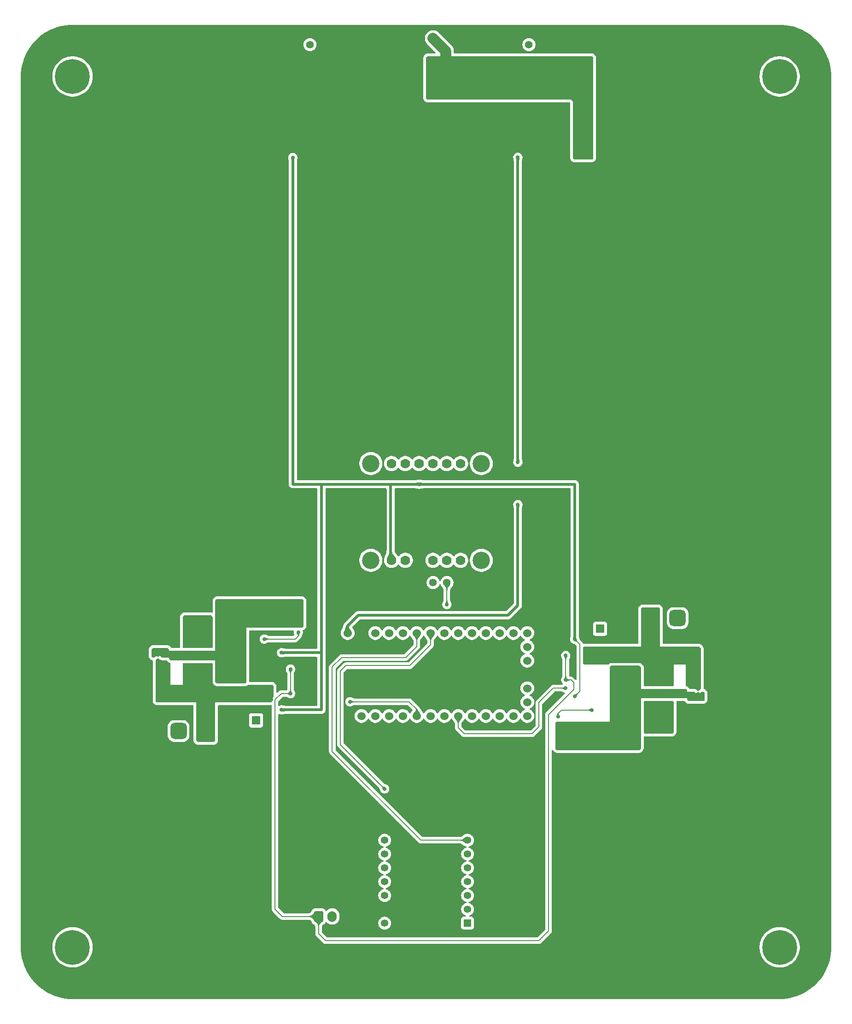
<source format=gbr>
%TF.GenerationSoftware,KiCad,Pcbnew,9.0.0*%
%TF.CreationDate,2025-06-18T15:22:37+08:00*%
%TF.ProjectId,elec,656c6563-2e6b-4696-9361-645f70636258,1*%
%TF.SameCoordinates,Original*%
%TF.FileFunction,Copper,L2,Bot*%
%TF.FilePolarity,Positive*%
%FSLAX46Y46*%
G04 Gerber Fmt 4.6, Leading zero omitted, Abs format (unit mm)*
G04 Created by KiCad (PCBNEW 9.0.0) date 2025-06-18 15:22:37*
%MOMM*%
%LPD*%
G01*
G04 APERTURE LIST*
G04 Aperture macros list*
%AMRoundRect*
0 Rectangle with rounded corners*
0 $1 Rounding radius*
0 $2 $3 $4 $5 $6 $7 $8 $9 X,Y pos of 4 corners*
0 Add a 4 corners polygon primitive as box body*
4,1,4,$2,$3,$4,$5,$6,$7,$8,$9,$2,$3,0*
0 Add four circle primitives for the rounded corners*
1,1,$1+$1,$2,$3*
1,1,$1+$1,$4,$5*
1,1,$1+$1,$6,$7*
1,1,$1+$1,$8,$9*
0 Add four rect primitives between the rounded corners*
20,1,$1+$1,$2,$3,$4,$5,0*
20,1,$1+$1,$4,$5,$6,$7,0*
20,1,$1+$1,$6,$7,$8,$9,0*
20,1,$1+$1,$8,$9,$2,$3,0*%
G04 Aperture macros list end*
%TA.AperFunction,ComponentPad*%
%ADD10C,6.400000*%
%TD*%
%TA.AperFunction,ComponentPad*%
%ADD11C,1.400000*%
%TD*%
%TA.AperFunction,ComponentPad*%
%ADD12R,1.600000X1.600000*%
%TD*%
%TA.AperFunction,ComponentPad*%
%ADD13C,1.600000*%
%TD*%
%TA.AperFunction,ComponentPad*%
%ADD14RoundRect,0.750000X-0.750000X-0.750000X0.750000X-0.750000X0.750000X0.750000X-0.750000X0.750000X0*%
%TD*%
%TA.AperFunction,ComponentPad*%
%ADD15C,3.000000*%
%TD*%
%TA.AperFunction,ComponentPad*%
%ADD16C,0.400000*%
%TD*%
%TA.AperFunction,ComponentPad*%
%ADD17C,1.000000*%
%TD*%
%TA.AperFunction,ComponentPad*%
%ADD18RoundRect,0.250000X-0.600000X-0.750000X0.600000X-0.750000X0.600000X0.750000X-0.600000X0.750000X0*%
%TD*%
%TA.AperFunction,ComponentPad*%
%ADD19O,1.700000X2.000000*%
%TD*%
%TA.AperFunction,ComponentPad*%
%ADD20C,1.778000*%
%TD*%
%TA.AperFunction,ComponentPad*%
%ADD21C,3.200000*%
%TD*%
%TA.AperFunction,ComponentPad*%
%ADD22RoundRect,0.750000X0.750000X0.750000X-0.750000X0.750000X-0.750000X-0.750000X0.750000X-0.750000X0*%
%TD*%
%TA.AperFunction,ComponentPad*%
%ADD23R,1.358000X1.358000*%
%TD*%
%TA.AperFunction,ComponentPad*%
%ADD24C,1.358000*%
%TD*%
%TA.AperFunction,ComponentPad*%
%ADD25C,1.530000*%
%TD*%
%TA.AperFunction,ComponentPad*%
%ADD26RoundRect,1.500000X-1.500000X-1.500000X1.500000X-1.500000X1.500000X1.500000X-1.500000X1.500000X0*%
%TD*%
%TA.AperFunction,ComponentPad*%
%ADD27C,6.000000*%
%TD*%
%TA.AperFunction,ViaPad*%
%ADD28C,0.700000*%
%TD*%
%TA.AperFunction,Conductor*%
%ADD29C,0.200000*%
%TD*%
%TA.AperFunction,Conductor*%
%ADD30C,0.500000*%
%TD*%
%TA.AperFunction,Conductor*%
%ADD31C,2.000000*%
%TD*%
G04 APERTURE END LIST*
D10*
%TO.P,H3,1*%
%TO.N,N/C*%
X133500000Y-227250001D03*
%TD*%
%TO.P,H4,1*%
%TO.N,N/C*%
X263500000Y-227250000D03*
%TD*%
D11*
%TO.P,TP3,1,1*%
%TO.N,+5V*%
X217400000Y-61400001D03*
%TO.P,TP3,2,2*%
%TO.N,GND*%
X219940000Y-61400001D03*
%TD*%
D10*
%TO.P,H2,1*%
%TO.N,N/C*%
X263500000Y-67250001D03*
%TD*%
D11*
%TO.P,TP4,1,1*%
%TO.N,+3V3*%
X177150000Y-61400001D03*
%TO.P,TP4,2,2*%
%TO.N,GND*%
X179690000Y-61400001D03*
%TD*%
D12*
%TO.P,C10,1*%
%TO.N,Net-(C10-Pad1)*%
X230500709Y-168703357D03*
D13*
%TO.P,C10,2*%
%TO.N,GND*%
X230500709Y-165203357D03*
%TD*%
D12*
%TO.P,C9,1*%
%TO.N,Net-(C9-Pad1)*%
X167250001Y-185547349D03*
D13*
%TO.P,C9,2*%
%TO.N,GND*%
X167250001Y-189047349D03*
%TD*%
D14*
%TO.P,U6,1,+*%
%TO.N,/Motor 1/Motor Out B*%
X153000001Y-187500001D03*
D15*
%TO.P,U6,2,-*%
%TO.N,/Motor 1/Motor Out A*%
X158000001Y-187500001D03*
%TD*%
D16*
%TO.P,U1,9,GNDPAD*%
%TO.N,GND*%
X179100000Y-79900001D03*
X179100000Y-80900001D03*
X179100000Y-81900001D03*
X179100000Y-82900001D03*
X180100000Y-79900001D03*
X180100000Y-80900001D03*
X180100000Y-81900001D03*
X180100000Y-82900001D03*
X181100000Y-79900001D03*
X181100000Y-80900001D03*
X181100000Y-81900001D03*
X181100000Y-82900001D03*
%TD*%
D17*
%TO.P,U7,HS1,VCC*%
%TO.N,Net-(C10-Pad1)*%
X233750709Y-177750706D03*
X233750709Y-179750706D03*
X233750709Y-181550706D03*
X233750709Y-183550706D03*
X235750709Y-177750706D03*
X235750709Y-179750706D03*
X235750709Y-181550706D03*
X235750709Y-183550706D03*
%TO.P,U7,HS2,OUTA*%
%TO.N,/Motor 2/Motor Out A*%
X240000709Y-175150706D03*
X240000709Y-178150707D03*
X241200709Y-175150706D03*
X241200709Y-178150706D03*
X242400709Y-175150706D03*
X242400709Y-178150706D03*
%TO.P,U7,HS3,OUTB*%
%TO.N,/Motor 2/Motor Out B*%
X240000709Y-183150705D03*
X240000709Y-186150706D03*
X241200709Y-183150706D03*
X241200709Y-186150706D03*
X242400709Y-183150706D03*
X242400709Y-186150706D03*
%TD*%
D10*
%TO.P,H1,1*%
%TO.N,N/C*%
X133500000Y-67250000D03*
%TD*%
D18*
%TO.P,SW2,1,A*%
%TO.N,/Motors Enable*%
X178750001Y-221575001D03*
D19*
%TO.P,SW2,2,B*%
%TO.N,+3V3*%
X181250001Y-221575001D03*
%TD*%
D20*
%TO.P,U3,JP1_1,VIN*%
%TO.N,+3V3*%
X192150000Y-156140001D03*
%TO.P,U3,JP1_2,3VO*%
%TO.N,unconnected-(U3-3VO-PadJP1_2)*%
X194690000Y-156140001D03*
%TO.P,U3,JP1_3,GND*%
%TO.N,GND*%
X197230000Y-156140001D03*
%TO.P,U3,JP1_4,SCL*%
%TO.N,/RX (IMU)*%
X199770000Y-156140001D03*
%TO.P,U3,JP1_5,SDA*%
%TO.N,/TX (IMU)*%
X202310000Y-156140001D03*
%TO.P,U3,JP1_6,~{INT}*%
%TO.N,unconnected-(U3-~{INT}-PadJP1_6)*%
X204850000Y-156140001D03*
%TO.P,U3,JP2_1,BT*%
%TO.N,unconnected-(U3-BT-PadJP2_1)*%
X192150000Y-138360001D03*
%TO.P,U3,JP2_2,P0*%
%TO.N,Net-(U3-P0)*%
X194690000Y-138360001D03*
%TO.P,U3,JP2_3,P1*%
%TO.N,Net-(U3-P1)*%
X197230000Y-138360001D03*
%TO.P,U3,JP2_4,~{RST}*%
%TO.N,unconnected-(U3-~{RST}-PadJP2_4)*%
X199770000Y-138360001D03*
%TO.P,U3,JP2_5,DI*%
%TO.N,unconnected-(U3-DI-PadJP2_5)*%
X202310000Y-138360001D03*
%TO.P,U3,JP2_6,CS*%
%TO.N,unconnected-(U3-CS-PadJP2_6)*%
X204850000Y-138360001D03*
D21*
%TO.P,U3,P1*%
%TO.N,N/C*%
X188340000Y-138360001D03*
%TO.P,U3,P2*%
X208660000Y-138360001D03*
%TO.P,U3,P3*%
X188340000Y-156140001D03*
%TO.P,U3,P4*%
X208660000Y-156140001D03*
%TD*%
D11*
%TO.P,TP5,1,1*%
%TO.N,/RX (IMU)*%
X199790000Y-160235001D03*
%TO.P,TP5,2,2*%
%TO.N,/TX (IMU)*%
X202330000Y-160235001D03*
%TD*%
D22*
%TO.P,U8,1,+*%
%TO.N,/Motor 2/Motor Out B*%
X244750708Y-166750706D03*
D15*
%TO.P,U8,2,-*%
%TO.N,/Motor 2/Motor Out A*%
X239750708Y-166750706D03*
%TD*%
D23*
%TO.P,U9,1,D0*%
%TO.N,unconnected-(U9-D0-Pad1)*%
X206120000Y-222806501D03*
D24*
%TO.P,U9,2,D1*%
%TO.N,unconnected-(U9-D1-Pad2)*%
X206120000Y-220266501D03*
%TO.P,U9,3,D2*%
%TO.N,unconnected-(U9-D2-Pad3)*%
X206120000Y-217726501D03*
%TO.P,U9,4,D3*%
%TO.N,unconnected-(U9-D3-Pad4)*%
X206120000Y-215186501D03*
%TO.P,U9,5,D4*%
%TO.N,unconnected-(U9-D4-Pad5)*%
X206120000Y-212646501D03*
%TO.P,U9,6,D5*%
%TO.N,unconnected-(U9-D5-Pad6)*%
X206120000Y-210106501D03*
%TO.P,U9,7,TX_D6*%
%TO.N,/ESP32 TX*%
X206120000Y-207566501D03*
%TO.P,U9,8,RX_D7*%
%TO.N,/ESP32 RX*%
X190880000Y-207566501D03*
%TO.P,U9,9,D8*%
%TO.N,unconnected-(U9-D8-Pad9)*%
X190880000Y-210106501D03*
%TO.P,U9,10,D9*%
%TO.N,unconnected-(U9-D9-Pad10)*%
X190880000Y-212646501D03*
%TO.P,U9,11,D10*%
%TO.N,unconnected-(U9-D10-Pad11)*%
X190880000Y-215186501D03*
%TO.P,U9,12,VCC_3V3*%
%TO.N,unconnected-(U9-VCC_3V3-Pad12)*%
X190880000Y-217726501D03*
%TO.P,U9,13,GND*%
%TO.N,GND*%
X190880000Y-220266501D03*
%TO.P,U9,14,VUSB*%
%TO.N,+5V*%
X190880000Y-222806501D03*
%TD*%
D11*
%TO.P,TP2,1,1*%
%TO.N,GND*%
X197250000Y-60250001D03*
%TO.P,TP2,2,2*%
%TO.N,+12V*%
X199790000Y-60250001D03*
%TD*%
D17*
%TO.P,U5,HS1,VCC*%
%TO.N,Net-(C9-Pad1)*%
X164000001Y-176500001D03*
X164000001Y-174500001D03*
X164000001Y-172700001D03*
X164000001Y-170700001D03*
X162000001Y-176500001D03*
X162000001Y-174500001D03*
X162000001Y-172700001D03*
X162000001Y-170700001D03*
%TO.P,U5,HS2,OUTA*%
%TO.N,/Motor 1/Motor Out A*%
X157750001Y-179100001D03*
X157750001Y-176100000D03*
X156550001Y-179100001D03*
X156550001Y-176100001D03*
X155350001Y-179100001D03*
X155350001Y-176100001D03*
%TO.P,U5,HS3,OUTB*%
%TO.N,/Motor 1/Motor Out B*%
X157750001Y-171100002D03*
X157750001Y-168100001D03*
X156550001Y-171100001D03*
X156550001Y-168100001D03*
X155350001Y-171100001D03*
X155350001Y-168100001D03*
%TD*%
D25*
%TO.P,A1,0,0*%
%TO.N,/Motor 1 PWM*%
X186630000Y-184740001D03*
%TO.P,A1,1,1*%
%TO.N,/Motor 2 PWM*%
X189170000Y-184740001D03*
%TO.P,A1,2,2*%
%TO.N,unconnected-(A1-Pad2)*%
X191710000Y-184740001D03*
%TO.P,A1,3,3*%
%TO.N,unconnected-(A1-Pad3)*%
X194250000Y-184740001D03*
%TO.P,A1,3.3V_1,3.3V_1*%
%TO.N,unconnected-(A1-Pad3.3V_1)*%
X217110000Y-179660001D03*
%TO.P,A1,3.3V_2,3.3V_2*%
%TO.N,unconnected-(A1-Pad3.3V_2)*%
X189170000Y-169500001D03*
%TO.P,A1,4,4*%
%TO.N,/Motor 1 IN A*%
X196790000Y-184740001D03*
%TO.P,A1,5,5*%
%TO.N,/Motor 1 IN B*%
X199330000Y-184740001D03*
%TO.P,A1,6,6*%
%TO.N,/Motor 2 IN A*%
X201870000Y-184740001D03*
%TO.P,A1,7,7*%
%TO.N,/Motor 2 IN B*%
X204410000Y-184740001D03*
%TO.P,A1,8,8*%
%TO.N,unconnected-(A1-Pad8)*%
X206950000Y-184740001D03*
%TO.P,A1,9,9*%
%TO.N,unconnected-(A1-Pad9)*%
X209490000Y-184740001D03*
%TO.P,A1,10,10*%
%TO.N,unconnected-(A1-Pad10)*%
X212030000Y-184740001D03*
%TO.P,A1,11,11*%
%TO.N,unconnected-(A1-Pad11)*%
X214570000Y-184740001D03*
%TO.P,A1,12,12*%
%TO.N,unconnected-(A1-Pad12)*%
X217110000Y-184740001D03*
%TO.P,A1,13,13*%
%TO.N,unconnected-(A1-Pad13)*%
X217110000Y-169500001D03*
%TO.P,A1,14,14*%
%TO.N,/RX (IMU)*%
X214570000Y-169500001D03*
%TO.P,A1,15,15*%
%TO.N,/TX (IMU)*%
X212030000Y-169500001D03*
%TO.P,A1,16,16*%
%TO.N,unconnected-(A1-Pad16)*%
X209490000Y-169500001D03*
%TO.P,A1,17,17*%
%TO.N,unconnected-(A1-Pad17)*%
X206950000Y-169500001D03*
%TO.P,A1,18,18*%
%TO.N,unconnected-(A1-Pad18)*%
X204410000Y-169500001D03*
%TO.P,A1,19,19*%
%TO.N,unconnected-(A1-Pad19)*%
X201870000Y-169500001D03*
%TO.P,A1,20,20*%
%TO.N,/ESP32 RX*%
X199330000Y-169500001D03*
%TO.P,A1,21,21*%
%TO.N,/ESP32 TX*%
X196790000Y-169500001D03*
%TO.P,A1,22,22*%
%TO.N,unconnected-(A1-Pad22)*%
X194250000Y-169500001D03*
%TO.P,A1,23,23*%
%TO.N,unconnected-(A1-Pad23)*%
X191710000Y-169500001D03*
%TO.P,A1,G1,G1*%
%TO.N,GND*%
X184090000Y-184740001D03*
%TO.P,A1,G2,G2*%
X217110000Y-177120001D03*
%TO.P,A1,G3,G3*%
X186630000Y-169500001D03*
%TO.P,A1,ON-OFF,ON/OFF*%
%TO.N,unconnected-(A1-ON{slash}OFF-PadON-OFF)*%
X217110000Y-172040002D03*
%TO.P,A1,PGM,PROGRAM*%
%TO.N,unconnected-(A1-PROGRAM-PadPGM)*%
X217110000Y-174580001D03*
%TO.P,A1,VBAT,VBAT*%
%TO.N,unconnected-(A1-PadVBAT)*%
X217110000Y-182200000D03*
%TO.P,A1,VIN,VIN*%
%TO.N,+5V*%
X184090000Y-169500001D03*
%TD*%
D26*
%TO.P,J1,N,NEG*%
%TO.N,GND*%
X194900000Y-67250001D03*
D27*
%TO.P,J1,P,POS*%
%TO.N,+12V*%
X202100000Y-67250001D03*
%TD*%
D16*
%TO.P,U2,9,GNDPAD*%
%TO.N,GND*%
X220400000Y-79800001D03*
X220400000Y-80800001D03*
X220400000Y-81800001D03*
X220400000Y-82800001D03*
X221400000Y-79800001D03*
X221400000Y-80800001D03*
X221400000Y-81800001D03*
X221400000Y-82800001D03*
X222400000Y-79800001D03*
X222400000Y-80800001D03*
X222400000Y-81800001D03*
X222400000Y-82800001D03*
%TD*%
D28*
%TO.N,/TX (IMU)*%
X202330000Y-164250001D03*
%TO.N,/Motor 2 IN B*%
X224175708Y-179625706D03*
%TO.N,GND*%
X225825710Y-176625706D03*
X171925002Y-177625000D03*
X216925000Y-80650001D03*
X175600000Y-80650001D03*
%TO.N,/ESP32 RX*%
X190880000Y-198130001D03*
%TO.N,+5V*%
X215375000Y-82100001D03*
X215375000Y-138125001D03*
X215375000Y-145875001D03*
%TO.N,/Motor 1 IN A*%
X184500000Y-182125001D03*
%TO.N,+12V*%
X228000000Y-79750001D03*
X228750000Y-82000001D03*
X227250000Y-79750001D03*
X228000000Y-81250001D03*
X225962500Y-80462501D03*
X228750000Y-80500001D03*
X228000000Y-80500001D03*
X228750000Y-79750001D03*
X227250000Y-82000001D03*
X228750000Y-81250001D03*
X227250000Y-80500001D03*
X228000000Y-82000001D03*
X227250000Y-81250001D03*
%TO.N,+3V3*%
X197250000Y-142150001D03*
X225825708Y-170625706D03*
X225825709Y-181125705D03*
X174000000Y-82150001D03*
X171925002Y-183625001D03*
X171925002Y-173125001D03*
%TO.N,Net-(C9-Pad1)*%
X173750000Y-166750001D03*
X172315002Y-166000001D03*
X171565002Y-166000001D03*
X149250002Y-172750000D03*
X173065002Y-163750001D03*
X171565002Y-165250001D03*
X174500000Y-165250001D03*
X174500000Y-164500001D03*
X173065002Y-166000001D03*
X171565002Y-166750001D03*
X171565002Y-163750001D03*
X150500002Y-173600001D03*
X174500000Y-167500001D03*
X173750000Y-167500001D03*
X175250000Y-164500001D03*
X175250000Y-167500001D03*
X175250000Y-166000001D03*
X173750000Y-165250001D03*
X174500000Y-166000001D03*
X148500002Y-172750000D03*
X148500001Y-173500001D03*
X174500000Y-163750001D03*
X172315002Y-165250001D03*
X173065002Y-167500001D03*
X171565002Y-164500001D03*
X171565002Y-167500001D03*
X172315002Y-166750001D03*
X173065002Y-165250001D03*
X173750000Y-164500001D03*
X173065002Y-166750001D03*
X173750000Y-163750001D03*
X172315002Y-167500001D03*
X149250002Y-173500000D03*
X173750000Y-166000001D03*
X175250000Y-163750001D03*
X174500000Y-166750001D03*
X172315002Y-163750001D03*
X175250000Y-165250001D03*
X173065002Y-164500001D03*
X175250000Y-166750001D03*
X172315002Y-164500001D03*
%TO.N,Net-(C10-Pad1)*%
X225000000Y-187250706D03*
X223565002Y-188000706D03*
X223565002Y-189500706D03*
X225000000Y-190250706D03*
X222815002Y-187250706D03*
X222815002Y-188000706D03*
X226500000Y-188750706D03*
X226500000Y-188000706D03*
X225750000Y-188750706D03*
X225000000Y-189500706D03*
X223565002Y-186500706D03*
X226500000Y-187250706D03*
X248500707Y-181500705D03*
X224315002Y-190250706D03*
X225000000Y-188000706D03*
X225750000Y-190250706D03*
X224315002Y-187250706D03*
X225750000Y-186500706D03*
X225750000Y-189500706D03*
X224315002Y-186500706D03*
X224315002Y-189500706D03*
X222815002Y-190250706D03*
X223565002Y-188750706D03*
X223565002Y-190250706D03*
X223565002Y-187250706D03*
X225750000Y-187250706D03*
X248500708Y-180750705D03*
X247250708Y-180650707D03*
X224315002Y-188750706D03*
X225000000Y-186500706D03*
X249250708Y-181500705D03*
X249250708Y-180750705D03*
X225000000Y-188750706D03*
X226500000Y-190250706D03*
X225750000Y-188000706D03*
X222815002Y-189500706D03*
X226500000Y-186500706D03*
X226500000Y-189500706D03*
X222815002Y-186500706D03*
X222815002Y-188750706D03*
X224315002Y-188000706D03*
%TO.N,Net-(Q1-G)*%
X168750002Y-170600001D03*
X175000001Y-169375000D03*
%TO.N,Net-(Q2-G)*%
X229000708Y-183650707D03*
X222750709Y-184875708D03*
%TO.N,/Motors Enable*%
X173575002Y-176125001D03*
X173575002Y-180625001D03*
X224175709Y-173625707D03*
X224175710Y-178125706D03*
%TO.N,/Motor 1/Motor Out A*%
X170000002Y-181750000D03*
X150550002Y-175650001D03*
X170000003Y-179500001D03*
X149250001Y-176000002D03*
X149250001Y-181000002D03*
X170000002Y-181000001D03*
X168700001Y-180600000D03*
X149250001Y-180250001D03*
X150550002Y-180650001D03*
X149250003Y-174499999D03*
X149250002Y-181750000D03*
X149250000Y-175250000D03*
X149250002Y-176750000D03*
X170000002Y-180250002D03*
X149250002Y-179499999D03*
%TO.N,/Motor 2/Motor Out A*%
X248500708Y-179750708D03*
X227750708Y-172500705D03*
X248500708Y-177500707D03*
X227750708Y-173250707D03*
X248500708Y-173250705D03*
X247200708Y-178600706D03*
X227750708Y-174000707D03*
X248500707Y-172500705D03*
X229050708Y-173650707D03*
X248500708Y-178250705D03*
X248500708Y-174750706D03*
X248500710Y-174000707D03*
X227750708Y-174750706D03*
X248500711Y-179000707D03*
X247200708Y-173600706D03*
%TD*%
D29*
%TO.N,/TX (IMU)*%
X202330000Y-160235001D02*
X202330000Y-164250001D01*
%TO.N,/Motor 2 IN B*%
X205500000Y-188000001D02*
X204410000Y-186910001D01*
X221874295Y-179625706D02*
X219250000Y-182250001D01*
X219250000Y-186750001D02*
X218000000Y-188000001D01*
X218000000Y-188000001D02*
X205500000Y-188000001D01*
X224175708Y-179625706D02*
X221874295Y-179625706D01*
X204410000Y-186910001D02*
X204410000Y-184740001D01*
X219250000Y-182250001D02*
X219250000Y-186750001D01*
%TO.N,/ESP32 RX*%
X182750000Y-190000001D02*
X182750000Y-176500001D01*
X190880000Y-198130001D02*
X182750000Y-190000001D01*
X183750000Y-175500001D02*
X195500000Y-175500001D01*
X195500000Y-175500001D02*
X199330000Y-171670001D01*
X199330000Y-171670001D02*
X199330000Y-169500001D01*
X182750000Y-176500001D02*
X183750000Y-175500001D01*
D30*
%TO.N,+5V*%
X215375000Y-145875001D02*
X215375000Y-164413464D01*
X184090000Y-168160001D02*
X184090000Y-169500001D01*
X215375000Y-112625001D02*
X215375000Y-138125001D01*
X186000000Y-166250001D02*
X184090000Y-168160001D01*
X215375000Y-82100001D02*
X215375000Y-112625001D01*
X215375000Y-164413464D02*
X213538463Y-166250001D01*
X213538463Y-166250001D02*
X186000000Y-166250001D01*
D29*
%TO.N,/ESP32 TX*%
X196790000Y-169500001D02*
X196790000Y-171960000D01*
X196790000Y-171960000D02*
X194749999Y-174000001D01*
X181250000Y-175750001D02*
X181250000Y-191250001D01*
X197566500Y-207566501D02*
X206120000Y-207566501D01*
X194749999Y-174000001D02*
X183000000Y-174000001D01*
X181250000Y-191250001D02*
X197566500Y-207566501D01*
X183000000Y-174000001D02*
X181250000Y-175750001D01*
%TO.N,/Motor 1 IN A*%
X195375000Y-182125001D02*
X196790000Y-183540001D01*
X184500000Y-182125001D02*
X195375000Y-182125001D01*
X196790000Y-183540001D02*
X196790000Y-184740001D01*
D31*
%TO.N,+12V*%
X199790000Y-60250001D02*
X202100000Y-62560001D01*
X202100000Y-62560001D02*
X202100000Y-67250001D01*
D30*
%TO.N,+3V3*%
X179250000Y-173125001D02*
X179250000Y-183625001D01*
X197250000Y-142150001D02*
X179250000Y-142150001D01*
D29*
X225825709Y-181125705D02*
X226750000Y-180201414D01*
X226750000Y-180201414D02*
X226750000Y-171549998D01*
D30*
X192000000Y-142150001D02*
X192000000Y-155990001D01*
D29*
X192000000Y-155990001D02*
X192150000Y-156140001D01*
D30*
X179250000Y-173125001D02*
X179250000Y-142150001D01*
X225825708Y-142150001D02*
X197250000Y-142150001D01*
X179250000Y-142150001D02*
X174000000Y-142150001D01*
X174000000Y-142150001D02*
X174000000Y-82150001D01*
D29*
X226750000Y-171549998D02*
X225825708Y-170625706D01*
D30*
X225825708Y-170625706D02*
X225825708Y-142150001D01*
X171925002Y-183625001D02*
X179250000Y-183625001D01*
X171925002Y-173125001D02*
X179250000Y-173125001D01*
D29*
%TO.N,Net-(Q1-G)*%
X175000001Y-170000001D02*
X175000001Y-169375000D01*
X168750002Y-170600001D02*
X174400001Y-170600001D01*
X174400001Y-170600001D02*
X175000001Y-170000001D01*
%TO.N,Net-(Q2-G)*%
X223350709Y-183650706D02*
X222750709Y-184250706D01*
X229000708Y-183650707D02*
X223350709Y-183650706D01*
X222750709Y-184250706D02*
X222750709Y-184875708D01*
%TO.N,/Motors Enable*%
X221000000Y-184500001D02*
X221000000Y-224250001D01*
X225625000Y-178625001D02*
X225625000Y-179875001D01*
X225125705Y-178125706D02*
X225625000Y-178625001D01*
X225625000Y-179875001D02*
X221000000Y-184500001D01*
X178750001Y-224750002D02*
X178750001Y-221575001D01*
X173575002Y-180625001D02*
X171875000Y-180625001D01*
X224175709Y-173625707D02*
X224175710Y-178125706D01*
X180000000Y-226000001D02*
X178750001Y-224750002D01*
X170750000Y-181750001D02*
X170750000Y-220250001D01*
X171875000Y-180625001D02*
X170750000Y-181750001D01*
X178750001Y-221575001D02*
X172075000Y-221575001D01*
X221000000Y-224250001D02*
X219250000Y-226000001D01*
X224175710Y-178125706D02*
X225125705Y-178125706D01*
X172075000Y-221575001D02*
X170750000Y-220250001D01*
X173575002Y-176125001D02*
X173575002Y-180625001D01*
X219250000Y-226000001D02*
X180000000Y-226000001D01*
%TD*%
%TA.AperFunction,Conductor*%
%TO.N,GND*%
G36*
X191192539Y-142920186D02*
G01*
X191238294Y-142972990D01*
X191249500Y-143024501D01*
X191249500Y-154335776D01*
X191247684Y-154356922D01*
X191244381Y-154376002D01*
X191244381Y-154376008D01*
X191240484Y-154512287D01*
X191239977Y-154520493D01*
X191230496Y-154620089D01*
X191229242Y-154629461D01*
X191216703Y-154701993D01*
X191214553Y-154711965D01*
X191203090Y-154756217D01*
X191198448Y-154770507D01*
X191146702Y-154902077D01*
X191141897Y-154912778D01*
X191117163Y-154961549D01*
X191117161Y-154961550D01*
X191086855Y-155021311D01*
X191086730Y-155021557D01*
X191019066Y-155154246D01*
X191013370Y-155165777D01*
X191013086Y-155166372D01*
X191006757Y-155180134D01*
X190938663Y-155334254D01*
X190930482Y-155353875D01*
X190930122Y-155354794D01*
X190922468Y-155375631D01*
X190857876Y-155564191D01*
X190850818Y-155586460D01*
X190850518Y-155587486D01*
X190844582Y-155609706D01*
X190796128Y-155809124D01*
X190795019Y-155813683D01*
X190794714Y-155814626D01*
X190794569Y-155815538D01*
X190793387Y-155820402D01*
X190793385Y-155820415D01*
X190789732Y-155835450D01*
X190787470Y-155845176D01*
X190787364Y-155845655D01*
X190787361Y-155845674D01*
X190777412Y-155909624D01*
X190777086Y-155916032D01*
X190776833Y-155916019D01*
X190775934Y-155933195D01*
X190760500Y-156030639D01*
X190760500Y-156249362D01*
X190794714Y-156465377D01*
X190862297Y-156673381D01*
X190862298Y-156673384D01*
X190961595Y-156868261D01*
X191090142Y-157045194D01*
X191244806Y-157199858D01*
X191395696Y-157309484D01*
X191421743Y-157328408D01*
X191549132Y-157393316D01*
X191616616Y-157427702D01*
X191616619Y-157427703D01*
X191720621Y-157461494D01*
X191824625Y-157495287D01*
X191924672Y-157511133D01*
X192040639Y-157529501D01*
X192040644Y-157529501D01*
X192259361Y-157529501D01*
X192364082Y-157512913D01*
X192475375Y-157495287D01*
X192683383Y-157427702D01*
X192878257Y-157328408D01*
X192977601Y-157256230D01*
X193055193Y-157199858D01*
X193055195Y-157199855D01*
X193055199Y-157199853D01*
X193209852Y-157045200D01*
X193319683Y-156894029D01*
X193375011Y-156851365D01*
X193444624Y-156845386D01*
X193506420Y-156877991D01*
X193520313Y-156894024D01*
X193630144Y-157045194D01*
X193630148Y-157045200D01*
X193784806Y-157199858D01*
X193935696Y-157309484D01*
X193961743Y-157328408D01*
X194089132Y-157393316D01*
X194156616Y-157427702D01*
X194156619Y-157427703D01*
X194260621Y-157461494D01*
X194364625Y-157495287D01*
X194464672Y-157511133D01*
X194580639Y-157529501D01*
X194580644Y-157529501D01*
X194799361Y-157529501D01*
X194904082Y-157512913D01*
X195015375Y-157495287D01*
X195223383Y-157427702D01*
X195418257Y-157328408D01*
X195517601Y-157256230D01*
X195595193Y-157199858D01*
X195595195Y-157199855D01*
X195595199Y-157199853D01*
X195749852Y-157045200D01*
X195749854Y-157045196D01*
X195749857Y-157045194D01*
X195806229Y-156967602D01*
X195878407Y-156868258D01*
X195977701Y-156673384D01*
X196045286Y-156465376D01*
X196062912Y-156354083D01*
X196079500Y-156249362D01*
X196079500Y-156030639D01*
X198380500Y-156030639D01*
X198380500Y-156249362D01*
X198414714Y-156465377D01*
X198482297Y-156673381D01*
X198482298Y-156673384D01*
X198581595Y-156868261D01*
X198710142Y-157045194D01*
X198864806Y-157199858D01*
X199015696Y-157309484D01*
X199041743Y-157328408D01*
X199169132Y-157393316D01*
X199236616Y-157427702D01*
X199236619Y-157427703D01*
X199340621Y-157461494D01*
X199444625Y-157495287D01*
X199544672Y-157511133D01*
X199660639Y-157529501D01*
X199660644Y-157529501D01*
X199879361Y-157529501D01*
X199984082Y-157512913D01*
X200095375Y-157495287D01*
X200303383Y-157427702D01*
X200498257Y-157328408D01*
X200597601Y-157256230D01*
X200675193Y-157199858D01*
X200675195Y-157199855D01*
X200675199Y-157199853D01*
X200829852Y-157045200D01*
X200939683Y-156894029D01*
X200995011Y-156851365D01*
X201064624Y-156845386D01*
X201126420Y-156877991D01*
X201140313Y-156894024D01*
X201250144Y-157045194D01*
X201250148Y-157045200D01*
X201404806Y-157199858D01*
X201555696Y-157309484D01*
X201581743Y-157328408D01*
X201709132Y-157393316D01*
X201776616Y-157427702D01*
X201776619Y-157427703D01*
X201880621Y-157461494D01*
X201984625Y-157495287D01*
X202084672Y-157511133D01*
X202200639Y-157529501D01*
X202200644Y-157529501D01*
X202419361Y-157529501D01*
X202524082Y-157512913D01*
X202635375Y-157495287D01*
X202843383Y-157427702D01*
X203038257Y-157328408D01*
X203137601Y-157256230D01*
X203215193Y-157199858D01*
X203215195Y-157199855D01*
X203215199Y-157199853D01*
X203369852Y-157045200D01*
X203479683Y-156894029D01*
X203535011Y-156851365D01*
X203604624Y-156845386D01*
X203666420Y-156877991D01*
X203680313Y-156894024D01*
X203790144Y-157045194D01*
X203790148Y-157045200D01*
X203944806Y-157199858D01*
X204095696Y-157309484D01*
X204121743Y-157328408D01*
X204249132Y-157393316D01*
X204316616Y-157427702D01*
X204316619Y-157427703D01*
X204420621Y-157461494D01*
X204524625Y-157495287D01*
X204624672Y-157511133D01*
X204740639Y-157529501D01*
X204740644Y-157529501D01*
X204959361Y-157529501D01*
X205064082Y-157512913D01*
X205175375Y-157495287D01*
X205383383Y-157427702D01*
X205578257Y-157328408D01*
X205677601Y-157256230D01*
X205755193Y-157199858D01*
X205755195Y-157199855D01*
X205755199Y-157199853D01*
X205909852Y-157045200D01*
X205909854Y-157045196D01*
X205909857Y-157045194D01*
X205966229Y-156967602D01*
X206038407Y-156868258D01*
X206137701Y-156673384D01*
X206205286Y-156465376D01*
X206222912Y-156354083D01*
X206239500Y-156249362D01*
X206239500Y-156030640D01*
X206237445Y-156017667D01*
X206237445Y-156017666D01*
X206235016Y-156002333D01*
X206559500Y-156002333D01*
X206559500Y-156277668D01*
X206559501Y-156277685D01*
X206595438Y-156550656D01*
X206595439Y-156550661D01*
X206595440Y-156550667D01*
X206595441Y-156550669D01*
X206666704Y-156816631D01*
X206772075Y-157071018D01*
X206772080Y-157071029D01*
X206846458Y-157199853D01*
X206909751Y-157309480D01*
X206909753Y-157309483D01*
X206909754Y-157309484D01*
X207077370Y-157527927D01*
X207077376Y-157527934D01*
X207272066Y-157722624D01*
X207272072Y-157722629D01*
X207490521Y-157890250D01*
X207643778Y-157978733D01*
X207728971Y-158027920D01*
X207728976Y-158027922D01*
X207728979Y-158027924D01*
X207983368Y-158133296D01*
X208249334Y-158204561D01*
X208522326Y-158240501D01*
X208522333Y-158240501D01*
X208797667Y-158240501D01*
X208797674Y-158240501D01*
X209070666Y-158204561D01*
X209336632Y-158133296D01*
X209591021Y-158027924D01*
X209829479Y-157890250D01*
X210047928Y-157722629D01*
X210242628Y-157527929D01*
X210410249Y-157309480D01*
X210547923Y-157071022D01*
X210653295Y-156816633D01*
X210724560Y-156550667D01*
X210760500Y-156277675D01*
X210760500Y-156002327D01*
X210724560Y-155729335D01*
X210653295Y-155463369D01*
X210547923Y-155208980D01*
X210547921Y-155208977D01*
X210547919Y-155208972D01*
X210473542Y-155080149D01*
X210410249Y-154970522D01*
X210242628Y-154752073D01*
X210242623Y-154752067D01*
X210047933Y-154557377D01*
X210047926Y-154557371D01*
X209829483Y-154389755D01*
X209829482Y-154389754D01*
X209829479Y-154389752D01*
X209712810Y-154322393D01*
X209591028Y-154252081D01*
X209591017Y-154252076D01*
X209336630Y-154146705D01*
X209203649Y-154111073D01*
X209070666Y-154075441D01*
X209070660Y-154075440D01*
X209070655Y-154075439D01*
X208797684Y-154039502D01*
X208797679Y-154039501D01*
X208797674Y-154039501D01*
X208522326Y-154039501D01*
X208522320Y-154039501D01*
X208522315Y-154039502D01*
X208249344Y-154075439D01*
X208249337Y-154075440D01*
X208249334Y-154075441D01*
X208193125Y-154090501D01*
X207983369Y-154146705D01*
X207728982Y-154252076D01*
X207728971Y-154252081D01*
X207490516Y-154389755D01*
X207272073Y-154557371D01*
X207272066Y-154557377D01*
X207077376Y-154752067D01*
X207077370Y-154752074D01*
X206909754Y-154970517D01*
X206772080Y-155208972D01*
X206772075Y-155208983D01*
X206666704Y-155463370D01*
X206595441Y-155729332D01*
X206595438Y-155729345D01*
X206559501Y-156002316D01*
X206559500Y-156002333D01*
X206235016Y-156002333D01*
X206220332Y-155909623D01*
X206205286Y-155814626D01*
X206171493Y-155710622D01*
X206137702Y-155606620D01*
X206137701Y-155606617D01*
X206103315Y-155539133D01*
X206038407Y-155411744D01*
X206012160Y-155375618D01*
X205909857Y-155234807D01*
X205755193Y-155080143D01*
X205578260Y-154951596D01*
X205578259Y-154951595D01*
X205578257Y-154951594D01*
X205505315Y-154914428D01*
X205383383Y-154852299D01*
X205383380Y-154852298D01*
X205175376Y-154784715D01*
X204959361Y-154750501D01*
X204959356Y-154750501D01*
X204740644Y-154750501D01*
X204740639Y-154750501D01*
X204524623Y-154784715D01*
X204316619Y-154852298D01*
X204316616Y-154852299D01*
X204121739Y-154951596D01*
X203944806Y-155080143D01*
X203790142Y-155234807D01*
X203680318Y-155385970D01*
X203624989Y-155428636D01*
X203555375Y-155434615D01*
X203493580Y-155402010D01*
X203479682Y-155385970D01*
X203369857Y-155234807D01*
X203215193Y-155080143D01*
X203038260Y-154951596D01*
X203038259Y-154951595D01*
X203038257Y-154951594D01*
X202965315Y-154914428D01*
X202843383Y-154852299D01*
X202843380Y-154852298D01*
X202635376Y-154784715D01*
X202419361Y-154750501D01*
X202419356Y-154750501D01*
X202200644Y-154750501D01*
X202200639Y-154750501D01*
X201984623Y-154784715D01*
X201776619Y-154852298D01*
X201776616Y-154852299D01*
X201581739Y-154951596D01*
X201404806Y-155080143D01*
X201250142Y-155234807D01*
X201140318Y-155385970D01*
X201084989Y-155428636D01*
X201015375Y-155434615D01*
X200953580Y-155402010D01*
X200939682Y-155385970D01*
X200829857Y-155234807D01*
X200675193Y-155080143D01*
X200498260Y-154951596D01*
X200498259Y-154951595D01*
X200498257Y-154951594D01*
X200425315Y-154914428D01*
X200303383Y-154852299D01*
X200303380Y-154852298D01*
X200095376Y-154784715D01*
X199879361Y-154750501D01*
X199879356Y-154750501D01*
X199660644Y-154750501D01*
X199660639Y-154750501D01*
X199444623Y-154784715D01*
X199236619Y-154852298D01*
X199236616Y-154852299D01*
X199041739Y-154951596D01*
X198864806Y-155080143D01*
X198710142Y-155234807D01*
X198581595Y-155411740D01*
X198482298Y-155606617D01*
X198482297Y-155606620D01*
X198414714Y-155814624D01*
X198380500Y-156030639D01*
X196079500Y-156030639D01*
X196059595Y-155904972D01*
X196045286Y-155814626D01*
X196011493Y-155710622D01*
X195977702Y-155606620D01*
X195977701Y-155606617D01*
X195943315Y-155539133D01*
X195878407Y-155411744D01*
X195852160Y-155375618D01*
X195749857Y-155234807D01*
X195595193Y-155080143D01*
X195418260Y-154951596D01*
X195418259Y-154951595D01*
X195418257Y-154951594D01*
X195345315Y-154914428D01*
X195223383Y-154852299D01*
X195223380Y-154852298D01*
X195015376Y-154784715D01*
X194799361Y-154750501D01*
X194799356Y-154750501D01*
X194580644Y-154750501D01*
X194580639Y-154750501D01*
X194364623Y-154784715D01*
X194156619Y-154852298D01*
X194156616Y-154852299D01*
X193961739Y-154951596D01*
X193784806Y-155080143D01*
X193630146Y-155234803D01*
X193630142Y-155234808D01*
X193520317Y-155385970D01*
X193498041Y-155403146D01*
X193477864Y-155422756D01*
X193470740Y-155424199D01*
X193464987Y-155428636D01*
X193436960Y-155431043D01*
X193409385Y-155436630D01*
X193402613Y-155433993D01*
X193395374Y-155434615D01*
X193370493Y-155421486D01*
X193344277Y-155411279D01*
X193337045Y-155403838D01*
X193333579Y-155402009D01*
X193319681Y-155385970D01*
X193307775Y-155369583D01*
X193298981Y-155355606D01*
X193287998Y-155335260D01*
X193287994Y-155335254D01*
X193104429Y-155087560D01*
X193094065Y-155074058D01*
X193093520Y-155073373D01*
X193082554Y-155060051D01*
X193082538Y-155060032D01*
X192958840Y-154914903D01*
X192958019Y-154913928D01*
X192844004Y-154776847D01*
X192836656Y-154767067D01*
X192819282Y-154741401D01*
X192811984Y-154729160D01*
X192803030Y-154711965D01*
X192802038Y-154710059D01*
X192795452Y-154695069D01*
X192786925Y-154671553D01*
X192782514Y-154656457D01*
X192772181Y-154610439D01*
X192769977Y-154597415D01*
X192765380Y-154557377D01*
X192760606Y-154515791D01*
X192759863Y-154505668D01*
X192755602Y-154374045D01*
X192752027Y-154328215D01*
X192751573Y-154322393D01*
X192751676Y-154322384D01*
X192750500Y-154308736D01*
X192750500Y-143024501D01*
X192770185Y-142957462D01*
X192822989Y-142911707D01*
X192874500Y-142900501D01*
X196513477Y-142900501D01*
X196519917Y-142900668D01*
X196527305Y-142901052D01*
X196553719Y-142905620D01*
X196689238Y-142909474D01*
X196690659Y-142909548D01*
X196691035Y-142909680D01*
X196699388Y-142910312D01*
X196760282Y-142917825D01*
X196772045Y-142919856D01*
X196860346Y-142939517D01*
X196860390Y-142939527D01*
X197059966Y-142984041D01*
X197060020Y-142984053D01*
X197063565Y-142984830D01*
X197063797Y-142984880D01*
X197123859Y-142994089D01*
X197123862Y-142994088D01*
X197123863Y-142994089D01*
X197128423Y-142994320D01*
X197146343Y-142996544D01*
X197154045Y-142998076D01*
X197166231Y-143000501D01*
X197166233Y-143000501D01*
X197333768Y-143000501D01*
X197368066Y-142993678D01*
X197394387Y-142988442D01*
X197394394Y-142988441D01*
X197401677Y-142986993D01*
X197439981Y-142984052D01*
X197632302Y-142941155D01*
X197753061Y-142916680D01*
X197771696Y-142914356D01*
X197956474Y-142905451D01*
X197998241Y-142901696D01*
X197998242Y-142901695D01*
X198003934Y-142901184D01*
X198003971Y-142901601D01*
X198016043Y-142900501D01*
X224951208Y-142900501D01*
X225018247Y-142920186D01*
X225064002Y-142972990D01*
X225075208Y-143024501D01*
X225075208Y-169889182D01*
X225075041Y-169895624D01*
X225074656Y-169903010D01*
X225070089Y-169929424D01*
X225066234Y-170064901D01*
X225066159Y-170066362D01*
X225066026Y-170066739D01*
X225065393Y-170075103D01*
X225057882Y-170135983D01*
X225055851Y-170147748D01*
X225035600Y-170238705D01*
X225035590Y-170238751D01*
X224991671Y-170435656D01*
X224990918Y-170439089D01*
X224990825Y-170439517D01*
X224981617Y-170499566D01*
X224981385Y-170504152D01*
X224979164Y-170522048D01*
X224975208Y-170541941D01*
X224975208Y-170709477D01*
X225007890Y-170873780D01*
X225007892Y-170873788D01*
X225072003Y-171028566D01*
X225165081Y-171167868D01*
X225283545Y-171286332D01*
X225347337Y-171328956D01*
X225356327Y-171335567D01*
X225383554Y-171357542D01*
X225447741Y-171395693D01*
X225461189Y-171403160D01*
X225473712Y-171410114D01*
X225473723Y-171410119D01*
X225473729Y-171410123D01*
X225474937Y-171410748D01*
X225489618Y-171417816D01*
X225501122Y-171423355D01*
X225505185Y-171425169D01*
X225566690Y-171452630D01*
X225606356Y-171468368D01*
X225608226Y-171469020D01*
X225649355Y-171481427D01*
X225776786Y-171514030D01*
X225792252Y-171517612D01*
X225799315Y-171519248D01*
X225799810Y-171519350D01*
X225800371Y-171519467D01*
X225823208Y-171523664D01*
X225835950Y-171525704D01*
X225850693Y-171532324D01*
X225864602Y-171533918D01*
X225892010Y-171550874D01*
X225894828Y-171552140D01*
X225895935Y-171553045D01*
X225908133Y-171563494D01*
X225933734Y-171583945D01*
X225934287Y-171584397D01*
X225934452Y-171584639D01*
X225943487Y-171592720D01*
X226113181Y-171762414D01*
X226146666Y-171823737D01*
X226149500Y-171850095D01*
X226149500Y-178000903D01*
X226129815Y-178067942D01*
X226077011Y-178113697D01*
X226007853Y-178123641D01*
X225944297Y-178094616D01*
X225937819Y-178088584D01*
X225494422Y-177645187D01*
X225494421Y-177645186D01*
X225387653Y-177583544D01*
X225387652Y-177583543D01*
X225357488Y-177566128D01*
X225301586Y-177551149D01*
X225204762Y-177525205D01*
X225046648Y-177525205D01*
X225039052Y-177525205D01*
X225039036Y-177525206D01*
X224921849Y-177525206D01*
X224897596Y-177522811D01*
X224880894Y-177519480D01*
X224881285Y-177517517D01*
X224824757Y-177492817D01*
X224786021Y-177434668D01*
X224780775Y-177407328D01*
X224780542Y-177404306D01*
X224779145Y-177391813D01*
X224776977Y-177372414D01*
X224776209Y-177358638D01*
X224776209Y-174371838D01*
X224777727Y-174352494D01*
X224778115Y-174350031D01*
X224781069Y-174335226D01*
X224781389Y-174329305D01*
X224782382Y-174323019D01*
X224792840Y-174300932D01*
X224802567Y-174272283D01*
X224803244Y-174271294D01*
X224804560Y-174269342D01*
X224807225Y-174265391D01*
X224807417Y-174265102D01*
X224811754Y-174258462D01*
X224884707Y-174144824D01*
X224906543Y-174107369D01*
X224907474Y-174105602D01*
X224925887Y-174066729D01*
X224957850Y-173991088D01*
X224970464Y-173958061D01*
X224970995Y-173956510D01*
X224981308Y-173922537D01*
X225004355Y-173835762D01*
X225007996Y-173821183D01*
X225008157Y-173820495D01*
X225019317Y-173751751D01*
X225019316Y-173751739D01*
X225019415Y-173749964D01*
X225021609Y-173732596D01*
X225026209Y-173709474D01*
X225026209Y-173541940D01*
X224993525Y-173377625D01*
X224929412Y-173222844D01*
X224898246Y-173176201D01*
X224836335Y-173083544D01*
X224717871Y-172965080D01*
X224578569Y-172872002D01*
X224423791Y-172807891D01*
X224423783Y-172807889D01*
X224259480Y-172775207D01*
X224259476Y-172775207D01*
X224091942Y-172775207D01*
X224091937Y-172775207D01*
X223927634Y-172807889D01*
X223927626Y-172807891D01*
X223772848Y-172872002D01*
X223633546Y-172965080D01*
X223515082Y-173083544D01*
X223422004Y-173222846D01*
X223357893Y-173377624D01*
X223357891Y-173377632D01*
X223325209Y-173541935D01*
X223325209Y-173709473D01*
X223340178Y-173784735D01*
X223341859Y-173795760D01*
X223345571Y-173830536D01*
X223345573Y-173830546D01*
X223363983Y-173902909D01*
X223372095Y-173931297D01*
X223372498Y-173932567D01*
X223382163Y-173960197D01*
X223382170Y-173960216D01*
X223382171Y-173960218D01*
X223407830Y-174027274D01*
X223424741Y-174066435D01*
X223425602Y-174068218D01*
X223425609Y-174068232D01*
X223425610Y-174068233D01*
X223445920Y-174106091D01*
X223512978Y-174219260D01*
X223520729Y-174231679D01*
X223525315Y-174239026D01*
X223525904Y-174239923D01*
X223538691Y-174258460D01*
X223539003Y-174258913D01*
X223546554Y-174269342D01*
X223552300Y-174284453D01*
X223561009Y-174295417D01*
X223568403Y-174326799D01*
X223569497Y-174329675D01*
X223569641Y-174331117D01*
X223570877Y-174347108D01*
X223574513Y-174379634D01*
X223574588Y-174380372D01*
X223574534Y-174380657D01*
X223575209Y-174392762D01*
X223575209Y-177379570D01*
X223572816Y-177403810D01*
X223570350Y-177416180D01*
X223570349Y-177416184D01*
X223570349Y-177416188D01*
X223569796Y-177420574D01*
X223568787Y-177420446D01*
X223548902Y-177479054D01*
X223548103Y-177480221D01*
X223542872Y-177488014D01*
X223542830Y-177488077D01*
X223539700Y-177492892D01*
X223466707Y-177606590D01*
X223444805Y-177644172D01*
X223443883Y-177645922D01*
X223425535Y-177684672D01*
X223393567Y-177760325D01*
X223380964Y-177793317D01*
X223380443Y-177794839D01*
X223370110Y-177828872D01*
X223347040Y-177915739D01*
X223343404Y-177930305D01*
X223343237Y-177931018D01*
X223332100Y-177999667D01*
X223332002Y-178001455D01*
X223329808Y-178018815D01*
X223325210Y-178041933D01*
X223325210Y-178209477D01*
X223357892Y-178373780D01*
X223357894Y-178373788D01*
X223422005Y-178528566D01*
X223515083Y-178667868D01*
X223612404Y-178765189D01*
X223622633Y-178783923D01*
X223636828Y-178799874D01*
X223639046Y-178813981D01*
X223645889Y-178826512D01*
X223644366Y-178847805D01*
X223647683Y-178868896D01*
X223641923Y-178881960D01*
X223640905Y-178896204D01*
X223628110Y-178913295D01*
X223619499Y-178932829D01*
X223603081Y-178946728D01*
X223599033Y-178952137D01*
X223593133Y-178956292D01*
X223590560Y-178957993D01*
X223582137Y-178962985D01*
X223562367Y-178975325D01*
X223561502Y-178975893D01*
X223542525Y-178988983D01*
X223529959Y-178998079D01*
X223527759Y-178999535D01*
X223504121Y-179006815D01*
X223468906Y-179019744D01*
X223454325Y-179020871D01*
X223454309Y-179020872D01*
X223454306Y-179020873D01*
X223422428Y-179024438D01*
X223408652Y-179025206D01*
X221960965Y-179025206D01*
X221960949Y-179025205D01*
X221953353Y-179025205D01*
X221795238Y-179025205D01*
X221718874Y-179045667D01*
X221642509Y-179066129D01*
X221642504Y-179066132D01*
X221505585Y-179145181D01*
X221505577Y-179145187D01*
X218769481Y-181881283D01*
X218769479Y-181881286D01*
X218730595Y-181948637D01*
X218730594Y-181948638D01*
X218722639Y-181962417D01*
X218690423Y-182018216D01*
X218649499Y-182170944D01*
X218649499Y-182170946D01*
X218649499Y-182339047D01*
X218649500Y-182339060D01*
X218649500Y-186449904D01*
X218629815Y-186516943D01*
X218613181Y-186537585D01*
X217787584Y-187363182D01*
X217726261Y-187396667D01*
X217699903Y-187399501D01*
X205800098Y-187399501D01*
X205733059Y-187379816D01*
X205712417Y-187363182D01*
X205046819Y-186697584D01*
X205013334Y-186636261D01*
X205010500Y-186609903D01*
X205010500Y-186300125D01*
X205011266Y-186286361D01*
X205011706Y-186282415D01*
X205015601Y-186260436D01*
X205016035Y-186247122D01*
X205019326Y-186146129D01*
X205020095Y-186135813D01*
X205027940Y-186068676D01*
X205030074Y-186056094D01*
X205035098Y-186033588D01*
X205047844Y-186000177D01*
X205071309Y-185958144D01*
X205082771Y-185941103D01*
X205175698Y-185825018D01*
X205176886Y-185823559D01*
X205294733Y-185680974D01*
X205304515Y-185668759D01*
X205304533Y-185668737D01*
X205304979Y-185668162D01*
X205314449Y-185655551D01*
X205447824Y-185472053D01*
X205453364Y-185464278D01*
X205453621Y-185463910D01*
X205480971Y-185418932D01*
X205492353Y-185403267D01*
X205570014Y-185250847D01*
X205570575Y-185249796D01*
X205594228Y-185225660D01*
X205617489Y-185201032D01*
X205618646Y-185200745D01*
X205619480Y-185199895D01*
X205652466Y-185192370D01*
X205685310Y-185184237D01*
X205686437Y-185184621D01*
X205687599Y-185184356D01*
X205719422Y-185195861D01*
X205751445Y-185206774D01*
X205752284Y-185207742D01*
X205753306Y-185208112D01*
X205758559Y-185214984D01*
X205790485Y-185251828D01*
X205867647Y-185403267D01*
X205984731Y-185564419D01*
X206125582Y-185705270D01*
X206286734Y-185822354D01*
X206456849Y-185909032D01*
X206464219Y-185912787D01*
X206653657Y-185974339D01*
X206653658Y-185974339D01*
X206653661Y-185974340D01*
X206850403Y-186005501D01*
X206850404Y-186005501D01*
X207049596Y-186005501D01*
X207049597Y-186005501D01*
X207246339Y-185974340D01*
X207246342Y-185974339D01*
X207246343Y-185974339D01*
X207435780Y-185912787D01*
X207435780Y-185912786D01*
X207435783Y-185912786D01*
X207613266Y-185822354D01*
X207774418Y-185705270D01*
X207915269Y-185564419D01*
X208032353Y-185403267D01*
X208109515Y-185251828D01*
X208157490Y-185201032D01*
X208225311Y-185184237D01*
X208291446Y-185206774D01*
X208330485Y-185251828D01*
X208407647Y-185403267D01*
X208524731Y-185564419D01*
X208665582Y-185705270D01*
X208826734Y-185822354D01*
X208996849Y-185909032D01*
X209004219Y-185912787D01*
X209193657Y-185974339D01*
X209193658Y-185974339D01*
X209193661Y-185974340D01*
X209390403Y-186005501D01*
X209390404Y-186005501D01*
X209589596Y-186005501D01*
X209589597Y-186005501D01*
X209786339Y-185974340D01*
X209786342Y-185974339D01*
X209786343Y-185974339D01*
X209975780Y-185912787D01*
X209975780Y-185912786D01*
X209975783Y-185912786D01*
X210153266Y-185822354D01*
X210314418Y-185705270D01*
X210455269Y-185564419D01*
X210572353Y-185403267D01*
X210649515Y-185251828D01*
X210697490Y-185201032D01*
X210765311Y-185184237D01*
X210831446Y-185206774D01*
X210870485Y-185251828D01*
X210947647Y-185403267D01*
X211064731Y-185564419D01*
X211205582Y-185705270D01*
X211366734Y-185822354D01*
X211536849Y-185909032D01*
X211544219Y-185912787D01*
X211733657Y-185974339D01*
X211733658Y-185974339D01*
X211733661Y-185974340D01*
X211930403Y-186005501D01*
X211930404Y-186005501D01*
X212129596Y-186005501D01*
X212129597Y-186005501D01*
X212326339Y-185974340D01*
X212326342Y-185974339D01*
X212326343Y-185974339D01*
X212515780Y-185912787D01*
X212515780Y-185912786D01*
X212515783Y-185912786D01*
X212693266Y-185822354D01*
X212854418Y-185705270D01*
X212995269Y-185564419D01*
X213112353Y-185403267D01*
X213189515Y-185251828D01*
X213237490Y-185201032D01*
X213305311Y-185184237D01*
X213371446Y-185206774D01*
X213410485Y-185251828D01*
X213487647Y-185403267D01*
X213604731Y-185564419D01*
X213745582Y-185705270D01*
X213906734Y-185822354D01*
X214076849Y-185909032D01*
X214084219Y-185912787D01*
X214273657Y-185974339D01*
X214273658Y-185974339D01*
X214273661Y-185974340D01*
X214470403Y-186005501D01*
X214470404Y-186005501D01*
X214669596Y-186005501D01*
X214669597Y-186005501D01*
X214866339Y-185974340D01*
X214866342Y-185974339D01*
X214866343Y-185974339D01*
X215055780Y-185912787D01*
X215055780Y-185912786D01*
X215055783Y-185912786D01*
X215233266Y-185822354D01*
X215394418Y-185705270D01*
X215535269Y-185564419D01*
X215652353Y-185403267D01*
X215729515Y-185251828D01*
X215777490Y-185201032D01*
X215845311Y-185184237D01*
X215911446Y-185206774D01*
X215950485Y-185251828D01*
X216027647Y-185403267D01*
X216144731Y-185564419D01*
X216285582Y-185705270D01*
X216446734Y-185822354D01*
X216616849Y-185909032D01*
X216624219Y-185912787D01*
X216813657Y-185974339D01*
X216813658Y-185974339D01*
X216813661Y-185974340D01*
X217010403Y-186005501D01*
X217010404Y-186005501D01*
X217209596Y-186005501D01*
X217209597Y-186005501D01*
X217406339Y-185974340D01*
X217406342Y-185974339D01*
X217406343Y-185974339D01*
X217595780Y-185912787D01*
X217595780Y-185912786D01*
X217595783Y-185912786D01*
X217773266Y-185822354D01*
X217934418Y-185705270D01*
X218075269Y-185564419D01*
X218192353Y-185403267D01*
X218282785Y-185225784D01*
X218296246Y-185184356D01*
X218344338Y-185036344D01*
X218344338Y-185036343D01*
X218344339Y-185036340D01*
X218375500Y-184839598D01*
X218375500Y-184640404D01*
X218344339Y-184443662D01*
X218344338Y-184443658D01*
X218344338Y-184443657D01*
X218282786Y-184254220D01*
X218247790Y-184185537D01*
X218192353Y-184076735D01*
X218075269Y-183915583D01*
X217934418Y-183774732D01*
X217773266Y-183657648D01*
X217705664Y-183623203D01*
X217621826Y-183580485D01*
X217571030Y-183532510D01*
X217554235Y-183464689D01*
X217576773Y-183398554D01*
X217621824Y-183359516D01*
X217773266Y-183282353D01*
X217934418Y-183165269D01*
X218075269Y-183024418D01*
X218192353Y-182863266D01*
X218282785Y-182685783D01*
X218288835Y-182667163D01*
X218344338Y-182496343D01*
X218344338Y-182496342D01*
X218344339Y-182496339D01*
X218375500Y-182299597D01*
X218375500Y-182100403D01*
X218344339Y-181903661D01*
X218344338Y-181903657D01*
X218344338Y-181903656D01*
X218282786Y-181714219D01*
X218275206Y-181699342D01*
X218192353Y-181536734D01*
X218075269Y-181375582D01*
X217934418Y-181234731D01*
X217773266Y-181117647D01*
X217768982Y-181115464D01*
X217621828Y-181040485D01*
X217571032Y-180992510D01*
X217554237Y-180924689D01*
X217576775Y-180858554D01*
X217621826Y-180819516D01*
X217773266Y-180742354D01*
X217934418Y-180625270D01*
X218075269Y-180484419D01*
X218192353Y-180323267D01*
X218282785Y-180145784D01*
X218282786Y-180145781D01*
X218344338Y-179956344D01*
X218344338Y-179956343D01*
X218344339Y-179956340D01*
X218375500Y-179759598D01*
X218375500Y-179560404D01*
X218344339Y-179363662D01*
X218344338Y-179363658D01*
X218344338Y-179363657D01*
X218282786Y-179174220D01*
X218279391Y-179167556D01*
X218192353Y-178996735D01*
X218075269Y-178835583D01*
X217934418Y-178694732D01*
X217773266Y-178577648D01*
X217676943Y-178528569D01*
X217595780Y-178487214D01*
X217406342Y-178425662D01*
X217258782Y-178402291D01*
X217209597Y-178394501D01*
X217010403Y-178394501D01*
X216944822Y-178404888D01*
X216813659Y-178425662D01*
X216813656Y-178425662D01*
X216624219Y-178487214D01*
X216446733Y-178577648D01*
X216357170Y-178642720D01*
X216285582Y-178694732D01*
X216285580Y-178694734D01*
X216285579Y-178694734D01*
X216144733Y-178835580D01*
X216144733Y-178835581D01*
X216144731Y-178835583D01*
X216111036Y-178881960D01*
X216027647Y-178996734D01*
X215937213Y-179174220D01*
X215875661Y-179363657D01*
X215875661Y-179363660D01*
X215844500Y-179560404D01*
X215844500Y-179759597D01*
X215875661Y-179956341D01*
X215875661Y-179956344D01*
X215937213Y-180145781D01*
X215996303Y-180261751D01*
X216027647Y-180323267D01*
X216144731Y-180484419D01*
X216285582Y-180625270D01*
X216446734Y-180742354D01*
X216575938Y-180808186D01*
X216598171Y-180819515D01*
X216648967Y-180867490D01*
X216665762Y-180935311D01*
X216643225Y-181001446D01*
X216598171Y-181040484D01*
X216446738Y-181117643D01*
X216339299Y-181195703D01*
X216285582Y-181234731D01*
X216285580Y-181234733D01*
X216285579Y-181234733D01*
X216144733Y-181375579D01*
X216144733Y-181375580D01*
X216144731Y-181375582D01*
X216095883Y-181442816D01*
X216027647Y-181536733D01*
X215937213Y-181714219D01*
X215875661Y-181903656D01*
X215875661Y-181903659D01*
X215844500Y-182100403D01*
X215844500Y-182299596D01*
X215875661Y-182496340D01*
X215875661Y-182496343D01*
X215937213Y-182685780D01*
X216019598Y-182847469D01*
X216027647Y-182863266D01*
X216144731Y-183024418D01*
X216285582Y-183165269D01*
X216446734Y-183282353D01*
X216513634Y-183316440D01*
X216598173Y-183359515D01*
X216648969Y-183407490D01*
X216665764Y-183475311D01*
X216643227Y-183541446D01*
X216598173Y-183580484D01*
X216446738Y-183657644D01*
X216340992Y-183734474D01*
X216285582Y-183774732D01*
X216285580Y-183774734D01*
X216285579Y-183774734D01*
X216144733Y-183915580D01*
X216144733Y-183915581D01*
X216144731Y-183915583D01*
X216094447Y-183984791D01*
X216027647Y-184076734D01*
X215950485Y-184228173D01*
X215902510Y-184278969D01*
X215834689Y-184295764D01*
X215768554Y-184273226D01*
X215729515Y-184228173D01*
X215680148Y-184131286D01*
X215652353Y-184076735D01*
X215535269Y-183915583D01*
X215394418Y-183774732D01*
X215233266Y-183657648D01*
X215165664Y-183623203D01*
X215055780Y-183567214D01*
X214866342Y-183505662D01*
X214718782Y-183482291D01*
X214669597Y-183474501D01*
X214470403Y-183474501D01*
X214404822Y-183484888D01*
X214273659Y-183505662D01*
X214273656Y-183505662D01*
X214084219Y-183567214D01*
X213906733Y-183657648D01*
X213814790Y-183724448D01*
X213745582Y-183774732D01*
X213745580Y-183774734D01*
X213745579Y-183774734D01*
X213604733Y-183915580D01*
X213604733Y-183915581D01*
X213604731Y-183915583D01*
X213554447Y-183984791D01*
X213487647Y-184076734D01*
X213410485Y-184228173D01*
X213362510Y-184278969D01*
X213294689Y-184295764D01*
X213228554Y-184273226D01*
X213189515Y-184228173D01*
X213140148Y-184131286D01*
X213112353Y-184076735D01*
X212995269Y-183915583D01*
X212854418Y-183774732D01*
X212693266Y-183657648D01*
X212625664Y-183623203D01*
X212515780Y-183567214D01*
X212326342Y-183505662D01*
X212178782Y-183482291D01*
X212129597Y-183474501D01*
X211930403Y-183474501D01*
X211864822Y-183484888D01*
X211733659Y-183505662D01*
X211733656Y-183505662D01*
X211544219Y-183567214D01*
X211366733Y-183657648D01*
X211274790Y-183724448D01*
X211205582Y-183774732D01*
X211205580Y-183774734D01*
X211205579Y-183774734D01*
X211064733Y-183915580D01*
X211064733Y-183915581D01*
X211064731Y-183915583D01*
X211014447Y-183984791D01*
X210947647Y-184076734D01*
X210870485Y-184228173D01*
X210822510Y-184278969D01*
X210754689Y-184295764D01*
X210688554Y-184273226D01*
X210649515Y-184228173D01*
X210600148Y-184131286D01*
X210572353Y-184076735D01*
X210455269Y-183915583D01*
X210314418Y-183774732D01*
X210153266Y-183657648D01*
X210085664Y-183623203D01*
X209975780Y-183567214D01*
X209786342Y-183505662D01*
X209638782Y-183482291D01*
X209589597Y-183474501D01*
X209390403Y-183474501D01*
X209324822Y-183484888D01*
X209193659Y-183505662D01*
X209193656Y-183505662D01*
X209004219Y-183567214D01*
X208826733Y-183657648D01*
X208734790Y-183724448D01*
X208665582Y-183774732D01*
X208665580Y-183774734D01*
X208665579Y-183774734D01*
X208524733Y-183915580D01*
X208524733Y-183915581D01*
X208524731Y-183915583D01*
X208474447Y-183984791D01*
X208407647Y-184076734D01*
X208330485Y-184228173D01*
X208282510Y-184278969D01*
X208214689Y-184295764D01*
X208148554Y-184273226D01*
X208109515Y-184228173D01*
X208060148Y-184131286D01*
X208032353Y-184076735D01*
X207915269Y-183915583D01*
X207774418Y-183774732D01*
X207613266Y-183657648D01*
X207545664Y-183623203D01*
X207435780Y-183567214D01*
X207246342Y-183505662D01*
X207098782Y-183482291D01*
X207049597Y-183474501D01*
X206850403Y-183474501D01*
X206784822Y-183484888D01*
X206653659Y-183505662D01*
X206653656Y-183505662D01*
X206464219Y-183567214D01*
X206286733Y-183657648D01*
X206194790Y-183724448D01*
X206125582Y-183774732D01*
X206125580Y-183774734D01*
X206125579Y-183774734D01*
X205984733Y-183915580D01*
X205984733Y-183915581D01*
X205984731Y-183915583D01*
X205934447Y-183984791D01*
X205867647Y-184076734D01*
X205790485Y-184228173D01*
X205742510Y-184278969D01*
X205674689Y-184295764D01*
X205608554Y-184273226D01*
X205569515Y-184228173D01*
X205520148Y-184131286D01*
X205492353Y-184076735D01*
X205375269Y-183915583D01*
X205234418Y-183774732D01*
X205073266Y-183657648D01*
X205005664Y-183623203D01*
X204895780Y-183567214D01*
X204706342Y-183505662D01*
X204558782Y-183482291D01*
X204509597Y-183474501D01*
X204310403Y-183474501D01*
X204244822Y-183484888D01*
X204113659Y-183505662D01*
X204113656Y-183505662D01*
X203924219Y-183567214D01*
X203746733Y-183657648D01*
X203654790Y-183724448D01*
X203585582Y-183774732D01*
X203585580Y-183774734D01*
X203585579Y-183774734D01*
X203444733Y-183915580D01*
X203444733Y-183915581D01*
X203444731Y-183915583D01*
X203394447Y-183984791D01*
X203327647Y-184076734D01*
X203250485Y-184228173D01*
X203202510Y-184278969D01*
X203134689Y-184295764D01*
X203068554Y-184273226D01*
X203029515Y-184228173D01*
X202980148Y-184131286D01*
X202952353Y-184076735D01*
X202835269Y-183915583D01*
X202694418Y-183774732D01*
X202533266Y-183657648D01*
X202465664Y-183623203D01*
X202355780Y-183567214D01*
X202166342Y-183505662D01*
X202018782Y-183482291D01*
X201969597Y-183474501D01*
X201770403Y-183474501D01*
X201704822Y-183484888D01*
X201573659Y-183505662D01*
X201573656Y-183505662D01*
X201384219Y-183567214D01*
X201206733Y-183657648D01*
X201114790Y-183724448D01*
X201045582Y-183774732D01*
X201045580Y-183774734D01*
X201045579Y-183774734D01*
X200904733Y-183915580D01*
X200904733Y-183915581D01*
X200904731Y-183915583D01*
X200854447Y-183984791D01*
X200787647Y-184076734D01*
X200710485Y-184228173D01*
X200662510Y-184278969D01*
X200594689Y-184295764D01*
X200528554Y-184273226D01*
X200489515Y-184228173D01*
X200440148Y-184131286D01*
X200412353Y-184076735D01*
X200295269Y-183915583D01*
X200154418Y-183774732D01*
X199993266Y-183657648D01*
X199925664Y-183623203D01*
X199815780Y-183567214D01*
X199626342Y-183505662D01*
X199478782Y-183482291D01*
X199429597Y-183474501D01*
X199230403Y-183474501D01*
X199164822Y-183484888D01*
X199033659Y-183505662D01*
X199033656Y-183505662D01*
X198844219Y-183567214D01*
X198666733Y-183657648D01*
X198574790Y-183724448D01*
X198505582Y-183774732D01*
X198505580Y-183774734D01*
X198505579Y-183774734D01*
X198364733Y-183915580D01*
X198364733Y-183915581D01*
X198364731Y-183915583D01*
X198314447Y-183984791D01*
X198247647Y-184076734D01*
X198170485Y-184228173D01*
X198162680Y-184236436D01*
X198158616Y-184247050D01*
X198139122Y-184261379D01*
X198122510Y-184278969D01*
X198111478Y-184281700D01*
X198102320Y-184288433D01*
X198078171Y-184289948D01*
X198054689Y-184295764D01*
X198043931Y-184292097D01*
X198032588Y-184292810D01*
X198011453Y-184281029D01*
X197988554Y-184273226D01*
X197979909Y-184263447D01*
X197971559Y-184258793D01*
X197952976Y-184232980D01*
X197950655Y-184230355D01*
X197950045Y-184229215D01*
X197872353Y-184076735D01*
X197857754Y-184056641D01*
X197853734Y-184049124D01*
X197853352Y-184047292D01*
X197849950Y-184041420D01*
X197846999Y-184034844D01*
X197611018Y-183662326D01*
X197610497Y-183661495D01*
X197530518Y-183532510D01*
X197513585Y-183505201D01*
X197513566Y-183505171D01*
X197505355Y-183492362D01*
X197504980Y-183491796D01*
X197497024Y-183480145D01*
X197394065Y-183333787D01*
X197390371Y-183328768D01*
X197381301Y-183316440D01*
X197380669Y-183315619D01*
X197376754Y-183310749D01*
X197367103Y-183298744D01*
X197293531Y-183211142D01*
X197270520Y-183171285D01*
X197161292Y-183062057D01*
X197158698Y-183059350D01*
X197158691Y-183059342D01*
X197011067Y-182905285D01*
X197006536Y-182900617D01*
X197006496Y-182900576D01*
X197006321Y-182900398D01*
X196963048Y-182861194D01*
X196963041Y-182861189D01*
X196960523Y-182859331D01*
X196946475Y-182847241D01*
X195862590Y-181763356D01*
X195862588Y-181763353D01*
X195743717Y-181644482D01*
X195743716Y-181644481D01*
X195656904Y-181594361D01*
X195656904Y-181594360D01*
X195656900Y-181594359D01*
X195606785Y-181565424D01*
X195454057Y-181524500D01*
X195295943Y-181524500D01*
X195288347Y-181524500D01*
X195288331Y-181524501D01*
X185246139Y-181524501D01*
X185226797Y-181522983D01*
X185224327Y-181522592D01*
X185209526Y-181519641D01*
X185203603Y-181519320D01*
X185197313Y-181518327D01*
X185175345Y-181507925D01*
X185146629Y-181498180D01*
X185146267Y-181497932D01*
X185145520Y-181497421D01*
X185139950Y-181493661D01*
X185139699Y-181493494D01*
X185132776Y-181488969D01*
X185083683Y-181457452D01*
X185019128Y-181416008D01*
X184981582Y-181394123D01*
X184979820Y-181393195D01*
X184948809Y-181378509D01*
X184941027Y-181374824D01*
X184865380Y-181342858D01*
X184832374Y-181330251D01*
X184832352Y-181330243D01*
X184832343Y-181330240D01*
X184830829Y-181329721D01*
X184796831Y-181319401D01*
X184710053Y-181296354D01*
X184695437Y-181292704D01*
X184694786Y-181292551D01*
X184626033Y-181281390D01*
X184624226Y-181281291D01*
X184606880Y-181279098D01*
X184583767Y-181274501D01*
X184416233Y-181274501D01*
X184416228Y-181274501D01*
X184251925Y-181307183D01*
X184251917Y-181307185D01*
X184097139Y-181371296D01*
X183957837Y-181464374D01*
X183839373Y-181582838D01*
X183746295Y-181722140D01*
X183682184Y-181876918D01*
X183682182Y-181876926D01*
X183649500Y-182041229D01*
X183649500Y-182208772D01*
X183682182Y-182373075D01*
X183682184Y-182373083D01*
X183746295Y-182527861D01*
X183839373Y-182667163D01*
X183957837Y-182785627D01*
X184046700Y-182845003D01*
X184097137Y-182878704D01*
X184097138Y-182878704D01*
X184097139Y-182878705D01*
X184099061Y-182879501D01*
X184251918Y-182942817D01*
X184416228Y-182975500D01*
X184416232Y-182975501D01*
X184416233Y-182975501D01*
X184583768Y-182975501D01*
X184601787Y-182971916D01*
X184659026Y-182960530D01*
X184670042Y-182958850D01*
X184704843Y-182955136D01*
X184704846Y-182955135D01*
X184704848Y-182955135D01*
X184704850Y-182955135D01*
X184777176Y-182936733D01*
X184777187Y-182936729D01*
X184777206Y-182936725D01*
X184805712Y-182928575D01*
X184807008Y-182928163D01*
X184834516Y-182918537D01*
X184901567Y-182892880D01*
X184940728Y-182875968D01*
X184942511Y-182875107D01*
X184949470Y-182871374D01*
X184960508Y-182865452D01*
X184980388Y-182854787D01*
X185093554Y-182787730D01*
X185113320Y-182775393D01*
X185114217Y-182774804D01*
X185133188Y-182761718D01*
X185143636Y-182754154D01*
X185158746Y-182748408D01*
X185169710Y-182739700D01*
X185201083Y-182732309D01*
X185203969Y-182731212D01*
X185205348Y-182731073D01*
X185221400Y-182729834D01*
X185254000Y-182726189D01*
X185254680Y-182726121D01*
X185254969Y-182726175D01*
X185267066Y-182725501D01*
X195074903Y-182725501D01*
X195141942Y-182745186D01*
X195162584Y-182761820D01*
X195962644Y-183561880D01*
X195996129Y-183623203D01*
X195991145Y-183692895D01*
X195964469Y-183735379D01*
X195935600Y-183765488D01*
X195921728Y-183780552D01*
X195921139Y-183781218D01*
X195907818Y-183796924D01*
X195799845Y-183929601D01*
X195776499Y-183960653D01*
X195775488Y-183962111D01*
X195754561Y-183994926D01*
X195664042Y-184149710D01*
X195645754Y-184183932D01*
X195644966Y-184185552D01*
X195631139Y-184217039D01*
X195586160Y-184270506D01*
X195519415Y-184291167D01*
X195452096Y-184272463D01*
X195407120Y-184223474D01*
X195332354Y-184076736D01*
X195290754Y-184019479D01*
X195215269Y-183915583D01*
X195074418Y-183774732D01*
X194913266Y-183657648D01*
X194845664Y-183623203D01*
X194735780Y-183567214D01*
X194546342Y-183505662D01*
X194398782Y-183482291D01*
X194349597Y-183474501D01*
X194150403Y-183474501D01*
X194084822Y-183484888D01*
X193953659Y-183505662D01*
X193953656Y-183505662D01*
X193764219Y-183567214D01*
X193586733Y-183657648D01*
X193494790Y-183724448D01*
X193425582Y-183774732D01*
X193425580Y-183774734D01*
X193425579Y-183774734D01*
X193284733Y-183915580D01*
X193284733Y-183915581D01*
X193284731Y-183915583D01*
X193234447Y-183984791D01*
X193167647Y-184076734D01*
X193090485Y-184228173D01*
X193042510Y-184278969D01*
X192974689Y-184295764D01*
X192908554Y-184273226D01*
X192869515Y-184228173D01*
X192820148Y-184131286D01*
X192792353Y-184076735D01*
X192675269Y-183915583D01*
X192534418Y-183774732D01*
X192373266Y-183657648D01*
X192305664Y-183623203D01*
X192195780Y-183567214D01*
X192006342Y-183505662D01*
X191858782Y-183482291D01*
X191809597Y-183474501D01*
X191610403Y-183474501D01*
X191544822Y-183484888D01*
X191413659Y-183505662D01*
X191413656Y-183505662D01*
X191224219Y-183567214D01*
X191046733Y-183657648D01*
X190954790Y-183724448D01*
X190885582Y-183774732D01*
X190885580Y-183774734D01*
X190885579Y-183774734D01*
X190744733Y-183915580D01*
X190744733Y-183915581D01*
X190744731Y-183915583D01*
X190694447Y-183984791D01*
X190627647Y-184076734D01*
X190550485Y-184228173D01*
X190502510Y-184278969D01*
X190434689Y-184295764D01*
X190368554Y-184273226D01*
X190329515Y-184228173D01*
X190280148Y-184131286D01*
X190252353Y-184076735D01*
X190135269Y-183915583D01*
X189994418Y-183774732D01*
X189833266Y-183657648D01*
X189765664Y-183623203D01*
X189655780Y-183567214D01*
X189466342Y-183505662D01*
X189318782Y-183482291D01*
X189269597Y-183474501D01*
X189070403Y-183474501D01*
X189004822Y-183484888D01*
X188873659Y-183505662D01*
X188873656Y-183505662D01*
X188684219Y-183567214D01*
X188506733Y-183657648D01*
X188414790Y-183724448D01*
X188345582Y-183774732D01*
X188345580Y-183774734D01*
X188345579Y-183774734D01*
X188204733Y-183915580D01*
X188204733Y-183915581D01*
X188204731Y-183915583D01*
X188154447Y-183984791D01*
X188087647Y-184076734D01*
X188010485Y-184228173D01*
X187962510Y-184278969D01*
X187894689Y-184295764D01*
X187828554Y-184273226D01*
X187789515Y-184228173D01*
X187740148Y-184131286D01*
X187712353Y-184076735D01*
X187595269Y-183915583D01*
X187454418Y-183774732D01*
X187293266Y-183657648D01*
X187225664Y-183623203D01*
X187115780Y-183567214D01*
X186926342Y-183505662D01*
X186778782Y-183482291D01*
X186729597Y-183474501D01*
X186530403Y-183474501D01*
X186464822Y-183484888D01*
X186333659Y-183505662D01*
X186333656Y-183505662D01*
X186144219Y-183567214D01*
X185966733Y-183657648D01*
X185874790Y-183724448D01*
X185805582Y-183774732D01*
X185805580Y-183774734D01*
X185805579Y-183774734D01*
X185664733Y-183915580D01*
X185664733Y-183915581D01*
X185664731Y-183915583D01*
X185614447Y-183984791D01*
X185547647Y-184076734D01*
X185457213Y-184254220D01*
X185395661Y-184443657D01*
X185395661Y-184443660D01*
X185364500Y-184640404D01*
X185364500Y-184839597D01*
X185395661Y-185036341D01*
X185395661Y-185036344D01*
X185457213Y-185225781D01*
X185470485Y-185251828D01*
X185547647Y-185403267D01*
X185664731Y-185564419D01*
X185805582Y-185705270D01*
X185966734Y-185822354D01*
X186136849Y-185909032D01*
X186144219Y-185912787D01*
X186333657Y-185974339D01*
X186333658Y-185974339D01*
X186333661Y-185974340D01*
X186530403Y-186005501D01*
X186530404Y-186005501D01*
X186729596Y-186005501D01*
X186729597Y-186005501D01*
X186926339Y-185974340D01*
X186926342Y-185974339D01*
X186926343Y-185974339D01*
X187115780Y-185912787D01*
X187115780Y-185912786D01*
X187115783Y-185912786D01*
X187293266Y-185822354D01*
X187454418Y-185705270D01*
X187595269Y-185564419D01*
X187712353Y-185403267D01*
X187789515Y-185251828D01*
X187837490Y-185201032D01*
X187905311Y-185184237D01*
X187971446Y-185206774D01*
X188010485Y-185251828D01*
X188087647Y-185403267D01*
X188204731Y-185564419D01*
X188345582Y-185705270D01*
X188506734Y-185822354D01*
X188676849Y-185909032D01*
X188684219Y-185912787D01*
X188873657Y-185974339D01*
X188873658Y-185974339D01*
X188873661Y-185974340D01*
X189070403Y-186005501D01*
X189070404Y-186005501D01*
X189269596Y-186005501D01*
X189269597Y-186005501D01*
X189466339Y-185974340D01*
X189466342Y-185974339D01*
X189466343Y-185974339D01*
X189655780Y-185912787D01*
X189655780Y-185912786D01*
X189655783Y-185912786D01*
X189833266Y-185822354D01*
X189994418Y-185705270D01*
X190135269Y-185564419D01*
X190252353Y-185403267D01*
X190329515Y-185251828D01*
X190377490Y-185201032D01*
X190445311Y-185184237D01*
X190511446Y-185206774D01*
X190550485Y-185251828D01*
X190627647Y-185403267D01*
X190744731Y-185564419D01*
X190885582Y-185705270D01*
X191046734Y-185822354D01*
X191216849Y-185909032D01*
X191224219Y-185912787D01*
X191413657Y-185974339D01*
X191413658Y-185974339D01*
X191413661Y-185974340D01*
X191610403Y-186005501D01*
X191610404Y-186005501D01*
X191809596Y-186005501D01*
X191809597Y-186005501D01*
X192006339Y-185974340D01*
X192006342Y-185974339D01*
X192006343Y-185974339D01*
X192195780Y-185912787D01*
X192195780Y-185912786D01*
X192195783Y-185912786D01*
X192373266Y-185822354D01*
X192534418Y-185705270D01*
X192675269Y-185564419D01*
X192792353Y-185403267D01*
X192869515Y-185251828D01*
X192917490Y-185201032D01*
X192985311Y-185184237D01*
X193051446Y-185206774D01*
X193090485Y-185251828D01*
X193167647Y-185403267D01*
X193284731Y-185564419D01*
X193425582Y-185705270D01*
X193586734Y-185822354D01*
X193756849Y-185909032D01*
X193764219Y-185912787D01*
X193953657Y-185974339D01*
X193953658Y-185974339D01*
X193953661Y-185974340D01*
X194150403Y-186005501D01*
X194150404Y-186005501D01*
X194349596Y-186005501D01*
X194349597Y-186005501D01*
X194546339Y-185974340D01*
X194546342Y-185974339D01*
X194546343Y-185974339D01*
X194735780Y-185912787D01*
X194735780Y-185912786D01*
X194735783Y-185912786D01*
X194913266Y-185822354D01*
X195074418Y-185705270D01*
X195215269Y-185564419D01*
X195332353Y-185403267D01*
X195409515Y-185251828D01*
X195457490Y-185201032D01*
X195525311Y-185184237D01*
X195591446Y-185206774D01*
X195630485Y-185251828D01*
X195707647Y-185403267D01*
X195824731Y-185564419D01*
X195965582Y-185705270D01*
X196126734Y-185822354D01*
X196296849Y-185909032D01*
X196304219Y-185912787D01*
X196493657Y-185974339D01*
X196493658Y-185974339D01*
X196493661Y-185974340D01*
X196690403Y-186005501D01*
X196690404Y-186005501D01*
X196889596Y-186005501D01*
X196889597Y-186005501D01*
X197086339Y-185974340D01*
X197086342Y-185974339D01*
X197086343Y-185974339D01*
X197275780Y-185912787D01*
X197275780Y-185912786D01*
X197275783Y-185912786D01*
X197453266Y-185822354D01*
X197614418Y-185705270D01*
X197755269Y-185564419D01*
X197872353Y-185403267D01*
X197949515Y-185251828D01*
X197997490Y-185201032D01*
X198065311Y-185184237D01*
X198131446Y-185206774D01*
X198170485Y-185251828D01*
X198247647Y-185403267D01*
X198364731Y-185564419D01*
X198505582Y-185705270D01*
X198666734Y-185822354D01*
X198836849Y-185909032D01*
X198844219Y-185912787D01*
X199033657Y-185974339D01*
X199033658Y-185974339D01*
X199033661Y-185974340D01*
X199230403Y-186005501D01*
X199230404Y-186005501D01*
X199429596Y-186005501D01*
X199429597Y-186005501D01*
X199626339Y-185974340D01*
X199626342Y-185974339D01*
X199626343Y-185974339D01*
X199815780Y-185912787D01*
X199815780Y-185912786D01*
X199815783Y-185912786D01*
X199993266Y-185822354D01*
X200154418Y-185705270D01*
X200295269Y-185564419D01*
X200412353Y-185403267D01*
X200489515Y-185251828D01*
X200537490Y-185201032D01*
X200605311Y-185184237D01*
X200671446Y-185206774D01*
X200710485Y-185251828D01*
X200787647Y-185403267D01*
X200904731Y-185564419D01*
X201045582Y-185705270D01*
X201206734Y-185822354D01*
X201376849Y-185909032D01*
X201384219Y-185912787D01*
X201573657Y-185974339D01*
X201573658Y-185974339D01*
X201573661Y-185974340D01*
X201770403Y-186005501D01*
X201770404Y-186005501D01*
X201969596Y-186005501D01*
X201969597Y-186005501D01*
X202166339Y-185974340D01*
X202166342Y-185974339D01*
X202166343Y-185974339D01*
X202355780Y-185912787D01*
X202355780Y-185912786D01*
X202355783Y-185912786D01*
X202533266Y-185822354D01*
X202694418Y-185705270D01*
X202835269Y-185564419D01*
X202952353Y-185403267D01*
X203029515Y-185251828D01*
X203036565Y-185244363D01*
X203040067Y-185234710D01*
X203060149Y-185219391D01*
X203077490Y-185201032D01*
X203087455Y-185198564D01*
X203095621Y-185192336D01*
X203120798Y-185190307D01*
X203145311Y-185184237D01*
X203155029Y-185187548D01*
X203165265Y-185186724D01*
X203187539Y-185198627D01*
X203211446Y-185206774D01*
X203219470Y-185215691D01*
X203226888Y-185219655D01*
X203243851Y-185242783D01*
X203248292Y-185247718D01*
X203249435Y-185249767D01*
X203327647Y-185403267D01*
X203359547Y-185447173D01*
X203363165Y-185453659D01*
X203363229Y-185453941D01*
X203363943Y-185455075D01*
X203375354Y-185476175D01*
X203441219Y-185564903D01*
X203547975Y-185708716D01*
X203549804Y-185711102D01*
X203557433Y-185721056D01*
X203557871Y-185721610D01*
X203561871Y-185726521D01*
X203566867Y-185732656D01*
X203643673Y-185824299D01*
X203645164Y-185826078D01*
X203646433Y-185827618D01*
X203658081Y-185841991D01*
X203740837Y-185944116D01*
X203747973Y-185953856D01*
X203758317Y-185969521D01*
X203765398Y-185981695D01*
X203769536Y-185989842D01*
X203775908Y-186004723D01*
X203778406Y-186011797D01*
X203779869Y-186015943D01*
X203784094Y-186030807D01*
X203791010Y-186062539D01*
X203793097Y-186075263D01*
X203800261Y-186139794D01*
X203800958Y-186149610D01*
X203804392Y-186259723D01*
X203808396Y-186311666D01*
X203808316Y-186311672D01*
X203809500Y-186325456D01*
X203809500Y-186823331D01*
X203809499Y-186823349D01*
X203809499Y-186989055D01*
X203809498Y-186989055D01*
X203850424Y-187141790D01*
X203850425Y-187141791D01*
X203867895Y-187172049D01*
X203867896Y-187172050D01*
X203929477Y-187278713D01*
X203929481Y-187278718D01*
X204048349Y-187397586D01*
X204048354Y-187397590D01*
X205131284Y-188480521D01*
X205131286Y-188480522D01*
X205131290Y-188480525D01*
X205268209Y-188559574D01*
X205268216Y-188559578D01*
X205420943Y-188600502D01*
X205420945Y-188600502D01*
X205586654Y-188600502D01*
X205586670Y-188600501D01*
X217913331Y-188600501D01*
X217913347Y-188600502D01*
X217920943Y-188600502D01*
X218079054Y-188600502D01*
X218079057Y-188600502D01*
X218231785Y-188559578D01*
X218281904Y-188530640D01*
X218368716Y-188480521D01*
X218480520Y-188368717D01*
X218480520Y-188368715D01*
X218490728Y-188358508D01*
X218490730Y-188358505D01*
X219608506Y-187240729D01*
X219608511Y-187240725D01*
X219618714Y-187230521D01*
X219618716Y-187230521D01*
X219730520Y-187118717D01*
X219805375Y-186989064D01*
X219805378Y-186989059D01*
X219809575Y-186981789D01*
X219809577Y-186981786D01*
X219850501Y-186829058D01*
X219850501Y-186670944D01*
X219850501Y-186663349D01*
X219850500Y-186663331D01*
X219850500Y-182550098D01*
X219870185Y-182483059D01*
X219886819Y-182462417D01*
X222086712Y-180262525D01*
X222148035Y-180229040D01*
X222174393Y-180226206D01*
X223429572Y-180226206D01*
X223448915Y-180227724D01*
X223451375Y-180228112D01*
X223466189Y-180231067D01*
X223472111Y-180231387D01*
X223478397Y-180232380D01*
X223500488Y-180242840D01*
X223529134Y-180252565D01*
X223530181Y-180253282D01*
X223535957Y-180257178D01*
X223536300Y-180257406D01*
X223542952Y-180261751D01*
X223630557Y-180317991D01*
X223656589Y-180334703D01*
X223694044Y-180356539D01*
X223695811Y-180357470D01*
X223734682Y-180375882D01*
X223810332Y-180407849D01*
X223843335Y-180420454D01*
X223843347Y-180420458D01*
X223843352Y-180420460D01*
X223844903Y-180420991D01*
X223878873Y-180431303D01*
X223939881Y-180447507D01*
X223999621Y-180483739D01*
X224030288Y-180546518D01*
X224022147Y-180615912D01*
X223995732Y-180655032D01*
X220631286Y-184019479D01*
X220519481Y-184131283D01*
X220519480Y-184131285D01*
X220469971Y-184217039D01*
X220469361Y-184218095D01*
X220469359Y-184218097D01*
X220440425Y-184268210D01*
X220440424Y-184268211D01*
X220435456Y-184286751D01*
X220399499Y-184420944D01*
X220399499Y-184420946D01*
X220399499Y-184589047D01*
X220399500Y-184589060D01*
X220399500Y-223949903D01*
X220379815Y-224016942D01*
X220363181Y-224037584D01*
X219037584Y-225363182D01*
X218976261Y-225396667D01*
X218949903Y-225399501D01*
X180300098Y-225399501D01*
X180233059Y-225379816D01*
X180212417Y-225363182D01*
X179386820Y-224537585D01*
X179353335Y-224476262D01*
X179350501Y-224449904D01*
X179350501Y-223502710D01*
X179351564Y-223486508D01*
X179352293Y-223480970D01*
X179352631Y-223479760D01*
X179362924Y-223400316D01*
X179362978Y-223400193D01*
X179368155Y-223377515D01*
X179404474Y-223267948D01*
X179410237Y-223253625D01*
X179433710Y-223204394D01*
X179438736Y-223194931D01*
X179472952Y-223136759D01*
X179479135Y-223127270D01*
X179507026Y-223088478D01*
X179562142Y-223045541D01*
X179568675Y-223043170D01*
X179669335Y-223009815D01*
X179818657Y-222917713D01*
X179942713Y-222793657D01*
X180034815Y-222644335D01*
X180034815Y-222644332D01*
X180038179Y-222638880D01*
X180090127Y-222592155D01*
X180159089Y-222580932D01*
X180223171Y-222608775D01*
X180231399Y-222616295D01*
X180370214Y-222755110D01*
X180542180Y-222880049D01*
X180542182Y-222880050D01*
X180542185Y-222880052D01*
X180731589Y-222976558D01*
X180933758Y-223042247D01*
X181143714Y-223075501D01*
X181143715Y-223075501D01*
X181356287Y-223075501D01*
X181356288Y-223075501D01*
X181566244Y-223042247D01*
X181768413Y-222976558D01*
X181957817Y-222880052D01*
X181979790Y-222864087D01*
X182129787Y-222755110D01*
X182129789Y-222755107D01*
X182129793Y-222755105D01*
X182171232Y-222713666D01*
X189700500Y-222713666D01*
X189700500Y-222899335D01*
X189728984Y-223079173D01*
X189729543Y-223082701D01*
X189786915Y-223259272D01*
X189871201Y-223424694D01*
X189980328Y-223574894D01*
X190111607Y-223706173D01*
X190261807Y-223815300D01*
X190427229Y-223899586D01*
X190603800Y-223956958D01*
X190672564Y-223967849D01*
X190787166Y-223986001D01*
X190787171Y-223986001D01*
X190972834Y-223986001D01*
X191074701Y-223969866D01*
X191156200Y-223956958D01*
X191332771Y-223899586D01*
X191498193Y-223815300D01*
X191648393Y-223706173D01*
X191779672Y-223574894D01*
X191888799Y-223424694D01*
X191973085Y-223259272D01*
X192030457Y-223082701D01*
X192043365Y-223001202D01*
X192059500Y-222899335D01*
X192059500Y-222713666D01*
X192030457Y-222530304D01*
X192030457Y-222530301D01*
X191973085Y-222353730D01*
X191888799Y-222188308D01*
X191779672Y-222038108D01*
X191648393Y-221906829D01*
X191498193Y-221797702D01*
X191332771Y-221713416D01*
X191156200Y-221656044D01*
X191156198Y-221656043D01*
X191156196Y-221656043D01*
X190972834Y-221627001D01*
X190972829Y-221627001D01*
X190787171Y-221627001D01*
X190787166Y-221627001D01*
X190603803Y-221656043D01*
X190427226Y-221713417D01*
X190261806Y-221797702D01*
X190215581Y-221831287D01*
X190111607Y-221906829D01*
X190111605Y-221906831D01*
X190111604Y-221906831D01*
X189980330Y-222038105D01*
X189980330Y-222038106D01*
X189980328Y-222038108D01*
X189950156Y-222079636D01*
X189871201Y-222188307D01*
X189786916Y-222353727D01*
X189729542Y-222530304D01*
X189700500Y-222713666D01*
X182171232Y-222713666D01*
X182280105Y-222604793D01*
X182280107Y-222604789D01*
X182280110Y-222604787D01*
X182405049Y-222432821D01*
X182405048Y-222432821D01*
X182405052Y-222432817D01*
X182501558Y-222243413D01*
X182567247Y-222041244D01*
X182600501Y-221831288D01*
X182600501Y-221318714D01*
X182567247Y-221108758D01*
X182501558Y-220906589D01*
X182405052Y-220717185D01*
X182405050Y-220717182D01*
X182405049Y-220717180D01*
X182280110Y-220545214D01*
X182129787Y-220394891D01*
X181957821Y-220269952D01*
X181768415Y-220173445D01*
X181768414Y-220173444D01*
X181768413Y-220173444D01*
X181566244Y-220107755D01*
X181566242Y-220107754D01*
X181566241Y-220107754D01*
X181404958Y-220082209D01*
X181356288Y-220074501D01*
X181143714Y-220074501D01*
X181095043Y-220082209D01*
X180933761Y-220107754D01*
X180933758Y-220107755D01*
X180739296Y-220170940D01*
X180731586Y-220173445D01*
X180542180Y-220269952D01*
X180370216Y-220394890D01*
X180231399Y-220533707D01*
X180170076Y-220567191D01*
X180100384Y-220562207D01*
X180044451Y-220520335D01*
X180038179Y-220511121D01*
X179942713Y-220356345D01*
X179818658Y-220232290D01*
X179818657Y-220232289D01*
X179669335Y-220140187D01*
X179502798Y-220085002D01*
X179502796Y-220085001D01*
X179400011Y-220074501D01*
X178099999Y-220074501D01*
X178099982Y-220074502D01*
X177997204Y-220085001D01*
X177997201Y-220085002D01*
X177830669Y-220140186D01*
X177830664Y-220140188D01*
X177681343Y-220232290D01*
X177557290Y-220356343D01*
X177465188Y-220505664D01*
X177465187Y-220505666D01*
X177465187Y-220505667D01*
X177452915Y-220542701D01*
X177410001Y-220672205D01*
X177407573Y-220695973D01*
X177401280Y-220711878D01*
X177400002Y-220727745D01*
X177382809Y-220758568D01*
X177370230Y-220775060D01*
X177353891Y-220792650D01*
X177319715Y-220822945D01*
X177293890Y-220845837D01*
X177276605Y-220858663D01*
X177174820Y-220921271D01*
X177160535Y-220928822D01*
X177126484Y-220944071D01*
X177115428Y-220948399D01*
X177080479Y-220960185D01*
X177067574Y-220963773D01*
X177063364Y-220964702D01*
X177057626Y-220965969D01*
X177041313Y-220968444D01*
X177018316Y-220970380D01*
X176990316Y-220973659D01*
X176975894Y-220974501D01*
X172375097Y-220974501D01*
X172308058Y-220954816D01*
X172287416Y-220938182D01*
X171386819Y-220037585D01*
X171353334Y-219976262D01*
X171350500Y-219949904D01*
X171350500Y-207473666D01*
X189700500Y-207473666D01*
X189700500Y-207659335D01*
X189729542Y-207842697D01*
X189729543Y-207842701D01*
X189786915Y-208019272D01*
X189871201Y-208184694D01*
X189980328Y-208334894D01*
X190111607Y-208466173D01*
X190261807Y-208575300D01*
X190427229Y-208659586D01*
X190603800Y-208716958D01*
X190603802Y-208716958D01*
X190608433Y-208718463D01*
X190607726Y-208720636D01*
X190660129Y-208750749D01*
X190692271Y-208812787D01*
X190685771Y-208882353D01*
X190642692Y-208937362D01*
X190607999Y-208953205D01*
X190608433Y-208954539D01*
X190603802Y-208956043D01*
X190603800Y-208956044D01*
X190427229Y-209013416D01*
X190427226Y-209013417D01*
X190261806Y-209097702D01*
X190176111Y-209159963D01*
X190111607Y-209206829D01*
X190111605Y-209206831D01*
X190111604Y-209206831D01*
X189980330Y-209338105D01*
X189980330Y-209338106D01*
X189980328Y-209338108D01*
X189933462Y-209402612D01*
X189871201Y-209488307D01*
X189786916Y-209653727D01*
X189729542Y-209830304D01*
X189700500Y-210013666D01*
X189700500Y-210199335D01*
X189729542Y-210382697D01*
X189729543Y-210382701D01*
X189786915Y-210559272D01*
X189871201Y-210724694D01*
X189980328Y-210874894D01*
X190111607Y-211006173D01*
X190261807Y-211115300D01*
X190427229Y-211199586D01*
X190603800Y-211256958D01*
X190603802Y-211256958D01*
X190608433Y-211258463D01*
X190607726Y-211260636D01*
X190660129Y-211290749D01*
X190692271Y-211352787D01*
X190685771Y-211422353D01*
X190642692Y-211477362D01*
X190607999Y-211493205D01*
X190608433Y-211494539D01*
X190603802Y-211496043D01*
X190603800Y-211496044D01*
X190427229Y-211553416D01*
X190427226Y-211553417D01*
X190261806Y-211637702D01*
X190176111Y-211699963D01*
X190111607Y-211746829D01*
X190111605Y-211746831D01*
X190111604Y-211746831D01*
X189980330Y-211878105D01*
X189980330Y-211878106D01*
X189980328Y-211878108D01*
X189933462Y-211942612D01*
X189871201Y-212028307D01*
X189786916Y-212193727D01*
X189729542Y-212370304D01*
X189700500Y-212553666D01*
X189700500Y-212739335D01*
X189729542Y-212922697D01*
X189729543Y-212922701D01*
X189786915Y-213099272D01*
X189871201Y-213264694D01*
X189980328Y-213414894D01*
X190111607Y-213546173D01*
X190261807Y-213655300D01*
X190427229Y-213739586D01*
X190603800Y-213796958D01*
X190603802Y-213796958D01*
X190608433Y-213798463D01*
X190607726Y-213800636D01*
X190660129Y-213830749D01*
X190692271Y-213892787D01*
X190685771Y-213962353D01*
X190642692Y-214017362D01*
X190607999Y-214033205D01*
X190608433Y-214034539D01*
X190603802Y-214036043D01*
X190603800Y-214036044D01*
X190427229Y-214093416D01*
X190427226Y-214093417D01*
X190261806Y-214177702D01*
X190176111Y-214239963D01*
X190111607Y-214286829D01*
X190111605Y-214286831D01*
X190111604Y-214286831D01*
X189980330Y-214418105D01*
X189980330Y-214418106D01*
X189980328Y-214418108D01*
X189933462Y-214482612D01*
X189871201Y-214568307D01*
X189786916Y-214733727D01*
X189729542Y-214910304D01*
X189700500Y-215093666D01*
X189700500Y-215279335D01*
X189729542Y-215462697D01*
X189729543Y-215462701D01*
X189786915Y-215639272D01*
X189871201Y-215804694D01*
X189980328Y-215954894D01*
X190111607Y-216086173D01*
X190261807Y-216195300D01*
X190427229Y-216279586D01*
X190603800Y-216336958D01*
X190603802Y-216336958D01*
X190608433Y-216338463D01*
X190607726Y-216340636D01*
X190660129Y-216370749D01*
X190692271Y-216432787D01*
X190685771Y-216502353D01*
X190642692Y-216557362D01*
X190607999Y-216573205D01*
X190608433Y-216574539D01*
X190603802Y-216576043D01*
X190603800Y-216576044D01*
X190427229Y-216633416D01*
X190427226Y-216633417D01*
X190261806Y-216717702D01*
X190176111Y-216779963D01*
X190111607Y-216826829D01*
X190111605Y-216826831D01*
X190111604Y-216826831D01*
X189980330Y-216958105D01*
X189980330Y-216958106D01*
X189980328Y-216958108D01*
X189933462Y-217022612D01*
X189871201Y-217108307D01*
X189786916Y-217273727D01*
X189729542Y-217450304D01*
X189700500Y-217633666D01*
X189700500Y-217819335D01*
X189729542Y-218002697D01*
X189729543Y-218002701D01*
X189786915Y-218179272D01*
X189871201Y-218344694D01*
X189980328Y-218494894D01*
X190111607Y-218626173D01*
X190261807Y-218735300D01*
X190427229Y-218819586D01*
X190603800Y-218876958D01*
X190672564Y-218887849D01*
X190787166Y-218906001D01*
X190787171Y-218906001D01*
X190972834Y-218906001D01*
X191074701Y-218889866D01*
X191156200Y-218876958D01*
X191332771Y-218819586D01*
X191498193Y-218735300D01*
X191648393Y-218626173D01*
X191779672Y-218494894D01*
X191888799Y-218344694D01*
X191973085Y-218179272D01*
X192030457Y-218002701D01*
X192043365Y-217921202D01*
X192059500Y-217819335D01*
X192059500Y-217633666D01*
X192030457Y-217450304D01*
X192030457Y-217450301D01*
X191973085Y-217273730D01*
X191888799Y-217108308D01*
X191779672Y-216958108D01*
X191648393Y-216826829D01*
X191498193Y-216717702D01*
X191332771Y-216633416D01*
X191156200Y-216576044D01*
X191156197Y-216576043D01*
X191151567Y-216574539D01*
X191152277Y-216572353D01*
X191099914Y-216542298D01*
X191067740Y-216480277D01*
X191074205Y-216410707D01*
X191117256Y-216355677D01*
X191152004Y-216339808D01*
X191151567Y-216338463D01*
X191156197Y-216336958D01*
X191156200Y-216336958D01*
X191332771Y-216279586D01*
X191498193Y-216195300D01*
X191648393Y-216086173D01*
X191779672Y-215954894D01*
X191888799Y-215804694D01*
X191973085Y-215639272D01*
X192030457Y-215462701D01*
X192043365Y-215381202D01*
X192059500Y-215279335D01*
X192059500Y-215093666D01*
X192030457Y-214910304D01*
X192030457Y-214910301D01*
X191973085Y-214733730D01*
X191888799Y-214568308D01*
X191779672Y-214418108D01*
X191648393Y-214286829D01*
X191498193Y-214177702D01*
X191332771Y-214093416D01*
X191156200Y-214036044D01*
X191156197Y-214036043D01*
X191151567Y-214034539D01*
X191152277Y-214032353D01*
X191099914Y-214002298D01*
X191067740Y-213940277D01*
X191074205Y-213870707D01*
X191117256Y-213815677D01*
X191152004Y-213799808D01*
X191151567Y-213798463D01*
X191156197Y-213796958D01*
X191156200Y-213796958D01*
X191332771Y-213739586D01*
X191498193Y-213655300D01*
X191648393Y-213546173D01*
X191779672Y-213414894D01*
X191888799Y-213264694D01*
X191973085Y-213099272D01*
X192030457Y-212922701D01*
X192043365Y-212841202D01*
X192059500Y-212739335D01*
X192059500Y-212553666D01*
X192030457Y-212370304D01*
X192030457Y-212370301D01*
X191973085Y-212193730D01*
X191888799Y-212028308D01*
X191779672Y-211878108D01*
X191648393Y-211746829D01*
X191498193Y-211637702D01*
X191332771Y-211553416D01*
X191156200Y-211496044D01*
X191156197Y-211496043D01*
X191151567Y-211494539D01*
X191152277Y-211492353D01*
X191099914Y-211462298D01*
X191067740Y-211400277D01*
X191074205Y-211330707D01*
X191117256Y-211275677D01*
X191152004Y-211259808D01*
X191151567Y-211258463D01*
X191156197Y-211256958D01*
X191156200Y-211256958D01*
X191332771Y-211199586D01*
X191498193Y-211115300D01*
X191648393Y-211006173D01*
X191779672Y-210874894D01*
X191888799Y-210724694D01*
X191973085Y-210559272D01*
X192030457Y-210382701D01*
X192043365Y-210301202D01*
X192059500Y-210199335D01*
X192059500Y-210013666D01*
X192030457Y-209830304D01*
X192030457Y-209830301D01*
X191973085Y-209653730D01*
X191888799Y-209488308D01*
X191779672Y-209338108D01*
X191648393Y-209206829D01*
X191498193Y-209097702D01*
X191332771Y-209013416D01*
X191156200Y-208956044D01*
X191156197Y-208956043D01*
X191151567Y-208954539D01*
X191152277Y-208952353D01*
X191099914Y-208922298D01*
X191067740Y-208860277D01*
X191074205Y-208790707D01*
X191117256Y-208735677D01*
X191152004Y-208719808D01*
X191151567Y-208718463D01*
X191156197Y-208716958D01*
X191156200Y-208716958D01*
X191332771Y-208659586D01*
X191498193Y-208575300D01*
X191648393Y-208466173D01*
X191779672Y-208334894D01*
X191888799Y-208184694D01*
X191973085Y-208019272D01*
X192030457Y-207842701D01*
X192043365Y-207761202D01*
X192059500Y-207659335D01*
X192059500Y-207473666D01*
X192030457Y-207290304D01*
X192030457Y-207290301D01*
X191973085Y-207113730D01*
X191888799Y-206948308D01*
X191779672Y-206798108D01*
X191648393Y-206666829D01*
X191498193Y-206557702D01*
X191332771Y-206473416D01*
X191156200Y-206416044D01*
X191156198Y-206416043D01*
X191156196Y-206416043D01*
X190972834Y-206387001D01*
X190972829Y-206387001D01*
X190787171Y-206387001D01*
X190787166Y-206387001D01*
X190603803Y-206416043D01*
X190427226Y-206473417D01*
X190261806Y-206557702D01*
X190199026Y-206603315D01*
X190111607Y-206666829D01*
X190111605Y-206666831D01*
X190111604Y-206666831D01*
X189980330Y-206798105D01*
X189980330Y-206798106D01*
X189980328Y-206798108D01*
X189933462Y-206862612D01*
X189871201Y-206948307D01*
X189786916Y-207113727D01*
X189729542Y-207290304D01*
X189700500Y-207473666D01*
X171350500Y-207473666D01*
X171350500Y-191329055D01*
X180649498Y-191329055D01*
X180690423Y-191481786D01*
X180702443Y-191502605D01*
X180769477Y-191618713D01*
X180769481Y-191618718D01*
X180888349Y-191737586D01*
X180888354Y-191737590D01*
X197197784Y-208047021D01*
X197197786Y-208047022D01*
X197197790Y-208047025D01*
X197334709Y-208126074D01*
X197334716Y-208126078D01*
X197487443Y-208167002D01*
X197487445Y-208167002D01*
X197653154Y-208167002D01*
X197653170Y-208167001D01*
X204729643Y-208167001D01*
X204737208Y-208167232D01*
X204744383Y-208167670D01*
X204769118Y-208172092D01*
X204876796Y-208175763D01*
X204878466Y-208175866D01*
X204878839Y-208176000D01*
X204886222Y-208176585D01*
X204903628Y-208178752D01*
X204941586Y-208183478D01*
X204955262Y-208185967D01*
X204959490Y-208186984D01*
X204994073Y-208201093D01*
X205033965Y-208224925D01*
X205047763Y-208234492D01*
X205131619Y-208301478D01*
X205132232Y-208301971D01*
X205228488Y-208379868D01*
X205258004Y-208403755D01*
X205269114Y-208412492D01*
X205269631Y-208412887D01*
X205273852Y-208416020D01*
X205280873Y-208421233D01*
X205343200Y-208466170D01*
X205437308Y-208534022D01*
X205444491Y-208539107D01*
X205444822Y-208539337D01*
X205485744Y-208564158D01*
X205494322Y-208569862D01*
X205501800Y-208575295D01*
X205501807Y-208575300D01*
X205667229Y-208659586D01*
X205843800Y-208716958D01*
X205843802Y-208716958D01*
X205848433Y-208718463D01*
X205847726Y-208720636D01*
X205900129Y-208750749D01*
X205932271Y-208812787D01*
X205925771Y-208882353D01*
X205882692Y-208937362D01*
X205847999Y-208953205D01*
X205848433Y-208954539D01*
X205843802Y-208956043D01*
X205843800Y-208956044D01*
X205667229Y-209013416D01*
X205667226Y-209013417D01*
X205501806Y-209097702D01*
X205416111Y-209159963D01*
X205351607Y-209206829D01*
X205351605Y-209206831D01*
X205351604Y-209206831D01*
X205220330Y-209338105D01*
X205220330Y-209338106D01*
X205220328Y-209338108D01*
X205173462Y-209402612D01*
X205111201Y-209488307D01*
X205026916Y-209653727D01*
X204969542Y-209830304D01*
X204940500Y-210013666D01*
X204940500Y-210199335D01*
X204969542Y-210382697D01*
X204969543Y-210382701D01*
X205026915Y-210559272D01*
X205111201Y-210724694D01*
X205220328Y-210874894D01*
X205351607Y-211006173D01*
X205501807Y-211115300D01*
X205667229Y-211199586D01*
X205843800Y-211256958D01*
X205843802Y-211256958D01*
X205848433Y-211258463D01*
X205847726Y-211260636D01*
X205900129Y-211290749D01*
X205932271Y-211352787D01*
X205925771Y-211422353D01*
X205882692Y-211477362D01*
X205847999Y-211493205D01*
X205848433Y-211494539D01*
X205843802Y-211496043D01*
X205843800Y-211496044D01*
X205667229Y-211553416D01*
X205667226Y-211553417D01*
X205501806Y-211637702D01*
X205416111Y-211699963D01*
X205351607Y-211746829D01*
X205351605Y-211746831D01*
X205351604Y-211746831D01*
X205220330Y-211878105D01*
X205220330Y-211878106D01*
X205220328Y-211878108D01*
X205173462Y-211942612D01*
X205111201Y-212028307D01*
X205026916Y-212193727D01*
X204969542Y-212370304D01*
X204940500Y-212553666D01*
X204940500Y-212739335D01*
X204969542Y-212922697D01*
X204969543Y-212922701D01*
X205026915Y-213099272D01*
X205111201Y-213264694D01*
X205220328Y-213414894D01*
X205351607Y-213546173D01*
X205501807Y-213655300D01*
X205667229Y-213739586D01*
X205843800Y-213796958D01*
X205843802Y-213796958D01*
X205848433Y-213798463D01*
X205847726Y-213800636D01*
X205900129Y-213830749D01*
X205932271Y-213892787D01*
X205925771Y-213962353D01*
X205882692Y-214017362D01*
X205847999Y-214033205D01*
X205848433Y-214034539D01*
X205843802Y-214036043D01*
X205843800Y-214036044D01*
X205667229Y-214093416D01*
X205667226Y-214093417D01*
X205501806Y-214177702D01*
X205416111Y-214239963D01*
X205351607Y-214286829D01*
X205351605Y-214286831D01*
X205351604Y-214286831D01*
X205220330Y-214418105D01*
X205220330Y-214418106D01*
X205220328Y-214418108D01*
X205173462Y-214482612D01*
X205111201Y-214568307D01*
X205026916Y-214733727D01*
X204969542Y-214910304D01*
X204940500Y-215093666D01*
X204940500Y-215279335D01*
X204969542Y-215462697D01*
X204969543Y-215462701D01*
X205026915Y-215639272D01*
X205111201Y-215804694D01*
X205220328Y-215954894D01*
X205351607Y-216086173D01*
X205501807Y-216195300D01*
X205667229Y-216279586D01*
X205843800Y-216336958D01*
X205843802Y-216336958D01*
X205848433Y-216338463D01*
X205847726Y-216340636D01*
X205900129Y-216370749D01*
X205932271Y-216432787D01*
X205925771Y-216502353D01*
X205882692Y-216557362D01*
X205847999Y-216573205D01*
X205848433Y-216574539D01*
X205843802Y-216576043D01*
X205843800Y-216576044D01*
X205667229Y-216633416D01*
X205667226Y-216633417D01*
X205501806Y-216717702D01*
X205416111Y-216779963D01*
X205351607Y-216826829D01*
X205351605Y-216826831D01*
X205351604Y-216826831D01*
X205220330Y-216958105D01*
X205220330Y-216958106D01*
X205220328Y-216958108D01*
X205173462Y-217022612D01*
X205111201Y-217108307D01*
X205026916Y-217273727D01*
X204969542Y-217450304D01*
X204940500Y-217633666D01*
X204940500Y-217819335D01*
X204969542Y-218002697D01*
X204969543Y-218002701D01*
X205026915Y-218179272D01*
X205111201Y-218344694D01*
X205220328Y-218494894D01*
X205351607Y-218626173D01*
X205501807Y-218735300D01*
X205667229Y-218819586D01*
X205843800Y-218876958D01*
X205843802Y-218876958D01*
X205848433Y-218878463D01*
X205847726Y-218880636D01*
X205900129Y-218910749D01*
X205932271Y-218972787D01*
X205925771Y-219042353D01*
X205882692Y-219097362D01*
X205847999Y-219113205D01*
X205848433Y-219114539D01*
X205843802Y-219116043D01*
X205843800Y-219116044D01*
X205667229Y-219173416D01*
X205667226Y-219173417D01*
X205501806Y-219257702D01*
X205416111Y-219319963D01*
X205351607Y-219366829D01*
X205351605Y-219366831D01*
X205351604Y-219366831D01*
X205220330Y-219498105D01*
X205220330Y-219498106D01*
X205220328Y-219498108D01*
X205173462Y-219562612D01*
X205111201Y-219648307D01*
X205026916Y-219813727D01*
X204969542Y-219990304D01*
X204940500Y-220173666D01*
X204940500Y-220359335D01*
X204968118Y-220533707D01*
X204969543Y-220542701D01*
X205026915Y-220719272D01*
X205111201Y-220884694D01*
X205220328Y-221034894D01*
X205351607Y-221166173D01*
X205501807Y-221275300D01*
X205667229Y-221359586D01*
X205745665Y-221385071D01*
X205803338Y-221424507D01*
X205830537Y-221488865D01*
X205818623Y-221557712D01*
X205771379Y-221609188D01*
X205707345Y-221627001D01*
X205393130Y-221627001D01*
X205393123Y-221627002D01*
X205333516Y-221633409D01*
X205198671Y-221683703D01*
X205198664Y-221683707D01*
X205083455Y-221769953D01*
X205083452Y-221769956D01*
X204997206Y-221885165D01*
X204997202Y-221885172D01*
X204946908Y-222020018D01*
X204940501Y-222079617D01*
X204940501Y-222079624D01*
X204940500Y-222079636D01*
X204940500Y-223533371D01*
X204940501Y-223533377D01*
X204946908Y-223592984D01*
X204997202Y-223727829D01*
X204997206Y-223727836D01*
X205083452Y-223843045D01*
X205083455Y-223843048D01*
X205198664Y-223929294D01*
X205198671Y-223929298D01*
X205333517Y-223979592D01*
X205333516Y-223979592D01*
X205340444Y-223980336D01*
X205393127Y-223986001D01*
X206846872Y-223986000D01*
X206906483Y-223979592D01*
X207041331Y-223929297D01*
X207156546Y-223843047D01*
X207242796Y-223727832D01*
X207293091Y-223592984D01*
X207299500Y-223533374D01*
X207299499Y-222079629D01*
X207293091Y-222020018D01*
X207264631Y-221943714D01*
X207242797Y-221885172D01*
X207242793Y-221885165D01*
X207156547Y-221769956D01*
X207156544Y-221769953D01*
X207041335Y-221683707D01*
X207041328Y-221683703D01*
X206906482Y-221633409D01*
X206906483Y-221633409D01*
X206846883Y-221627002D01*
X206846881Y-221627001D01*
X206846873Y-221627001D01*
X206846865Y-221627001D01*
X206532656Y-221627001D01*
X206465617Y-221607316D01*
X206419862Y-221554512D01*
X206409918Y-221485354D01*
X206438943Y-221421798D01*
X206494335Y-221385071D01*
X206572771Y-221359586D01*
X206738193Y-221275300D01*
X206888393Y-221166173D01*
X207019672Y-221034894D01*
X207128799Y-220884694D01*
X207213085Y-220719272D01*
X207270457Y-220542701D01*
X207293868Y-220394890D01*
X207299500Y-220359335D01*
X207299500Y-220173666D01*
X207277946Y-220037585D01*
X207270457Y-219990301D01*
X207213085Y-219813730D01*
X207128799Y-219648308D01*
X207019672Y-219498108D01*
X206888393Y-219366829D01*
X206738193Y-219257702D01*
X206572771Y-219173416D01*
X206396200Y-219116044D01*
X206396197Y-219116043D01*
X206391567Y-219114539D01*
X206392277Y-219112353D01*
X206339914Y-219082298D01*
X206307740Y-219020277D01*
X206314205Y-218950707D01*
X206357256Y-218895677D01*
X206392004Y-218879808D01*
X206391567Y-218878463D01*
X206396197Y-218876958D01*
X206396200Y-218876958D01*
X206572771Y-218819586D01*
X206738193Y-218735300D01*
X206888393Y-218626173D01*
X207019672Y-218494894D01*
X207128799Y-218344694D01*
X207213085Y-218179272D01*
X207270457Y-218002701D01*
X207283365Y-217921202D01*
X207299500Y-217819335D01*
X207299500Y-217633666D01*
X207270457Y-217450304D01*
X207270457Y-217450301D01*
X207213085Y-217273730D01*
X207128799Y-217108308D01*
X207019672Y-216958108D01*
X206888393Y-216826829D01*
X206738193Y-216717702D01*
X206572771Y-216633416D01*
X206396200Y-216576044D01*
X206396197Y-216576043D01*
X206391567Y-216574539D01*
X206392277Y-216572353D01*
X206339914Y-216542298D01*
X206307740Y-216480277D01*
X206314205Y-216410707D01*
X206357256Y-216355677D01*
X206392004Y-216339808D01*
X206391567Y-216338463D01*
X206396197Y-216336958D01*
X206396200Y-216336958D01*
X206572771Y-216279586D01*
X206738193Y-216195300D01*
X206888393Y-216086173D01*
X207019672Y-215954894D01*
X207128799Y-215804694D01*
X207213085Y-215639272D01*
X207270457Y-215462701D01*
X207283365Y-215381202D01*
X207299500Y-215279335D01*
X207299500Y-215093666D01*
X207270457Y-214910304D01*
X207270457Y-214910301D01*
X207213085Y-214733730D01*
X207128799Y-214568308D01*
X207019672Y-214418108D01*
X206888393Y-214286829D01*
X206738193Y-214177702D01*
X206572771Y-214093416D01*
X206396200Y-214036044D01*
X206396197Y-214036043D01*
X206391567Y-214034539D01*
X206392277Y-214032353D01*
X206339914Y-214002298D01*
X206307740Y-213940277D01*
X206314205Y-213870707D01*
X206357256Y-213815677D01*
X206392004Y-213799808D01*
X206391567Y-213798463D01*
X206396197Y-213796958D01*
X206396200Y-213796958D01*
X206572771Y-213739586D01*
X206738193Y-213655300D01*
X206888393Y-213546173D01*
X207019672Y-213414894D01*
X207128799Y-213264694D01*
X207213085Y-213099272D01*
X207270457Y-212922701D01*
X207283365Y-212841202D01*
X207299500Y-212739335D01*
X207299500Y-212553666D01*
X207270457Y-212370304D01*
X207270457Y-212370301D01*
X207213085Y-212193730D01*
X207128799Y-212028308D01*
X207019672Y-211878108D01*
X206888393Y-211746829D01*
X206738193Y-211637702D01*
X206572771Y-211553416D01*
X206396200Y-211496044D01*
X206396197Y-211496043D01*
X206391567Y-211494539D01*
X206392277Y-211492353D01*
X206339914Y-211462298D01*
X206307740Y-211400277D01*
X206314205Y-211330707D01*
X206357256Y-211275677D01*
X206392004Y-211259808D01*
X206391567Y-211258463D01*
X206396197Y-211256958D01*
X206396200Y-211256958D01*
X206572771Y-211199586D01*
X206738193Y-211115300D01*
X206888393Y-211006173D01*
X207019672Y-210874894D01*
X207128799Y-210724694D01*
X207213085Y-210559272D01*
X207270457Y-210382701D01*
X207283365Y-210301202D01*
X207299500Y-210199335D01*
X207299500Y-210013666D01*
X207270457Y-209830304D01*
X207270457Y-209830301D01*
X207213085Y-209653730D01*
X207128799Y-209488308D01*
X207019672Y-209338108D01*
X206888393Y-209206829D01*
X206738193Y-209097702D01*
X206572771Y-209013416D01*
X206396200Y-208956044D01*
X206396197Y-208956043D01*
X206391567Y-208954539D01*
X206392277Y-208952353D01*
X206339914Y-208922298D01*
X206307740Y-208860277D01*
X206314205Y-208790707D01*
X206357256Y-208735677D01*
X206392004Y-208719808D01*
X206391567Y-208718463D01*
X206396197Y-208716958D01*
X206396200Y-208716958D01*
X206572771Y-208659586D01*
X206738193Y-208575300D01*
X206888393Y-208466173D01*
X207019672Y-208334894D01*
X207128799Y-208184694D01*
X207213085Y-208019272D01*
X207270457Y-207842701D01*
X207283365Y-207761202D01*
X207299500Y-207659335D01*
X207299500Y-207473666D01*
X207270457Y-207290304D01*
X207270457Y-207290301D01*
X207213085Y-207113730D01*
X207128799Y-206948308D01*
X207019672Y-206798108D01*
X206888393Y-206666829D01*
X206738193Y-206557702D01*
X206572771Y-206473416D01*
X206396200Y-206416044D01*
X206396198Y-206416043D01*
X206396196Y-206416043D01*
X206212834Y-206387001D01*
X206212829Y-206387001D01*
X206027171Y-206387001D01*
X206027166Y-206387001D01*
X205843803Y-206416043D01*
X205667226Y-206473417D01*
X205501805Y-206557703D01*
X205467100Y-206582917D01*
X205453194Y-206591674D01*
X205431666Y-206603313D01*
X205431664Y-206603315D01*
X205209490Y-206768191D01*
X205199505Y-206775796D01*
X205199101Y-206776111D01*
X205188957Y-206784251D01*
X205132082Y-206831106D01*
X205130207Y-206832620D01*
X205041624Y-206902751D01*
X205025935Y-206913331D01*
X204990775Y-206933318D01*
X204955257Y-206946812D01*
X204954805Y-206946908D01*
X204937117Y-206949351D01*
X204874017Y-206953468D01*
X204753074Y-206961359D01*
X204715573Y-206965215D01*
X204715570Y-206965215D01*
X204714254Y-206965351D01*
X204701571Y-206966001D01*
X197866598Y-206966001D01*
X197799559Y-206946316D01*
X197778917Y-206929682D01*
X181886819Y-191037584D01*
X181853334Y-190976261D01*
X181850500Y-190949903D01*
X181850500Y-176050098D01*
X181870185Y-175983059D01*
X181886819Y-175962417D01*
X183212417Y-174636820D01*
X183273740Y-174603335D01*
X183300098Y-174600501D01*
X194663330Y-174600501D01*
X194663346Y-174600502D01*
X194670942Y-174600502D01*
X194829053Y-174600502D01*
X194829056Y-174600502D01*
X194981784Y-174559578D01*
X195045554Y-174522760D01*
X195118715Y-174480521D01*
X195230519Y-174368717D01*
X195230519Y-174368715D01*
X195240723Y-174358512D01*
X195240727Y-174358507D01*
X197148506Y-172450728D01*
X197148511Y-172450724D01*
X197158714Y-172440520D01*
X197158716Y-172440520D01*
X197270520Y-172328716D01*
X197292332Y-172290936D01*
X197328684Y-172227973D01*
X197328687Y-172227964D01*
X197328693Y-172227956D01*
X197349577Y-172191785D01*
X197390500Y-172039057D01*
X197390500Y-171880943D01*
X197390500Y-171060125D01*
X197391266Y-171046361D01*
X197391706Y-171042415D01*
X197395601Y-171020436D01*
X197396035Y-171007122D01*
X197399326Y-170906129D01*
X197400095Y-170895813D01*
X197407940Y-170828676D01*
X197410074Y-170816094D01*
X197415098Y-170793588D01*
X197427844Y-170760177D01*
X197451309Y-170718144D01*
X197462771Y-170701103D01*
X197555698Y-170585018D01*
X197556886Y-170583559D01*
X197674733Y-170440974D01*
X197676243Y-170439089D01*
X197684533Y-170428737D01*
X197684979Y-170428162D01*
X197694449Y-170415551D01*
X197827824Y-170232053D01*
X197833364Y-170224278D01*
X197833621Y-170223910D01*
X197860971Y-170178932D01*
X197872353Y-170163267D01*
X197950014Y-170010847D01*
X197950575Y-170009796D01*
X197974228Y-169985660D01*
X197997489Y-169961032D01*
X197998646Y-169960745D01*
X197999480Y-169959895D01*
X198032466Y-169952370D01*
X198065310Y-169944237D01*
X198066437Y-169944621D01*
X198067599Y-169944356D01*
X198099422Y-169955861D01*
X198131445Y-169966774D01*
X198132284Y-169967742D01*
X198133306Y-169968112D01*
X198138559Y-169974984D01*
X198170485Y-170011828D01*
X198247647Y-170163267D01*
X198261664Y-170182559D01*
X198275192Y-170201180D01*
X198283943Y-170215075D01*
X198295354Y-170236175D01*
X198381273Y-170351918D01*
X198467975Y-170468716D01*
X198471948Y-170473899D01*
X198477433Y-170481056D01*
X198477871Y-170481610D01*
X198483845Y-170488945D01*
X198486867Y-170492656D01*
X198563673Y-170584299D01*
X198565164Y-170586078D01*
X198566433Y-170587618D01*
X198601479Y-170630865D01*
X198660837Y-170704116D01*
X198667973Y-170713856D01*
X198678317Y-170729521D01*
X198685398Y-170741695D01*
X198689536Y-170749842D01*
X198695908Y-170764723D01*
X198698406Y-170771797D01*
X198699869Y-170775943D01*
X198704094Y-170790807D01*
X198711010Y-170822539D01*
X198713097Y-170835263D01*
X198720261Y-170899794D01*
X198720958Y-170909610D01*
X198724392Y-171019723D01*
X198728396Y-171071666D01*
X198728316Y-171071672D01*
X198729500Y-171085456D01*
X198729500Y-171369904D01*
X198709815Y-171436943D01*
X198693181Y-171457585D01*
X195287584Y-174863182D01*
X195226261Y-174896667D01*
X195199903Y-174899501D01*
X183836670Y-174899501D01*
X183836654Y-174899500D01*
X183829058Y-174899500D01*
X183670943Y-174899500D01*
X183594579Y-174919962D01*
X183518214Y-174940424D01*
X183518209Y-174940427D01*
X183381290Y-175019476D01*
X183381282Y-175019482D01*
X182269481Y-176131283D01*
X182269480Y-176131285D01*
X182230650Y-176198541D01*
X182190423Y-176268216D01*
X182149499Y-176420944D01*
X182149499Y-176420946D01*
X182149499Y-176589047D01*
X182149500Y-176589060D01*
X182149500Y-189913331D01*
X182149499Y-189913349D01*
X182149499Y-190079055D01*
X182149498Y-190079055D01*
X182149499Y-190079058D01*
X182190423Y-190231786D01*
X182203485Y-190254409D01*
X182247481Y-190330614D01*
X182269479Y-190368716D01*
X182388349Y-190487586D01*
X182388355Y-190487591D01*
X189927780Y-198027016D01*
X189940383Y-198041765D01*
X189941854Y-198043788D01*
X189950236Y-198056346D01*
X189954198Y-198060761D01*
X189957941Y-198065908D01*
X189966142Y-198088861D01*
X189979539Y-198116019D01*
X189979764Y-198117224D01*
X189981164Y-198124427D01*
X189981205Y-198124628D01*
X189982799Y-198132223D01*
X190011588Y-198264259D01*
X190022528Y-198305850D01*
X190023111Y-198307736D01*
X190037694Y-198348612D01*
X190068582Y-198424702D01*
X190083051Y-198457042D01*
X190083056Y-198457053D01*
X190083777Y-198458524D01*
X190100464Y-198489753D01*
X190145526Y-198567409D01*
X190153563Y-198580779D01*
X190153937Y-198581380D01*
X190153942Y-198581388D01*
X190153946Y-198581393D01*
X190194313Y-198637348D01*
X190195522Y-198638697D01*
X190206268Y-198652549D01*
X190219373Y-198672162D01*
X190219376Y-198672166D01*
X190337837Y-198790627D01*
X190430494Y-198852538D01*
X190477137Y-198883704D01*
X190631918Y-198947817D01*
X190796228Y-198980500D01*
X190796232Y-198980501D01*
X190796233Y-198980501D01*
X190963768Y-198980501D01*
X190963769Y-198980500D01*
X191128082Y-198947817D01*
X191282863Y-198883704D01*
X191422162Y-198790627D01*
X191540626Y-198672163D01*
X191633703Y-198532864D01*
X191697816Y-198378083D01*
X191730500Y-198213768D01*
X191730500Y-198046234D01*
X191697816Y-197881919D01*
X191633703Y-197727138D01*
X191602537Y-197680495D01*
X191540626Y-197587838D01*
X191422165Y-197469377D01*
X191422161Y-197469374D01*
X191358366Y-197426747D01*
X191349378Y-197420138D01*
X191346721Y-197417993D01*
X191322150Y-197398162D01*
X191322146Y-197398159D01*
X191322144Y-197398158D01*
X191322144Y-197398157D01*
X191257976Y-197360019D01*
X191231958Y-197345572D01*
X191230783Y-197344964D01*
X191204577Y-197332347D01*
X191139013Y-197303072D01*
X191099303Y-197287320D01*
X191099298Y-197287318D01*
X191098274Y-197286961D01*
X191097428Y-197286666D01*
X191056363Y-197274280D01*
X191006681Y-197261569D01*
X190928915Y-197241673D01*
X190906241Y-197236425D01*
X190906243Y-197236425D01*
X190906211Y-197236418D01*
X190905232Y-197236215D01*
X190882497Y-197232041D01*
X190869746Y-197229999D01*
X190855001Y-197223377D01*
X190841101Y-197221785D01*
X190813687Y-197204826D01*
X190810875Y-197203563D01*
X190809772Y-197202661D01*
X190797570Y-197192209D01*
X190771964Y-197171754D01*
X190771422Y-197171311D01*
X190771255Y-197171068D01*
X190762222Y-197162988D01*
X183386819Y-189787585D01*
X183353334Y-189726262D01*
X183350500Y-189699904D01*
X183350500Y-176800098D01*
X183370185Y-176733059D01*
X183386819Y-176712417D01*
X183962417Y-176136820D01*
X184023740Y-176103335D01*
X184050098Y-176100501D01*
X195413331Y-176100501D01*
X195413347Y-176100502D01*
X195420943Y-176100502D01*
X195579054Y-176100502D01*
X195579057Y-176100502D01*
X195731785Y-176059578D01*
X195781904Y-176030640D01*
X195868716Y-175980521D01*
X195980520Y-175868717D01*
X195980520Y-175868715D01*
X195990728Y-175858508D01*
X195990730Y-175858505D01*
X199688506Y-172160729D01*
X199688511Y-172160725D01*
X199698714Y-172150521D01*
X199698716Y-172150521D01*
X199810520Y-172038717D01*
X199867280Y-171940405D01*
X199889577Y-171901786D01*
X199930501Y-171749058D01*
X199930501Y-171590944D01*
X199930501Y-171583349D01*
X199930500Y-171583331D01*
X199930500Y-171060125D01*
X199931266Y-171046361D01*
X199931706Y-171042415D01*
X199935601Y-171020436D01*
X199936035Y-171007122D01*
X199939326Y-170906129D01*
X199940095Y-170895813D01*
X199947940Y-170828676D01*
X199950074Y-170816094D01*
X199955098Y-170793588D01*
X199967844Y-170760177D01*
X199991309Y-170718144D01*
X200002771Y-170701103D01*
X200095698Y-170585018D01*
X200096886Y-170583559D01*
X200214733Y-170440974D01*
X200216243Y-170439089D01*
X200224533Y-170428737D01*
X200224979Y-170428162D01*
X200234449Y-170415551D01*
X200367824Y-170232053D01*
X200373364Y-170224278D01*
X200373621Y-170223910D01*
X200400971Y-170178932D01*
X200412353Y-170163267D01*
X200490014Y-170010847D01*
X200490575Y-170009796D01*
X200514228Y-169985660D01*
X200537489Y-169961032D01*
X200538646Y-169960745D01*
X200539480Y-169959895D01*
X200572466Y-169952370D01*
X200605310Y-169944237D01*
X200606437Y-169944621D01*
X200607599Y-169944356D01*
X200639422Y-169955861D01*
X200671445Y-169966774D01*
X200672284Y-169967742D01*
X200673306Y-169968112D01*
X200678559Y-169974984D01*
X200710485Y-170011828D01*
X200787647Y-170163267D01*
X200904731Y-170324419D01*
X201045582Y-170465270D01*
X201206734Y-170582354D01*
X201384217Y-170672786D01*
X201384219Y-170672787D01*
X201573657Y-170734339D01*
X201573658Y-170734339D01*
X201573661Y-170734340D01*
X201770403Y-170765501D01*
X201770404Y-170765501D01*
X201969596Y-170765501D01*
X201969597Y-170765501D01*
X202166339Y-170734340D01*
X202166342Y-170734339D01*
X202166343Y-170734339D01*
X202355780Y-170672787D01*
X202355780Y-170672786D01*
X202355783Y-170672786D01*
X202533266Y-170582354D01*
X202694418Y-170465270D01*
X202835269Y-170324419D01*
X202952353Y-170163267D01*
X203029515Y-170011828D01*
X203077490Y-169961032D01*
X203145311Y-169944237D01*
X203211446Y-169966774D01*
X203250485Y-170011828D01*
X203327647Y-170163267D01*
X203444731Y-170324419D01*
X203585582Y-170465270D01*
X203746734Y-170582354D01*
X203924217Y-170672786D01*
X203924219Y-170672787D01*
X204113657Y-170734339D01*
X204113658Y-170734339D01*
X204113661Y-170734340D01*
X204310403Y-170765501D01*
X204310404Y-170765501D01*
X204509596Y-170765501D01*
X204509597Y-170765501D01*
X204706339Y-170734340D01*
X204706342Y-170734339D01*
X204706343Y-170734339D01*
X204895780Y-170672787D01*
X204895780Y-170672786D01*
X204895783Y-170672786D01*
X205073266Y-170582354D01*
X205234418Y-170465270D01*
X205375269Y-170324419D01*
X205492353Y-170163267D01*
X205569515Y-170011828D01*
X205617490Y-169961032D01*
X205685311Y-169944237D01*
X205751446Y-169966774D01*
X205790485Y-170011828D01*
X205867647Y-170163267D01*
X205984731Y-170324419D01*
X206125582Y-170465270D01*
X206286734Y-170582354D01*
X206464217Y-170672786D01*
X206464219Y-170672787D01*
X206653657Y-170734339D01*
X206653658Y-170734339D01*
X206653661Y-170734340D01*
X206850403Y-170765501D01*
X206850404Y-170765501D01*
X207049596Y-170765501D01*
X207049597Y-170765501D01*
X207246339Y-170734340D01*
X207246342Y-170734339D01*
X207246343Y-170734339D01*
X207435780Y-170672787D01*
X207435780Y-170672786D01*
X207435783Y-170672786D01*
X207613266Y-170582354D01*
X207774418Y-170465270D01*
X207915269Y-170324419D01*
X208032353Y-170163267D01*
X208109515Y-170011828D01*
X208157490Y-169961032D01*
X208225311Y-169944237D01*
X208291446Y-169966774D01*
X208330485Y-170011828D01*
X208407647Y-170163267D01*
X208524731Y-170324419D01*
X208665582Y-170465270D01*
X208826734Y-170582354D01*
X209004217Y-170672786D01*
X209004219Y-170672787D01*
X209193657Y-170734339D01*
X209193658Y-170734339D01*
X209193661Y-170734340D01*
X209390403Y-170765501D01*
X209390404Y-170765501D01*
X209589596Y-170765501D01*
X209589597Y-170765501D01*
X209786339Y-170734340D01*
X209786342Y-170734339D01*
X209786343Y-170734339D01*
X209975780Y-170672787D01*
X209975780Y-170672786D01*
X209975783Y-170672786D01*
X210153266Y-170582354D01*
X210314418Y-170465270D01*
X210455269Y-170324419D01*
X210572353Y-170163267D01*
X210649515Y-170011828D01*
X210697490Y-169961032D01*
X210765311Y-169944237D01*
X210831446Y-169966774D01*
X210870485Y-170011828D01*
X210947647Y-170163267D01*
X211064731Y-170324419D01*
X211205582Y-170465270D01*
X211366734Y-170582354D01*
X211544217Y-170672786D01*
X211544219Y-170672787D01*
X211733657Y-170734339D01*
X211733658Y-170734339D01*
X211733661Y-170734340D01*
X211930403Y-170765501D01*
X211930404Y-170765501D01*
X212129596Y-170765501D01*
X212129597Y-170765501D01*
X212326339Y-170734340D01*
X212326342Y-170734339D01*
X212326343Y-170734339D01*
X212515780Y-170672787D01*
X212515780Y-170672786D01*
X212515783Y-170672786D01*
X212693266Y-170582354D01*
X212854418Y-170465270D01*
X212995269Y-170324419D01*
X213112353Y-170163267D01*
X213189515Y-170011828D01*
X213237490Y-169961032D01*
X213305311Y-169944237D01*
X213371446Y-169966774D01*
X213410485Y-170011828D01*
X213487647Y-170163267D01*
X213604731Y-170324419D01*
X213745582Y-170465270D01*
X213906734Y-170582354D01*
X214084217Y-170672786D01*
X214084219Y-170672787D01*
X214273657Y-170734339D01*
X214273658Y-170734339D01*
X214273661Y-170734340D01*
X214470403Y-170765501D01*
X214470404Y-170765501D01*
X214669596Y-170765501D01*
X214669597Y-170765501D01*
X214866339Y-170734340D01*
X214866342Y-170734339D01*
X214866343Y-170734339D01*
X215055780Y-170672787D01*
X215055780Y-170672786D01*
X215055783Y-170672786D01*
X215233266Y-170582354D01*
X215394418Y-170465270D01*
X215535269Y-170324419D01*
X215652353Y-170163267D01*
X215729515Y-170011828D01*
X215777490Y-169961032D01*
X215845311Y-169944237D01*
X215911446Y-169966774D01*
X215950485Y-170011828D01*
X216027647Y-170163267D01*
X216144731Y-170324419D01*
X216285582Y-170465270D01*
X216446734Y-170582354D01*
X216541962Y-170630875D01*
X216598173Y-170659516D01*
X216648969Y-170707491D01*
X216665764Y-170775312D01*
X216643227Y-170841447D01*
X216598173Y-170880485D01*
X216446738Y-170957645D01*
X216361292Y-171019726D01*
X216285582Y-171074733D01*
X216285580Y-171074735D01*
X216285579Y-171074735D01*
X216144733Y-171215581D01*
X216144733Y-171215582D01*
X216144731Y-171215584D01*
X216110470Y-171262740D01*
X216027647Y-171376735D01*
X215937213Y-171554221D01*
X215875661Y-171743658D01*
X215875661Y-171743661D01*
X215857719Y-171856945D01*
X215844500Y-171940405D01*
X215844500Y-172139599D01*
X215853245Y-172194810D01*
X215875661Y-172336342D01*
X215875661Y-172336345D01*
X215937213Y-172525782D01*
X215966285Y-172582838D01*
X216027647Y-172703268D01*
X216144731Y-172864420D01*
X216285582Y-173005271D01*
X216446734Y-173122355D01*
X216575938Y-173188187D01*
X216598171Y-173199516D01*
X216648967Y-173247491D01*
X216665762Y-173315312D01*
X216643225Y-173381447D01*
X216598171Y-173420485D01*
X216446738Y-173497644D01*
X216385771Y-173541940D01*
X216285582Y-173614732D01*
X216285580Y-173614734D01*
X216285579Y-173614734D01*
X216144733Y-173755580D01*
X216144733Y-173755581D01*
X216144731Y-173755583D01*
X216127682Y-173779049D01*
X216027647Y-173916734D01*
X215937213Y-174094220D01*
X215875661Y-174283657D01*
X215875661Y-174283660D01*
X215844500Y-174480404D01*
X215844500Y-174679597D01*
X215875661Y-174876341D01*
X215875661Y-174876344D01*
X215937213Y-175065781D01*
X215943434Y-175077990D01*
X216027647Y-175243267D01*
X216144731Y-175404419D01*
X216285582Y-175545270D01*
X216446734Y-175662354D01*
X216553092Y-175716546D01*
X216624219Y-175752787D01*
X216813657Y-175814339D01*
X216813658Y-175814339D01*
X216813661Y-175814340D01*
X217010403Y-175845501D01*
X217010404Y-175845501D01*
X217209596Y-175845501D01*
X217209597Y-175845501D01*
X217406339Y-175814340D01*
X217406342Y-175814339D01*
X217406343Y-175814339D01*
X217595780Y-175752787D01*
X217595780Y-175752786D01*
X217595783Y-175752786D01*
X217773266Y-175662354D01*
X217934418Y-175545270D01*
X218075269Y-175404419D01*
X218192353Y-175243267D01*
X218282785Y-175065784D01*
X218295976Y-175025186D01*
X218344338Y-174876344D01*
X218344338Y-174876343D01*
X218344339Y-174876340D01*
X218375500Y-174679598D01*
X218375500Y-174480404D01*
X218344339Y-174283662D01*
X218344338Y-174283658D01*
X218344338Y-174283657D01*
X218282786Y-174094220D01*
X218234524Y-173999501D01*
X218192353Y-173916735D01*
X218075269Y-173755583D01*
X217934418Y-173614732D01*
X217773266Y-173497648D01*
X217773258Y-173497644D01*
X217621828Y-173420486D01*
X217571032Y-173372511D01*
X217554237Y-173304690D01*
X217576775Y-173238555D01*
X217621826Y-173199517D01*
X217773266Y-173122355D01*
X217934418Y-173005271D01*
X218075269Y-172864420D01*
X218192353Y-172703268D01*
X218282785Y-172525785D01*
X218331940Y-172374501D01*
X218344338Y-172336345D01*
X218344338Y-172336344D01*
X218344339Y-172336341D01*
X218375500Y-172139599D01*
X218375500Y-171940405D01*
X218344339Y-171743663D01*
X218344338Y-171743659D01*
X218344338Y-171743658D01*
X218282786Y-171554221D01*
X218255703Y-171501067D01*
X218192353Y-171376736D01*
X218075269Y-171215584D01*
X217934418Y-171074733D01*
X217773266Y-170957649D01*
X217773258Y-170957645D01*
X217621826Y-170880486D01*
X217571030Y-170832511D01*
X217554235Y-170764690D01*
X217576773Y-170698555D01*
X217621824Y-170659517D01*
X217773266Y-170582354D01*
X217934418Y-170465270D01*
X218075269Y-170324419D01*
X218192353Y-170163267D01*
X218282785Y-169985784D01*
X218289884Y-169963937D01*
X218344338Y-169796344D01*
X218344338Y-169796343D01*
X218344339Y-169796340D01*
X218375500Y-169599598D01*
X218375500Y-169400404D01*
X218344339Y-169203662D01*
X218344338Y-169203658D01*
X218344338Y-169203657D01*
X218282786Y-169014220D01*
X218261268Y-168971988D01*
X218192353Y-168836735D01*
X218075269Y-168675583D01*
X217934418Y-168534732D01*
X217773266Y-168417648D01*
X217686132Y-168373251D01*
X217595780Y-168327214D01*
X217406342Y-168265662D01*
X217238785Y-168239124D01*
X217209597Y-168234501D01*
X217010403Y-168234501D01*
X216944822Y-168244888D01*
X216813659Y-168265662D01*
X216813656Y-168265662D01*
X216624219Y-168327214D01*
X216446733Y-168417648D01*
X216382219Y-168464521D01*
X216285582Y-168534732D01*
X216285580Y-168534734D01*
X216285579Y-168534734D01*
X216144733Y-168675580D01*
X216144733Y-168675581D01*
X216144731Y-168675583D01*
X216137306Y-168685803D01*
X216027647Y-168836734D01*
X215950485Y-168988173D01*
X215902510Y-169038969D01*
X215834689Y-169055764D01*
X215768554Y-169033226D01*
X215729515Y-168988173D01*
X215652352Y-168836734D01*
X215535269Y-168675583D01*
X215394418Y-168534732D01*
X215233266Y-168417648D01*
X215146132Y-168373251D01*
X215055780Y-168327214D01*
X214866342Y-168265662D01*
X214698785Y-168239124D01*
X214669597Y-168234501D01*
X214470403Y-168234501D01*
X214404822Y-168244888D01*
X214273659Y-168265662D01*
X214273656Y-168265662D01*
X214084219Y-168327214D01*
X213906733Y-168417648D01*
X213842219Y-168464521D01*
X213745582Y-168534732D01*
X213745580Y-168534734D01*
X213745579Y-168534734D01*
X213604733Y-168675580D01*
X213604733Y-168675581D01*
X213604731Y-168675583D01*
X213597306Y-168685803D01*
X213487647Y-168836734D01*
X213410485Y-168988173D01*
X213362510Y-169038969D01*
X213294689Y-169055764D01*
X213228554Y-169033226D01*
X213189515Y-168988173D01*
X213112352Y-168836734D01*
X212995269Y-168675583D01*
X212854418Y-168534732D01*
X212693266Y-168417648D01*
X212606132Y-168373251D01*
X212515780Y-168327214D01*
X212326342Y-168265662D01*
X212158785Y-168239124D01*
X212129597Y-168234501D01*
X211930403Y-168234501D01*
X211864822Y-168244888D01*
X211733659Y-168265662D01*
X211733656Y-168265662D01*
X211544219Y-168327214D01*
X211366733Y-168417648D01*
X211302219Y-168464521D01*
X211205582Y-168534732D01*
X211205580Y-168534734D01*
X211205579Y-168534734D01*
X211064733Y-168675580D01*
X211064733Y-168675581D01*
X211064731Y-168675583D01*
X211057306Y-168685803D01*
X210947647Y-168836734D01*
X210870485Y-168988173D01*
X210822510Y-169038969D01*
X210754689Y-169055764D01*
X210688554Y-169033226D01*
X210649515Y-168988173D01*
X210572352Y-168836734D01*
X210455269Y-168675583D01*
X210314418Y-168534732D01*
X210153266Y-168417648D01*
X210066132Y-168373251D01*
X209975780Y-168327214D01*
X209786342Y-168265662D01*
X209618785Y-168239124D01*
X209589597Y-168234501D01*
X209390403Y-168234501D01*
X209324822Y-168244888D01*
X209193659Y-168265662D01*
X209193656Y-168265662D01*
X209004219Y-168327214D01*
X208826733Y-168417648D01*
X208762219Y-168464521D01*
X208665582Y-168534732D01*
X208665580Y-168534734D01*
X208665579Y-168534734D01*
X208524733Y-168675580D01*
X208524733Y-168675581D01*
X208524731Y-168675583D01*
X208517306Y-168685803D01*
X208407647Y-168836734D01*
X208330485Y-168988173D01*
X208282510Y-169038969D01*
X208214689Y-169055764D01*
X208148554Y-169033226D01*
X208109515Y-168988173D01*
X208032352Y-168836734D01*
X207915269Y-168675583D01*
X207774418Y-168534732D01*
X207613266Y-168417648D01*
X207526132Y-168373251D01*
X207435780Y-168327214D01*
X207246342Y-168265662D01*
X207078785Y-168239124D01*
X207049597Y-168234501D01*
X206850403Y-168234501D01*
X206784822Y-168244888D01*
X206653659Y-168265662D01*
X206653656Y-168265662D01*
X206464219Y-168327214D01*
X206286733Y-168417648D01*
X206222219Y-168464521D01*
X206125582Y-168534732D01*
X206125580Y-168534734D01*
X206125579Y-168534734D01*
X205984733Y-168675580D01*
X205984733Y-168675581D01*
X205984731Y-168675583D01*
X205977306Y-168685803D01*
X205867647Y-168836734D01*
X205790485Y-168988173D01*
X205742510Y-169038969D01*
X205674689Y-169055764D01*
X205608554Y-169033226D01*
X205569515Y-168988173D01*
X205492352Y-168836734D01*
X205375269Y-168675583D01*
X205234418Y-168534732D01*
X205073266Y-168417648D01*
X204986132Y-168373251D01*
X204895780Y-168327214D01*
X204706342Y-168265662D01*
X204538785Y-168239124D01*
X204509597Y-168234501D01*
X204310403Y-168234501D01*
X204244822Y-168244888D01*
X204113659Y-168265662D01*
X204113656Y-168265662D01*
X203924219Y-168327214D01*
X203746733Y-168417648D01*
X203682219Y-168464521D01*
X203585582Y-168534732D01*
X203585580Y-168534734D01*
X203585579Y-168534734D01*
X203444733Y-168675580D01*
X203444733Y-168675581D01*
X203444731Y-168675583D01*
X203437306Y-168685803D01*
X203327647Y-168836734D01*
X203250485Y-168988173D01*
X203202510Y-169038969D01*
X203134689Y-169055764D01*
X203068554Y-169033226D01*
X203029515Y-168988173D01*
X202952352Y-168836734D01*
X202835269Y-168675583D01*
X202694418Y-168534732D01*
X202533266Y-168417648D01*
X202446132Y-168373251D01*
X202355780Y-168327214D01*
X202166342Y-168265662D01*
X201998785Y-168239124D01*
X201969597Y-168234501D01*
X201770403Y-168234501D01*
X201704822Y-168244888D01*
X201573659Y-168265662D01*
X201573656Y-168265662D01*
X201384219Y-168327214D01*
X201206733Y-168417648D01*
X201142219Y-168464521D01*
X201045582Y-168534732D01*
X201045580Y-168534734D01*
X201045579Y-168534734D01*
X200904733Y-168675580D01*
X200904733Y-168675581D01*
X200904731Y-168675583D01*
X200897306Y-168685803D01*
X200787647Y-168836734D01*
X200710485Y-168988173D01*
X200662510Y-169038969D01*
X200594689Y-169055764D01*
X200528554Y-169033226D01*
X200489515Y-168988173D01*
X200412352Y-168836734D01*
X200295269Y-168675583D01*
X200154418Y-168534732D01*
X199993266Y-168417648D01*
X199906132Y-168373251D01*
X199815780Y-168327214D01*
X199626342Y-168265662D01*
X199458785Y-168239124D01*
X199429597Y-168234501D01*
X199230403Y-168234501D01*
X199164822Y-168244888D01*
X199033659Y-168265662D01*
X199033656Y-168265662D01*
X198844219Y-168327214D01*
X198666733Y-168417648D01*
X198602219Y-168464521D01*
X198505582Y-168534732D01*
X198505580Y-168534734D01*
X198505579Y-168534734D01*
X198364733Y-168675580D01*
X198364733Y-168675581D01*
X198364731Y-168675583D01*
X198357306Y-168685803D01*
X198247647Y-168836734D01*
X198170485Y-168988173D01*
X198122510Y-169038969D01*
X198054689Y-169055764D01*
X197988554Y-169033226D01*
X197949515Y-168988173D01*
X197872352Y-168836734D01*
X197755269Y-168675583D01*
X197614418Y-168534732D01*
X197453266Y-168417648D01*
X197366132Y-168373251D01*
X197275780Y-168327214D01*
X197086342Y-168265662D01*
X196918785Y-168239124D01*
X196889597Y-168234501D01*
X196690403Y-168234501D01*
X196624822Y-168244888D01*
X196493659Y-168265662D01*
X196493656Y-168265662D01*
X196304219Y-168327214D01*
X196126733Y-168417648D01*
X196062219Y-168464521D01*
X195965582Y-168534732D01*
X195965580Y-168534734D01*
X195965579Y-168534734D01*
X195824733Y-168675580D01*
X195824733Y-168675581D01*
X195824731Y-168675583D01*
X195817306Y-168685803D01*
X195707647Y-168836734D01*
X195630485Y-168988173D01*
X195582510Y-169038969D01*
X195514689Y-169055764D01*
X195448554Y-169033226D01*
X195409515Y-168988173D01*
X195332352Y-168836734D01*
X195215269Y-168675583D01*
X195074418Y-168534732D01*
X194913266Y-168417648D01*
X194826132Y-168373251D01*
X194735780Y-168327214D01*
X194546342Y-168265662D01*
X194378785Y-168239124D01*
X194349597Y-168234501D01*
X194150403Y-168234501D01*
X194084822Y-168244888D01*
X193953659Y-168265662D01*
X193953656Y-168265662D01*
X193764219Y-168327214D01*
X193586733Y-168417648D01*
X193522219Y-168464521D01*
X193425582Y-168534732D01*
X193425580Y-168534734D01*
X193425579Y-168534734D01*
X193284733Y-168675580D01*
X193284733Y-168675581D01*
X193284731Y-168675583D01*
X193277306Y-168685803D01*
X193167647Y-168836734D01*
X193090485Y-168988173D01*
X193042510Y-169038969D01*
X192974689Y-169055764D01*
X192908554Y-169033226D01*
X192869515Y-168988173D01*
X192792352Y-168836734D01*
X192675269Y-168675583D01*
X192534418Y-168534732D01*
X192373266Y-168417648D01*
X192286132Y-168373251D01*
X192195780Y-168327214D01*
X192006342Y-168265662D01*
X191838785Y-168239124D01*
X191809597Y-168234501D01*
X191610403Y-168234501D01*
X191544822Y-168244888D01*
X191413659Y-168265662D01*
X191413656Y-168265662D01*
X191224219Y-168327214D01*
X191046733Y-168417648D01*
X190982219Y-168464521D01*
X190885582Y-168534732D01*
X190885580Y-168534734D01*
X190885579Y-168534734D01*
X190744733Y-168675580D01*
X190744733Y-168675581D01*
X190744731Y-168675583D01*
X190737306Y-168685803D01*
X190627647Y-168836734D01*
X190550485Y-168988173D01*
X190502510Y-169038969D01*
X190434689Y-169055764D01*
X190368554Y-169033226D01*
X190329515Y-168988173D01*
X190252352Y-168836734D01*
X190135269Y-168675583D01*
X189994418Y-168534732D01*
X189833266Y-168417648D01*
X189746132Y-168373251D01*
X189655780Y-168327214D01*
X189466342Y-168265662D01*
X189298785Y-168239124D01*
X189269597Y-168234501D01*
X189070403Y-168234501D01*
X189004822Y-168244888D01*
X188873659Y-168265662D01*
X188873656Y-168265662D01*
X188684219Y-168327214D01*
X188506733Y-168417648D01*
X188442219Y-168464521D01*
X188345582Y-168534732D01*
X188345580Y-168534734D01*
X188345579Y-168534734D01*
X188204733Y-168675580D01*
X188204733Y-168675581D01*
X188204731Y-168675583D01*
X188197306Y-168685803D01*
X188087647Y-168836734D01*
X187997213Y-169014220D01*
X187935661Y-169203657D01*
X187935661Y-169203660D01*
X187935661Y-169203662D01*
X187904500Y-169400404D01*
X187904500Y-169599598D01*
X187906281Y-169610840D01*
X187935661Y-169796341D01*
X187935661Y-169796344D01*
X187997213Y-169985781D01*
X188039766Y-170069295D01*
X188087647Y-170163267D01*
X188204731Y-170324419D01*
X188345582Y-170465270D01*
X188506734Y-170582354D01*
X188684217Y-170672786D01*
X188684219Y-170672787D01*
X188873657Y-170734339D01*
X188873658Y-170734339D01*
X188873661Y-170734340D01*
X189070403Y-170765501D01*
X189070404Y-170765501D01*
X189269596Y-170765501D01*
X189269597Y-170765501D01*
X189466339Y-170734340D01*
X189466342Y-170734339D01*
X189466343Y-170734339D01*
X189655780Y-170672787D01*
X189655780Y-170672786D01*
X189655783Y-170672786D01*
X189833266Y-170582354D01*
X189994418Y-170465270D01*
X190135269Y-170324419D01*
X190252353Y-170163267D01*
X190329515Y-170011828D01*
X190377490Y-169961032D01*
X190445311Y-169944237D01*
X190511446Y-169966774D01*
X190550485Y-170011828D01*
X190627647Y-170163267D01*
X190744731Y-170324419D01*
X190885582Y-170465270D01*
X191046734Y-170582354D01*
X191224217Y-170672786D01*
X191224219Y-170672787D01*
X191413657Y-170734339D01*
X191413658Y-170734339D01*
X191413661Y-170734340D01*
X191610403Y-170765501D01*
X191610404Y-170765501D01*
X191809596Y-170765501D01*
X191809597Y-170765501D01*
X192006339Y-170734340D01*
X192006342Y-170734339D01*
X192006343Y-170734339D01*
X192195780Y-170672787D01*
X192195780Y-170672786D01*
X192195783Y-170672786D01*
X192373266Y-170582354D01*
X192534418Y-170465270D01*
X192675269Y-170324419D01*
X192792353Y-170163267D01*
X192869515Y-170011828D01*
X192917490Y-169961032D01*
X192985311Y-169944237D01*
X193051446Y-169966774D01*
X193090485Y-170011828D01*
X193167647Y-170163267D01*
X193284731Y-170324419D01*
X193425582Y-170465270D01*
X193586734Y-170582354D01*
X193764217Y-170672786D01*
X193764219Y-170672787D01*
X193953657Y-170734339D01*
X193953658Y-170734339D01*
X193953661Y-170734340D01*
X194150403Y-170765501D01*
X194150404Y-170765501D01*
X194349596Y-170765501D01*
X194349597Y-170765501D01*
X194546339Y-170734340D01*
X194546342Y-170734339D01*
X194546343Y-170734339D01*
X194735780Y-170672787D01*
X194735780Y-170672786D01*
X194735783Y-170672786D01*
X194913266Y-170582354D01*
X195074418Y-170465270D01*
X195215269Y-170324419D01*
X195332353Y-170163267D01*
X195409515Y-170011828D01*
X195416565Y-170004363D01*
X195420067Y-169994710D01*
X195440149Y-169979391D01*
X195457490Y-169961032D01*
X195467455Y-169958564D01*
X195475621Y-169952336D01*
X195500798Y-169950307D01*
X195525311Y-169944237D01*
X195535029Y-169947548D01*
X195545265Y-169946724D01*
X195567539Y-169958627D01*
X195591446Y-169966774D01*
X195599470Y-169975691D01*
X195606888Y-169979655D01*
X195623851Y-170002783D01*
X195628292Y-170007718D01*
X195629435Y-170009767D01*
X195707647Y-170163267D01*
X195739547Y-170207173D01*
X195743165Y-170213659D01*
X195743229Y-170213941D01*
X195743943Y-170215075D01*
X195755354Y-170236175D01*
X195841273Y-170351918D01*
X195927975Y-170468716D01*
X195931948Y-170473899D01*
X195937433Y-170481056D01*
X195937871Y-170481610D01*
X195943845Y-170488945D01*
X195946867Y-170492656D01*
X196023673Y-170584299D01*
X196025164Y-170586078D01*
X196026433Y-170587618D01*
X196061479Y-170630865D01*
X196120837Y-170704116D01*
X196127973Y-170713856D01*
X196138317Y-170729521D01*
X196145398Y-170741695D01*
X196149536Y-170749842D01*
X196155908Y-170764723D01*
X196158406Y-170771797D01*
X196159869Y-170775943D01*
X196164094Y-170790807D01*
X196171010Y-170822539D01*
X196173097Y-170835263D01*
X196180261Y-170899794D01*
X196180958Y-170909610D01*
X196184392Y-171019723D01*
X196188396Y-171071666D01*
X196188316Y-171071672D01*
X196189500Y-171085456D01*
X196189500Y-171659903D01*
X196169815Y-171726942D01*
X196153181Y-171747584D01*
X194537583Y-173363182D01*
X194476260Y-173396667D01*
X194449902Y-173399501D01*
X183086670Y-173399501D01*
X183086654Y-173399500D01*
X183079058Y-173399500D01*
X182920943Y-173399500D01*
X182844579Y-173419962D01*
X182768214Y-173440424D01*
X182768209Y-173440427D01*
X182631290Y-173519476D01*
X182631282Y-173519482D01*
X180769479Y-175381285D01*
X180747715Y-175418982D01*
X180738516Y-175434917D01*
X180690423Y-175518216D01*
X180649499Y-175670944D01*
X180649499Y-175829058D01*
X180649499Y-175829060D01*
X180649500Y-175839054D01*
X180649500Y-191163331D01*
X180649499Y-191163349D01*
X180649499Y-191329055D01*
X180649498Y-191329055D01*
X171350500Y-191329055D01*
X171350500Y-184493188D01*
X171370185Y-184426149D01*
X171422989Y-184380394D01*
X171492147Y-184370450D01*
X171521953Y-184378627D01*
X171522139Y-184378704D01*
X171676920Y-184442817D01*
X171820809Y-184471438D01*
X171841230Y-184475500D01*
X171841234Y-184475501D01*
X171841235Y-184475501D01*
X172008770Y-184475501D01*
X172033306Y-184470620D01*
X172069389Y-184463442D01*
X172069396Y-184463441D01*
X172076679Y-184461993D01*
X172114983Y-184459052D01*
X172307304Y-184416155D01*
X172428063Y-184391680D01*
X172446698Y-184389356D01*
X172631476Y-184380451D01*
X172673243Y-184376696D01*
X172673244Y-184376695D01*
X172678936Y-184376184D01*
X172678973Y-184376601D01*
X172691045Y-184375501D01*
X179323920Y-184375501D01*
X179434215Y-184353561D01*
X179468913Y-184346659D01*
X179605495Y-184290085D01*
X179728416Y-184207952D01*
X179832951Y-184103417D01*
X179915084Y-183980496D01*
X179922699Y-183962113D01*
X179971656Y-183843918D01*
X179971658Y-183843914D01*
X179985419Y-183774734D01*
X180000500Y-183698921D01*
X180000500Y-169400404D01*
X182824500Y-169400404D01*
X182824500Y-169599598D01*
X182826281Y-169610840D01*
X182855661Y-169796341D01*
X182855661Y-169796344D01*
X182917213Y-169985781D01*
X182959766Y-170069295D01*
X183007647Y-170163267D01*
X183124731Y-170324419D01*
X183265582Y-170465270D01*
X183426734Y-170582354D01*
X183604217Y-170672786D01*
X183604219Y-170672787D01*
X183793657Y-170734339D01*
X183793658Y-170734339D01*
X183793661Y-170734340D01*
X183990403Y-170765501D01*
X183990404Y-170765501D01*
X184189596Y-170765501D01*
X184189597Y-170765501D01*
X184386339Y-170734340D01*
X184386342Y-170734339D01*
X184386343Y-170734339D01*
X184575780Y-170672787D01*
X184575780Y-170672786D01*
X184575783Y-170672786D01*
X184753266Y-170582354D01*
X184914418Y-170465270D01*
X185055269Y-170324419D01*
X185172353Y-170163267D01*
X185262785Y-169985784D01*
X185269884Y-169963937D01*
X185324338Y-169796344D01*
X185324338Y-169796343D01*
X185324339Y-169796340D01*
X185355500Y-169599598D01*
X185355500Y-169400404D01*
X185324339Y-169203662D01*
X185310672Y-169161601D01*
X185272361Y-169040286D01*
X185264058Y-169018136D01*
X185262785Y-169014218D01*
X185262779Y-169014206D01*
X185261545Y-169011227D01*
X185259989Y-169007282D01*
X185254057Y-168991457D01*
X185253651Y-168990373D01*
X185252665Y-168988113D01*
X185228783Y-168940413D01*
X185194068Y-168879353D01*
X185172353Y-168836735D01*
X185160787Y-168820816D01*
X185144735Y-168792582D01*
X185121124Y-168754996D01*
X185121123Y-168754994D01*
X185119967Y-168753321D01*
X185113076Y-168744229D01*
X185093282Y-168718109D01*
X184968842Y-168568011D01*
X184963195Y-168561497D01*
X184954307Y-168551242D01*
X184954109Y-168551023D01*
X184953591Y-168550452D01*
X184953575Y-168550435D01*
X184942908Y-168539188D01*
X184911055Y-168477001D01*
X184917879Y-168407466D01*
X184945191Y-168366176D01*
X186274549Y-167036820D01*
X186335872Y-167003335D01*
X186362230Y-167000501D01*
X213612383Y-167000501D01*
X213709925Y-166981097D01*
X213757376Y-166971659D01*
X213825667Y-166943372D01*
X213893954Y-166915087D01*
X213893955Y-166915086D01*
X213893958Y-166915085D01*
X213954698Y-166874500D01*
X214016879Y-166832953D01*
X215957952Y-164891879D01*
X215985205Y-164851091D01*
X216040084Y-164768959D01*
X216065401Y-164707839D01*
X216096659Y-164632376D01*
X216125500Y-164487381D01*
X216125500Y-164339546D01*
X216125500Y-146611526D01*
X216125667Y-146605085D01*
X216126051Y-146597696D01*
X216130619Y-146571284D01*
X216134474Y-146435753D01*
X216134548Y-146434334D01*
X216134680Y-146433956D01*
X216135313Y-146425604D01*
X216142828Y-146364695D01*
X216144852Y-146352965D01*
X216165119Y-146261948D01*
X216165119Y-146261944D01*
X216166078Y-146257639D01*
X216209051Y-146064984D01*
X216209829Y-146061435D01*
X216209879Y-146061203D01*
X216219088Y-146001141D01*
X216219088Y-146001136D01*
X216219319Y-145996577D01*
X216221544Y-145978653D01*
X216225500Y-145958769D01*
X216225500Y-145791233D01*
X216225499Y-145791229D01*
X216192817Y-145626926D01*
X216192816Y-145626919D01*
X216128703Y-145472138D01*
X216097537Y-145425495D01*
X216035626Y-145332838D01*
X215917162Y-145214374D01*
X215777860Y-145121296D01*
X215623082Y-145057185D01*
X215623074Y-145057183D01*
X215458771Y-145024501D01*
X215458767Y-145024501D01*
X215291233Y-145024501D01*
X215291228Y-145024501D01*
X215126925Y-145057183D01*
X215126917Y-145057185D01*
X214972139Y-145121296D01*
X214832837Y-145214374D01*
X214714373Y-145332838D01*
X214621295Y-145472140D01*
X214557184Y-145626918D01*
X214557182Y-145626926D01*
X214524500Y-145791229D01*
X214524500Y-145958772D01*
X214536553Y-146019366D01*
X214536557Y-146019382D01*
X214538004Y-146026664D01*
X214540947Y-146064979D01*
X214583853Y-146257351D01*
X214584136Y-146258749D01*
X214584160Y-146258868D01*
X214608316Y-146378050D01*
X214610643Y-146396711D01*
X214619548Y-146581470D01*
X214623816Y-146628937D01*
X214623398Y-146628974D01*
X214624500Y-146641050D01*
X214624500Y-164051234D01*
X214604815Y-164118273D01*
X214588181Y-164138915D01*
X213263914Y-165463182D01*
X213202591Y-165496667D01*
X213176233Y-165499501D01*
X185926080Y-165499501D01*
X185781092Y-165528341D01*
X185781086Y-165528343D01*
X185644508Y-165584915D01*
X185644496Y-165584922D01*
X185595269Y-165617814D01*
X185521588Y-165667045D01*
X185521580Y-165667051D01*
X183694681Y-167493950D01*
X183694681Y-167493951D01*
X183689966Y-167498666D01*
X183659054Y-167523561D01*
X183577067Y-167611563D01*
X183575505Y-167613126D01*
X183575502Y-167613127D01*
X183507051Y-167681581D01*
X183507047Y-167681586D01*
X183457812Y-167755272D01*
X183424915Y-167804506D01*
X183424913Y-167804508D01*
X183421556Y-167812614D01*
X183411122Y-167832489D01*
X183393805Y-167859266D01*
X183380529Y-167880971D01*
X183379953Y-167881968D01*
X183367859Y-167904171D01*
X183327818Y-167982272D01*
X183312411Y-168015184D01*
X183311773Y-168016685D01*
X183298651Y-168050956D01*
X183242843Y-168214221D01*
X183235041Y-168239124D01*
X183234730Y-168240213D01*
X183228247Y-168265374D01*
X183203434Y-168373059D01*
X183203389Y-168373251D01*
X183179971Y-168474146D01*
X183177631Y-168482796D01*
X183153001Y-168562293D01*
X183148098Y-168575434D01*
X183110616Y-168660788D01*
X183103801Y-168674070D01*
X183077738Y-168718111D01*
X183024529Y-168808022D01*
X183016984Y-168822006D01*
X183008190Y-168835987D01*
X183007648Y-168836733D01*
X182917213Y-169014220D01*
X182855661Y-169203657D01*
X182855661Y-169203660D01*
X182855661Y-169203662D01*
X182824500Y-169400404D01*
X180000500Y-169400404D01*
X180000500Y-160140514D01*
X198589500Y-160140514D01*
X198589500Y-160329487D01*
X198619059Y-160516119D01*
X198677454Y-160695837D01*
X198763240Y-160864200D01*
X198874310Y-161017074D01*
X199007927Y-161150691D01*
X199160801Y-161261761D01*
X199240347Y-161302291D01*
X199329163Y-161347546D01*
X199329165Y-161347546D01*
X199329168Y-161347548D01*
X199425497Y-161378847D01*
X199508881Y-161405941D01*
X199695514Y-161435501D01*
X199695519Y-161435501D01*
X199884486Y-161435501D01*
X200071118Y-161405941D01*
X200109364Y-161393514D01*
X200250832Y-161347548D01*
X200419199Y-161261761D01*
X200572073Y-161150691D01*
X200705690Y-161017074D01*
X200816760Y-160864200D01*
X200902547Y-160695833D01*
X200942069Y-160574196D01*
X200981507Y-160516522D01*
X201045866Y-160489324D01*
X201114712Y-160501239D01*
X201166188Y-160548483D01*
X201177931Y-160574197D01*
X201217454Y-160695837D01*
X201303240Y-160864200D01*
X201329047Y-160899720D01*
X201337801Y-160913620D01*
X201349393Y-160935055D01*
X201516121Y-161159668D01*
X201524297Y-161170382D01*
X201524671Y-161170858D01*
X201533036Y-161181238D01*
X201587545Y-161247088D01*
X201589014Y-161248897D01*
X201662218Y-161340794D01*
X201672874Y-161356502D01*
X201695398Y-161395893D01*
X201709016Y-161431537D01*
X201709852Y-161435450D01*
X201712321Y-161453211D01*
X201724871Y-161643824D01*
X201724872Y-161643830D01*
X201728729Y-161681181D01*
X201728729Y-161681183D01*
X201728844Y-161682289D01*
X201729500Y-161695028D01*
X201729500Y-163503863D01*
X201727982Y-163523208D01*
X201727593Y-163525664D01*
X201724640Y-163540476D01*
X201724319Y-163546397D01*
X201723326Y-163552687D01*
X201712939Y-163574621D01*
X201703193Y-163603347D01*
X201702394Y-163604514D01*
X201697176Y-163612287D01*
X201697130Y-163612358D01*
X201694025Y-163617135D01*
X201620996Y-163730888D01*
X201599092Y-163768474D01*
X201598172Y-163770221D01*
X201579820Y-163808977D01*
X201547856Y-163884620D01*
X201535220Y-163917713D01*
X201534701Y-163919229D01*
X201524401Y-163953169D01*
X201501343Y-164039985D01*
X201497681Y-164054657D01*
X201497514Y-164055372D01*
X201486391Y-164123947D01*
X201486293Y-164125739D01*
X201484098Y-164143113D01*
X201479500Y-164166231D01*
X201479500Y-164333772D01*
X201512182Y-164498075D01*
X201512184Y-164498083D01*
X201576295Y-164652861D01*
X201669373Y-164792163D01*
X201787837Y-164910627D01*
X201879172Y-164971655D01*
X201927137Y-165003704D01*
X202081918Y-165067817D01*
X202246228Y-165100500D01*
X202246232Y-165100501D01*
X202246233Y-165100501D01*
X202413768Y-165100501D01*
X202413769Y-165100500D01*
X202578082Y-165067817D01*
X202732863Y-165003704D01*
X202872162Y-164910627D01*
X202990626Y-164792163D01*
X203083703Y-164652864D01*
X203147816Y-164498083D01*
X203180500Y-164333768D01*
X203180500Y-164166234D01*
X203165531Y-164090980D01*
X203163849Y-164079953D01*
X203161149Y-164054657D01*
X203160135Y-164045158D01*
X203141724Y-163972794D01*
X203133574Y-163944287D01*
X203133162Y-163942991D01*
X203123536Y-163915483D01*
X203097879Y-163848432D01*
X203080967Y-163809271D01*
X203080106Y-163807488D01*
X203080103Y-163807481D01*
X203059787Y-163769613D01*
X202992739Y-163656461D01*
X202980394Y-163636683D01*
X202980392Y-163636679D01*
X202979803Y-163635782D01*
X202966700Y-163616787D01*
X202959156Y-163606369D01*
X202953409Y-163591256D01*
X202944699Y-163580290D01*
X202937308Y-163548916D01*
X202936211Y-163546031D01*
X202936072Y-163544648D01*
X202934833Y-163528601D01*
X202931189Y-163496009D01*
X202931120Y-163495320D01*
X202931174Y-163495030D01*
X202930500Y-163482934D01*
X202930500Y-161666810D01*
X202932426Y-161645040D01*
X202935593Y-161627281D01*
X202935594Y-161627277D01*
X202939237Y-161519193D01*
X202940084Y-161508329D01*
X202947236Y-161449951D01*
X202949624Y-161436583D01*
X202951688Y-161427835D01*
X202965453Y-161393519D01*
X202989006Y-161353430D01*
X202999059Y-161338824D01*
X203072527Y-161246952D01*
X203073077Y-161246272D01*
X203134451Y-161170858D01*
X203178772Y-161116397D01*
X203188096Y-161104585D01*
X203188504Y-161104052D01*
X203189882Y-161102198D01*
X203196831Y-161092857D01*
X203314654Y-160929791D01*
X203319612Y-160922806D01*
X203319623Y-160922791D01*
X203319860Y-160922451D01*
X203344905Y-160881228D01*
X203350547Y-160872749D01*
X203356760Y-160864200D01*
X203442547Y-160695833D01*
X203500940Y-160516119D01*
X203505184Y-160489324D01*
X203530500Y-160329487D01*
X203530500Y-160140514D01*
X203500940Y-159953882D01*
X203442545Y-159774164D01*
X203356759Y-159605801D01*
X203245690Y-159452928D01*
X203112073Y-159319311D01*
X202959199Y-159208241D01*
X202790836Y-159122455D01*
X202611118Y-159064060D01*
X202424486Y-159034501D01*
X202424481Y-159034501D01*
X202235519Y-159034501D01*
X202235514Y-159034501D01*
X202048881Y-159064060D01*
X201869163Y-159122455D01*
X201700800Y-159208241D01*
X201613579Y-159271611D01*
X201547927Y-159319311D01*
X201547925Y-159319313D01*
X201547924Y-159319313D01*
X201414312Y-159452925D01*
X201414312Y-159452926D01*
X201414310Y-159452928D01*
X201366610Y-159518580D01*
X201303240Y-159605801D01*
X201217454Y-159774164D01*
X201177931Y-159895804D01*
X201138493Y-159953479D01*
X201074134Y-159980677D01*
X201005288Y-159968762D01*
X200953812Y-159921517D01*
X200942069Y-159895804D01*
X200902545Y-159774164D01*
X200816759Y-159605801D01*
X200705690Y-159452928D01*
X200572073Y-159319311D01*
X200419199Y-159208241D01*
X200250836Y-159122455D01*
X200071118Y-159064060D01*
X199884486Y-159034501D01*
X199884481Y-159034501D01*
X199695519Y-159034501D01*
X199695514Y-159034501D01*
X199508881Y-159064060D01*
X199329163Y-159122455D01*
X199160800Y-159208241D01*
X199073579Y-159271611D01*
X199007927Y-159319311D01*
X199007925Y-159319313D01*
X199007924Y-159319313D01*
X198874312Y-159452925D01*
X198874312Y-159452926D01*
X198874310Y-159452928D01*
X198826610Y-159518580D01*
X198763240Y-159605801D01*
X198677454Y-159774164D01*
X198619059Y-159953882D01*
X198589500Y-160140514D01*
X180000500Y-160140514D01*
X180000500Y-156002333D01*
X186239500Y-156002333D01*
X186239500Y-156277668D01*
X186239501Y-156277685D01*
X186275438Y-156550656D01*
X186275439Y-156550661D01*
X186275440Y-156550667D01*
X186275441Y-156550669D01*
X186346704Y-156816631D01*
X186452075Y-157071018D01*
X186452080Y-157071029D01*
X186526458Y-157199853D01*
X186589751Y-157309480D01*
X186589753Y-157309483D01*
X186589754Y-157309484D01*
X186757370Y-157527927D01*
X186757376Y-157527934D01*
X186952066Y-157722624D01*
X186952072Y-157722629D01*
X187170521Y-157890250D01*
X187323778Y-157978733D01*
X187408971Y-158027920D01*
X187408976Y-158027922D01*
X187408979Y-158027924D01*
X187663368Y-158133296D01*
X187929334Y-158204561D01*
X188202326Y-158240501D01*
X188202333Y-158240501D01*
X188477667Y-158240501D01*
X188477674Y-158240501D01*
X188750666Y-158204561D01*
X189016632Y-158133296D01*
X189271021Y-158027924D01*
X189509479Y-157890250D01*
X189727928Y-157722629D01*
X189922628Y-157527929D01*
X190090249Y-157309480D01*
X190227923Y-157071022D01*
X190333295Y-156816633D01*
X190404560Y-156550667D01*
X190440500Y-156277675D01*
X190440500Y-156002327D01*
X190404560Y-155729335D01*
X190333295Y-155463369D01*
X190227923Y-155208980D01*
X190227921Y-155208977D01*
X190227919Y-155208972D01*
X190153542Y-155080149D01*
X190090249Y-154970522D01*
X189922628Y-154752073D01*
X189922623Y-154752067D01*
X189727933Y-154557377D01*
X189727926Y-154557371D01*
X189509483Y-154389755D01*
X189509482Y-154389754D01*
X189509479Y-154389752D01*
X189392810Y-154322393D01*
X189271028Y-154252081D01*
X189271017Y-154252076D01*
X189016630Y-154146705D01*
X188883649Y-154111073D01*
X188750666Y-154075441D01*
X188750660Y-154075440D01*
X188750655Y-154075439D01*
X188477684Y-154039502D01*
X188477679Y-154039501D01*
X188477674Y-154039501D01*
X188202326Y-154039501D01*
X188202320Y-154039501D01*
X188202315Y-154039502D01*
X187929344Y-154075439D01*
X187929337Y-154075440D01*
X187929334Y-154075441D01*
X187873125Y-154090501D01*
X187663369Y-154146705D01*
X187408982Y-154252076D01*
X187408971Y-154252081D01*
X187170516Y-154389755D01*
X186952073Y-154557371D01*
X186952066Y-154557377D01*
X186757376Y-154752067D01*
X186757370Y-154752074D01*
X186589754Y-154970517D01*
X186452080Y-155208972D01*
X186452075Y-155208983D01*
X186346704Y-155463370D01*
X186275441Y-155729332D01*
X186275438Y-155729345D01*
X186239501Y-156002316D01*
X186239500Y-156002333D01*
X180000500Y-156002333D01*
X180000500Y-143024501D01*
X180020185Y-142957462D01*
X180072989Y-142911707D01*
X180124500Y-142900501D01*
X191125500Y-142900501D01*
X191192539Y-142920186D01*
G37*
%TD.AperFunction*%
%TA.AperFunction,Conductor*%
G36*
X263501942Y-57750562D02*
G01*
X264092598Y-57769124D01*
X264100340Y-57769611D01*
X264686735Y-57825041D01*
X264694460Y-57826017D01*
X265276188Y-57918154D01*
X265283802Y-57919606D01*
X265858649Y-58048099D01*
X265866172Y-58050032D01*
X266431789Y-58214359D01*
X266439139Y-58216747D01*
X266993338Y-58416271D01*
X267000560Y-58419130D01*
X267541114Y-58653049D01*
X267548163Y-58656366D01*
X268072951Y-58923759D01*
X268079777Y-58927512D01*
X268586734Y-59227325D01*
X268593311Y-59231499D01*
X269080438Y-59562550D01*
X269086736Y-59567125D01*
X269514112Y-59898633D01*
X269552127Y-59928120D01*
X269558121Y-59933078D01*
X269960083Y-60287455D01*
X269999940Y-60322594D01*
X270005618Y-60327927D01*
X270422073Y-60744382D01*
X270427406Y-60750060D01*
X270816921Y-61191879D01*
X270821886Y-61197882D01*
X271182864Y-61663252D01*
X271187443Y-61669554D01*
X271518500Y-62156689D01*
X271522674Y-62163266D01*
X271822488Y-62670223D01*
X271826241Y-62677049D01*
X272093634Y-63201837D01*
X272096951Y-63208886D01*
X272330867Y-63749434D01*
X272333734Y-63756677D01*
X272533240Y-64310827D01*
X272535645Y-64318231D01*
X272580508Y-64472649D01*
X272699964Y-64883817D01*
X272701902Y-64891362D01*
X272830389Y-65466179D01*
X272831848Y-65473831D01*
X272923981Y-66055538D01*
X272924958Y-66063267D01*
X272980387Y-66649644D01*
X272980876Y-66657418D01*
X272989528Y-66932708D01*
X272997428Y-67184108D01*
X272999439Y-67248078D01*
X272999500Y-67251973D01*
X272999500Y-227248048D01*
X272999439Y-227251943D01*
X272980877Y-227842582D01*
X272980388Y-227850357D01*
X272924958Y-228436736D01*
X272923981Y-228444464D01*
X272831848Y-229026170D01*
X272830389Y-229033822D01*
X272701902Y-229608639D01*
X272699964Y-229616184D01*
X272535649Y-230181760D01*
X272533242Y-230189169D01*
X272333732Y-230743329D01*
X272330865Y-230750571D01*
X272096951Y-231291114D01*
X272093634Y-231298163D01*
X271826241Y-231822952D01*
X271822488Y-231829778D01*
X271522675Y-232336734D01*
X271518501Y-232343311D01*
X271187443Y-232830447D01*
X271182864Y-232836749D01*
X270821886Y-233302119D01*
X270816921Y-233308122D01*
X270427406Y-233749941D01*
X270422073Y-233755619D01*
X270005618Y-234172074D01*
X269999940Y-234177407D01*
X269558121Y-234566922D01*
X269552118Y-234571887D01*
X269086748Y-234932865D01*
X269080446Y-234937444D01*
X268593311Y-235268501D01*
X268586734Y-235272675D01*
X268079777Y-235572488D01*
X268072951Y-235576241D01*
X267548163Y-235843635D01*
X267541114Y-235846952D01*
X267000565Y-236080868D01*
X266993323Y-236083735D01*
X266611504Y-236221198D01*
X266439168Y-236283242D01*
X266431765Y-236285648D01*
X265866183Y-236449965D01*
X265858638Y-236451903D01*
X265283821Y-236580390D01*
X265276169Y-236581849D01*
X264694462Y-236673982D01*
X264686733Y-236674959D01*
X264100356Y-236730388D01*
X264092582Y-236730877D01*
X263762667Y-236741245D01*
X263501898Y-236749440D01*
X263498027Y-236749501D01*
X133501953Y-236749501D01*
X133498058Y-236749440D01*
X132907417Y-236730878D01*
X132899643Y-236730389D01*
X132313266Y-236674960D01*
X132305537Y-236673983D01*
X131723829Y-236581850D01*
X131716177Y-236580391D01*
X131141361Y-236451904D01*
X131133816Y-236449966D01*
X130568233Y-236285649D01*
X130560839Y-236283247D01*
X130172391Y-236143397D01*
X130006681Y-236083738D01*
X129999438Y-236080870D01*
X129458879Y-235846948D01*
X129451831Y-235843632D01*
X128927047Y-235576242D01*
X128920221Y-235572489D01*
X128413265Y-235272676D01*
X128406688Y-235268502D01*
X127919553Y-234937445D01*
X127913251Y-234932866D01*
X127447880Y-234571888D01*
X127441877Y-234566923D01*
X127000058Y-234177407D01*
X126994380Y-234172074D01*
X126577925Y-233755619D01*
X126572592Y-233749941D01*
X126183077Y-233308122D01*
X126178112Y-233302120D01*
X126178111Y-233302119D01*
X125817112Y-232836721D01*
X125812564Y-232830461D01*
X125481496Y-232343311D01*
X125477323Y-232336735D01*
X125177510Y-231829778D01*
X125173757Y-231822952D01*
X124906364Y-231298164D01*
X124903047Y-231291115D01*
X124740228Y-230914862D01*
X124669129Y-230750563D01*
X124666266Y-230743330D01*
X124664486Y-230738387D01*
X124466755Y-230189168D01*
X124464349Y-230181761D01*
X124335456Y-229738106D01*
X124300031Y-229616173D01*
X124298096Y-229608639D01*
X124264211Y-229457045D01*
X124169605Y-229033804D01*
X124168153Y-229026190D01*
X124076016Y-228444457D01*
X124075040Y-228436736D01*
X124019609Y-227850341D01*
X124019122Y-227842597D01*
X124000561Y-227251974D01*
X124000500Y-227248079D01*
X124000500Y-227068210D01*
X129799500Y-227068210D01*
X129799500Y-227431791D01*
X129835137Y-227793631D01*
X129906064Y-228150213D01*
X129906067Y-228150224D01*
X130011614Y-228498166D01*
X130150754Y-228834079D01*
X130150756Y-228834084D01*
X130322140Y-229154721D01*
X130322144Y-229154728D01*
X130322147Y-229154733D01*
X130524145Y-229457044D01*
X130524150Y-229457050D01*
X130754807Y-229738107D01*
X131011893Y-229995193D01*
X131011898Y-229995197D01*
X131011899Y-229995198D01*
X131292956Y-230225855D01*
X131595268Y-230427854D01*
X131595277Y-230427859D01*
X131595279Y-230427860D01*
X131915916Y-230599244D01*
X131915918Y-230599244D01*
X131915924Y-230599248D01*
X132251836Y-230738387D01*
X132599767Y-230843931D01*
X132599773Y-230843932D01*
X132599776Y-230843933D01*
X132599787Y-230843936D01*
X132956364Y-230914862D01*
X132956369Y-230914863D01*
X133318206Y-230950501D01*
X133318209Y-230950501D01*
X133681791Y-230950501D01*
X133681794Y-230950501D01*
X134043631Y-230914863D01*
X134113045Y-230901055D01*
X134400212Y-230843936D01*
X134400223Y-230843933D01*
X134400223Y-230843932D01*
X134400233Y-230843931D01*
X134748164Y-230738387D01*
X135084076Y-230599248D01*
X135404732Y-230427854D01*
X135707044Y-230225855D01*
X135988101Y-229995198D01*
X136245197Y-229738102D01*
X136475854Y-229457045D01*
X136677853Y-229154733D01*
X136849247Y-228834077D01*
X136988386Y-228498165D01*
X137093930Y-228150234D01*
X137093932Y-228150223D01*
X137093935Y-228150213D01*
X137164862Y-227793631D01*
X137200500Y-227431791D01*
X137200500Y-227068210D01*
X137200500Y-227068209D01*
X259799500Y-227068209D01*
X259799500Y-227431790D01*
X259835137Y-227793630D01*
X259906064Y-228150212D01*
X259906067Y-228150223D01*
X260011614Y-228498165D01*
X260150754Y-228834078D01*
X260150756Y-228834083D01*
X260322140Y-229154720D01*
X260322151Y-229154738D01*
X260524140Y-229457035D01*
X260524150Y-229457049D01*
X260754807Y-229738106D01*
X261011893Y-229995192D01*
X261011898Y-229995196D01*
X261011899Y-229995197D01*
X261292956Y-230225854D01*
X261595268Y-230427853D01*
X261595277Y-230427858D01*
X261595279Y-230427859D01*
X261915916Y-230599243D01*
X261915918Y-230599243D01*
X261915924Y-230599247D01*
X262251836Y-230738386D01*
X262599767Y-230843930D01*
X262599773Y-230843931D01*
X262599776Y-230843932D01*
X262599787Y-230843935D01*
X262956369Y-230914862D01*
X263318206Y-230950500D01*
X263318209Y-230950500D01*
X263681791Y-230950500D01*
X263681794Y-230950500D01*
X264043631Y-230914862D01*
X264113045Y-230901054D01*
X264400212Y-230843935D01*
X264400223Y-230843932D01*
X264400223Y-230843931D01*
X264400233Y-230843930D01*
X264748164Y-230738386D01*
X265084076Y-230599247D01*
X265404732Y-230427853D01*
X265707044Y-230225854D01*
X265988101Y-229995197D01*
X266245197Y-229738101D01*
X266475854Y-229457044D01*
X266677853Y-229154732D01*
X266849247Y-228834076D01*
X266988386Y-228498164D01*
X267093930Y-228150233D01*
X267093932Y-228150223D01*
X267093935Y-228150212D01*
X267164862Y-227793630D01*
X267200500Y-227431790D01*
X267200500Y-227068209D01*
X267164862Y-226706369D01*
X267093935Y-226349787D01*
X267093932Y-226349776D01*
X267093930Y-226349768D01*
X267093930Y-226349767D01*
X266988386Y-226001836D01*
X266849247Y-225665924D01*
X266677859Y-225345280D01*
X266677859Y-225345279D01*
X266677858Y-225345277D01*
X266677853Y-225345268D01*
X266475854Y-225042956D01*
X266245197Y-224761899D01*
X266245196Y-224761898D01*
X266245192Y-224761893D01*
X265988106Y-224504807D01*
X265707049Y-224274150D01*
X265707045Y-224274147D01*
X265707044Y-224274146D01*
X265404732Y-224072147D01*
X265404727Y-224072144D01*
X265404720Y-224072140D01*
X265084083Y-223900756D01*
X265084078Y-223900754D01*
X265081258Y-223899586D01*
X264985690Y-223860000D01*
X264748165Y-223761614D01*
X264400223Y-223656067D01*
X264400212Y-223656064D01*
X264043630Y-223585137D01*
X263771111Y-223558296D01*
X263681794Y-223549500D01*
X263318206Y-223549500D01*
X263235679Y-223557628D01*
X262956369Y-223585137D01*
X262599787Y-223656064D01*
X262599776Y-223656067D01*
X262251834Y-223761614D01*
X261915921Y-223900754D01*
X261915916Y-223900756D01*
X261595279Y-224072140D01*
X261595261Y-224072151D01*
X261292964Y-224274140D01*
X261292950Y-224274150D01*
X261011893Y-224504807D01*
X260754807Y-224761893D01*
X260524150Y-225042950D01*
X260524140Y-225042964D01*
X260322151Y-225345261D01*
X260322140Y-225345279D01*
X260150756Y-225665916D01*
X260150754Y-225665921D01*
X260011614Y-226001834D01*
X259906067Y-226349776D01*
X259906064Y-226349787D01*
X259835137Y-226706369D01*
X259799500Y-227068209D01*
X137200500Y-227068209D01*
X137164862Y-226706370D01*
X137093935Y-226349788D01*
X137093932Y-226349777D01*
X137093931Y-226349774D01*
X137093930Y-226349768D01*
X136988386Y-226001837D01*
X136849247Y-225665925D01*
X136677853Y-225345269D01*
X136475854Y-225042957D01*
X136245197Y-224761900D01*
X136245196Y-224761899D01*
X136245192Y-224761894D01*
X135988106Y-224504808D01*
X135707049Y-224274151D01*
X135707048Y-224274150D01*
X135707044Y-224274147D01*
X135404732Y-224072148D01*
X135404727Y-224072145D01*
X135404720Y-224072141D01*
X135084083Y-223900757D01*
X135084078Y-223900755D01*
X135084073Y-223900753D01*
X134944754Y-223843045D01*
X134748165Y-223761615D01*
X134400223Y-223656068D01*
X134400212Y-223656065D01*
X134043630Y-223585138D01*
X133771111Y-223558297D01*
X133681794Y-223549501D01*
X133318206Y-223549501D01*
X133235679Y-223557629D01*
X132956369Y-223585138D01*
X132599787Y-223656065D01*
X132599776Y-223656068D01*
X132251834Y-223761615D01*
X131915921Y-223900755D01*
X131915916Y-223900757D01*
X131595279Y-224072141D01*
X131595261Y-224072152D01*
X131292964Y-224274141D01*
X131292950Y-224274151D01*
X131011893Y-224504808D01*
X130754807Y-224761894D01*
X130524150Y-225042951D01*
X130524140Y-225042965D01*
X130322151Y-225345262D01*
X130322140Y-225345280D01*
X130150756Y-225665917D01*
X130150754Y-225665922D01*
X130011614Y-226001835D01*
X129906067Y-226349777D01*
X129906064Y-226349788D01*
X129835137Y-226706370D01*
X129799500Y-227068210D01*
X124000500Y-227068210D01*
X124000500Y-186685778D01*
X150999501Y-186685778D01*
X150999501Y-188314209D01*
X150999502Y-188314224D01*
X151009905Y-188446414D01*
X151009906Y-188446421D01*
X151064903Y-188664679D01*
X151064904Y-188664682D01*
X151157992Y-188869623D01*
X151157998Y-188869633D01*
X151286175Y-189054646D01*
X151286179Y-189054651D01*
X151286182Y-189054655D01*
X151445347Y-189213820D01*
X151445351Y-189213823D01*
X151445355Y-189213826D01*
X151539453Y-189279017D01*
X151630375Y-189342008D01*
X151835318Y-189435097D01*
X151835322Y-189435098D01*
X152053580Y-189490095D01*
X152053582Y-189490095D01*
X152053589Y-189490097D01*
X152185784Y-189500501D01*
X153814217Y-189500500D01*
X153946413Y-189490097D01*
X154164684Y-189435097D01*
X154369627Y-189342008D01*
X154554655Y-189213820D01*
X154713820Y-189054655D01*
X154842008Y-188869627D01*
X154935097Y-188664684D01*
X154990097Y-188446413D01*
X155000501Y-188314218D01*
X155000500Y-186685785D01*
X154990097Y-186553589D01*
X154986064Y-186537585D01*
X154935098Y-186335322D01*
X154935097Y-186335319D01*
X154924356Y-186311672D01*
X154842008Y-186130375D01*
X154767787Y-186023244D01*
X154713826Y-185945355D01*
X154713823Y-185945351D01*
X154713820Y-185945347D01*
X154554655Y-185786182D01*
X154554651Y-185786179D01*
X154554646Y-185786175D01*
X154369633Y-185657998D01*
X154369631Y-185657996D01*
X154369627Y-185657994D01*
X154364257Y-185655555D01*
X154164682Y-185564904D01*
X154164679Y-185564903D01*
X153946421Y-185509906D01*
X153946414Y-185509905D01*
X153902348Y-185506437D01*
X153814218Y-185499501D01*
X153814216Y-185499501D01*
X152185792Y-185499501D01*
X152185777Y-185499502D01*
X152053587Y-185509905D01*
X152053580Y-185509906D01*
X151835322Y-185564903D01*
X151835319Y-185564904D01*
X151630378Y-185657992D01*
X151630368Y-185657998D01*
X151445355Y-185786175D01*
X151445343Y-185786185D01*
X151286185Y-185945343D01*
X151286175Y-185945355D01*
X151157998Y-186130368D01*
X151157992Y-186130378D01*
X151064904Y-186335319D01*
X151064903Y-186335322D01*
X151009906Y-186553580D01*
X151009905Y-186553587D01*
X150999501Y-186685778D01*
X124000500Y-186685778D01*
X124000500Y-172551363D01*
X147494501Y-172551363D01*
X147494501Y-173698640D01*
X147497398Y-173752688D01*
X147497398Y-173752689D01*
X147500230Y-173779022D01*
X147500233Y-173779049D01*
X147508886Y-173832445D01*
X147508886Y-173832447D01*
X147557206Y-173961994D01*
X147559169Y-173967257D01*
X147572182Y-173991088D01*
X147591943Y-174027279D01*
X147592654Y-174028580D01*
X147678878Y-174143761D01*
X147678882Y-174143765D01*
X147678887Y-174143771D01*
X147774136Y-174239019D01*
X147856240Y-174321123D01*
X147856256Y-174321137D01*
X147856263Y-174321144D01*
X147896481Y-174357271D01*
X147896493Y-174357281D01*
X147896501Y-174357288D01*
X147910680Y-174368714D01*
X147917144Y-174373923D01*
X147926483Y-174380657D01*
X147961027Y-174405567D01*
X148091904Y-174465338D01*
X148155436Y-174483993D01*
X148214214Y-174521768D01*
X148243239Y-174585324D01*
X148244501Y-174602970D01*
X148244501Y-181948637D01*
X148247398Y-182002689D01*
X148247398Y-182002690D01*
X148250230Y-182029023D01*
X148250233Y-182029050D01*
X148258886Y-182082446D01*
X148258886Y-182082448D01*
X148291894Y-182170944D01*
X148309169Y-182217258D01*
X148342654Y-182278581D01*
X148428878Y-182393762D01*
X148428882Y-182393766D01*
X148428887Y-182393772D01*
X148518175Y-182483059D01*
X148606240Y-182571124D01*
X148606256Y-182571138D01*
X148606263Y-182571145D01*
X148646481Y-182607272D01*
X148646493Y-182607282D01*
X148646501Y-182607289D01*
X148667143Y-182623923D01*
X148711027Y-182655568D01*
X148841904Y-182715339D01*
X148908943Y-182735024D01*
X148908947Y-182735025D01*
X149051363Y-182755501D01*
X155620501Y-182755501D01*
X155687540Y-182775186D01*
X155733295Y-182827990D01*
X155744501Y-182879501D01*
X155744501Y-189198639D01*
X155747398Y-189252688D01*
X155750229Y-189279017D01*
X155758887Y-189332451D01*
X155809167Y-189467253D01*
X155809169Y-189467258D01*
X155842654Y-189528581D01*
X155928878Y-189643762D01*
X155928882Y-189643766D01*
X155928887Y-189643772D01*
X156036382Y-189751266D01*
X156106239Y-189821123D01*
X156106255Y-189821137D01*
X156106262Y-189821144D01*
X156146480Y-189857271D01*
X156146492Y-189857281D01*
X156146500Y-189857288D01*
X156167142Y-189873922D01*
X156211026Y-189905567D01*
X156341903Y-189965338D01*
X156408942Y-189985023D01*
X156408946Y-189985024D01*
X156551362Y-190005500D01*
X156551365Y-190005500D01*
X159448642Y-190005500D01*
X159458788Y-190004955D01*
X159502680Y-190002603D01*
X159502688Y-190002602D01*
X159502690Y-190002602D01*
X159502691Y-190002602D01*
X159509684Y-190001849D01*
X159529038Y-189999769D01*
X159529048Y-189999767D01*
X159529051Y-189999767D01*
X159538650Y-189998211D01*
X159582450Y-189991114D01*
X159717259Y-189940832D01*
X159778582Y-189907347D01*
X159893763Y-189821123D01*
X160071125Y-189643761D01*
X160107290Y-189603500D01*
X160123924Y-189582858D01*
X160155569Y-189538974D01*
X160215340Y-189408097D01*
X160235025Y-189341058D01*
X160235026Y-189341054D01*
X160255502Y-189198638D01*
X160255502Y-184699484D01*
X165949501Y-184699484D01*
X165949501Y-186395219D01*
X165949502Y-186395225D01*
X165955909Y-186454832D01*
X166006203Y-186589677D01*
X166006207Y-186589684D01*
X166092453Y-186704893D01*
X166092456Y-186704896D01*
X166207665Y-186791142D01*
X166207672Y-186791146D01*
X166342518Y-186841440D01*
X166342517Y-186841440D01*
X166349445Y-186842184D01*
X166402128Y-186847849D01*
X168097873Y-186847848D01*
X168157484Y-186841440D01*
X168292332Y-186791145D01*
X168407547Y-186704895D01*
X168493797Y-186589680D01*
X168544092Y-186454832D01*
X168550501Y-186395222D01*
X168550500Y-184699477D01*
X168544092Y-184639866D01*
X168539529Y-184627633D01*
X168493798Y-184505020D01*
X168493794Y-184505013D01*
X168407548Y-184389804D01*
X168407545Y-184389801D01*
X168292336Y-184303555D01*
X168292329Y-184303551D01*
X168157483Y-184253257D01*
X168157484Y-184253257D01*
X168097884Y-184246850D01*
X168097882Y-184246849D01*
X168097874Y-184246849D01*
X168097865Y-184246849D01*
X166402130Y-184246849D01*
X166402124Y-184246850D01*
X166342517Y-184253257D01*
X166207672Y-184303551D01*
X166207665Y-184303555D01*
X166092456Y-184389801D01*
X166092453Y-184389804D01*
X166006207Y-184505013D01*
X166006203Y-184505020D01*
X165955909Y-184639866D01*
X165953068Y-184666296D01*
X165949502Y-184699472D01*
X165949501Y-184699484D01*
X160255502Y-184699484D01*
X160255502Y-182879501D01*
X160275187Y-182812462D01*
X160327991Y-182766707D01*
X160379502Y-182755501D01*
X170025500Y-182755501D01*
X170092539Y-182775186D01*
X170138294Y-182827990D01*
X170149500Y-182879501D01*
X170149500Y-220163331D01*
X170149499Y-220163349D01*
X170149499Y-220329055D01*
X170149498Y-220329055D01*
X170149499Y-220329058D01*
X170190423Y-220481786D01*
X170190424Y-220481787D01*
X170204210Y-220505667D01*
X170204211Y-220505668D01*
X170269475Y-220618710D01*
X170269481Y-220618718D01*
X170388349Y-220737586D01*
X170388355Y-220737591D01*
X171590139Y-221939375D01*
X171590149Y-221939386D01*
X171594479Y-221943716D01*
X171594480Y-221943717D01*
X171706284Y-222055521D01*
X171748054Y-222079636D01*
X171793095Y-222105640D01*
X171793097Y-222105642D01*
X171831151Y-222127612D01*
X171843215Y-222134578D01*
X171995943Y-222175502D01*
X171995946Y-222175502D01*
X172161653Y-222175502D01*
X172161669Y-222175501D01*
X176970468Y-222175501D01*
X176987597Y-222176690D01*
X176990248Y-222177059D01*
X176990249Y-222177060D01*
X177053228Y-222185844D01*
X177078406Y-222192095D01*
X177160590Y-222221926D01*
X177175829Y-222228648D01*
X177212803Y-222248021D01*
X177222491Y-222253670D01*
X177271405Y-222285237D01*
X177280805Y-222291943D01*
X177319874Y-222322660D01*
X177329289Y-222330863D01*
X177361019Y-222361454D01*
X177370216Y-222371343D01*
X177378930Y-222381802D01*
X177406715Y-222445910D01*
X177407015Y-222448565D01*
X177410001Y-222477792D01*
X177410002Y-222477799D01*
X177455895Y-222616295D01*
X177465187Y-222644335D01*
X177557289Y-222793657D01*
X177681345Y-222917713D01*
X177830667Y-223009815D01*
X177925933Y-223041383D01*
X177942719Y-223053004D01*
X177961807Y-223060249D01*
X177980516Y-223079173D01*
X177983377Y-223081154D01*
X177986589Y-223085307D01*
X178027382Y-223140456D01*
X178038061Y-223157682D01*
X178100606Y-223279889D01*
X178106674Y-223293781D01*
X178122953Y-223338294D01*
X178126364Y-223349142D01*
X178134505Y-223379885D01*
X178137796Y-223397209D01*
X178146717Y-223473420D01*
X178148271Y-223484364D01*
X178149501Y-223501788D01*
X178149501Y-224663332D01*
X178149500Y-224663350D01*
X178149500Y-224829056D01*
X178149499Y-224829056D01*
X178190424Y-224981787D01*
X178219359Y-225031902D01*
X178219360Y-225031906D01*
X178219361Y-225031906D01*
X178269480Y-225118716D01*
X178269482Y-225118719D01*
X178388350Y-225237587D01*
X178388355Y-225237591D01*
X179631284Y-226480521D01*
X179631286Y-226480522D01*
X179631290Y-226480525D01*
X179768209Y-226559574D01*
X179768216Y-226559578D01*
X179920943Y-226600502D01*
X179920945Y-226600502D01*
X180086654Y-226600502D01*
X180086670Y-226600501D01*
X219163331Y-226600501D01*
X219163347Y-226600502D01*
X219170943Y-226600502D01*
X219329054Y-226600502D01*
X219329057Y-226600502D01*
X219481785Y-226559578D01*
X219531904Y-226530640D01*
X219618716Y-226480521D01*
X219730520Y-226368717D01*
X219730520Y-226368715D01*
X219740728Y-226358508D01*
X219740729Y-226358505D01*
X221480520Y-224618717D01*
X221559577Y-224481785D01*
X221600501Y-224329058D01*
X221600501Y-224170943D01*
X221600501Y-224163348D01*
X221600500Y-224163330D01*
X221600500Y-191069566D01*
X221620185Y-191002527D01*
X221672989Y-190956772D01*
X221742147Y-190946828D01*
X221805703Y-190975853D01*
X221833326Y-191010128D01*
X221843418Y-191028607D01*
X221843420Y-191028610D01*
X221874085Y-191069566D01*
X221929649Y-191143779D01*
X221929651Y-191143781D01*
X221929654Y-191143785D01*
X222107062Y-191321163D01*
X222147320Y-191357319D01*
X222167955Y-191373945D01*
X222211812Y-191405568D01*
X222342689Y-191465339D01*
X222409728Y-191485024D01*
X222409732Y-191485025D01*
X222552148Y-191505501D01*
X222552151Y-191505501D01*
X237698603Y-191505501D01*
X237712108Y-191504777D01*
X237752632Y-191502605D01*
X237778985Y-191499772D01*
X237832381Y-191491121D01*
X237967192Y-191440847D01*
X238028517Y-191407365D01*
X238028522Y-191407362D01*
X238143707Y-191321143D01*
X238321091Y-191143773D01*
X238357251Y-191103521D01*
X238373883Y-191082884D01*
X238405527Y-191039007D01*
X238465307Y-190908134D01*
X238484997Y-190841096D01*
X238484997Y-190841095D01*
X238505485Y-190698681D01*
X238505649Y-188606052D01*
X238525339Y-188539015D01*
X238578146Y-188493265D01*
X238647306Y-188483327D01*
X238657534Y-188485424D01*
X238659650Y-188485728D01*
X238659655Y-188485730D01*
X238802071Y-188506206D01*
X238802074Y-188506206D01*
X243699348Y-188506206D01*
X243709494Y-188505661D01*
X243753386Y-188503309D01*
X243753394Y-188503308D01*
X243753396Y-188503308D01*
X243753397Y-188503308D01*
X243760390Y-188502555D01*
X243779744Y-188500475D01*
X243779754Y-188500473D01*
X243779757Y-188500473D01*
X243789356Y-188498917D01*
X243833156Y-188491820D01*
X243967965Y-188441538D01*
X244019560Y-188413364D01*
X244025847Y-188410628D01*
X244029283Y-188408055D01*
X244029288Y-188408053D01*
X244029289Y-188408053D01*
X244144470Y-188321828D01*
X244321832Y-188144465D01*
X244357996Y-188104205D01*
X244374630Y-188083563D01*
X244406275Y-188039679D01*
X244466046Y-187908802D01*
X244485731Y-187841763D01*
X244485732Y-187841759D01*
X244506208Y-187699343D01*
X244506209Y-182130206D01*
X244525894Y-182063167D01*
X244578698Y-182017412D01*
X244630209Y-182006206D01*
X246014014Y-182006206D01*
X246081053Y-182025891D01*
X246113281Y-182055895D01*
X246179584Y-182144465D01*
X246179595Y-182144477D01*
X246313697Y-182278578D01*
X246356949Y-182321830D01*
X246356965Y-182321844D01*
X246356972Y-182321851D01*
X246397190Y-182357978D01*
X246397202Y-182357988D01*
X246397210Y-182357995D01*
X246412488Y-182370307D01*
X246415923Y-182373075D01*
X246417852Y-182374629D01*
X246461736Y-182406274D01*
X246592613Y-182466045D01*
X246659652Y-182485730D01*
X246659656Y-182485731D01*
X246802072Y-182506207D01*
X246802075Y-182506207D01*
X249449350Y-182506207D01*
X249459496Y-182505662D01*
X249503388Y-182503310D01*
X249503396Y-182503309D01*
X249503398Y-182503309D01*
X249503399Y-182503309D01*
X249510392Y-182502556D01*
X249529746Y-182500476D01*
X249529756Y-182500474D01*
X249529759Y-182500474D01*
X249540484Y-182498736D01*
X249583158Y-182491821D01*
X249717967Y-182441539D01*
X249769562Y-182413365D01*
X249775849Y-182410629D01*
X249779285Y-182408056D01*
X249779290Y-182408054D01*
X249779291Y-182408054D01*
X249894472Y-182321829D01*
X250071833Y-182144467D01*
X250107997Y-182104207D01*
X250124631Y-182083565D01*
X250156276Y-182039681D01*
X250216047Y-181908804D01*
X250235732Y-181841765D01*
X250235733Y-181841761D01*
X250256209Y-181699345D01*
X250256209Y-180552068D01*
X250255911Y-180546518D01*
X250253311Y-180498017D01*
X250253311Y-180498016D01*
X250251776Y-180483739D01*
X250250478Y-180471670D01*
X250241823Y-180418258D01*
X250191541Y-180283449D01*
X250158056Y-180222126D01*
X250071832Y-180106945D01*
X250071827Y-180106940D01*
X250071822Y-180106934D01*
X249894485Y-179929598D01*
X249894470Y-179929583D01*
X249894446Y-179929561D01*
X249854228Y-179893434D01*
X249854216Y-179893424D01*
X249833565Y-179876782D01*
X249789683Y-179845139D01*
X249658803Y-179785366D01*
X249595272Y-179766711D01*
X249536494Y-179728936D01*
X249507471Y-179665380D01*
X249506209Y-179647735D01*
X249506209Y-172302065D01*
X249505063Y-172280688D01*
X249503312Y-172248028D01*
X249500478Y-172221670D01*
X249491823Y-172168258D01*
X249441541Y-172033449D01*
X249408056Y-171972126D01*
X249321832Y-171856945D01*
X249321827Y-171856940D01*
X249321822Y-171856934D01*
X249144485Y-171679598D01*
X249144470Y-171679583D01*
X249144446Y-171679561D01*
X249104228Y-171643434D01*
X249104216Y-171643424D01*
X249083565Y-171626782D01*
X249039683Y-171595139D01*
X248908809Y-171535369D01*
X248841764Y-171515682D01*
X248794291Y-171508856D01*
X248699347Y-171495206D01*
X248699345Y-171495206D01*
X242130208Y-171495206D01*
X242063169Y-171475521D01*
X242017414Y-171422717D01*
X242006208Y-171371206D01*
X242006208Y-165936483D01*
X242750208Y-165936483D01*
X242750208Y-167564914D01*
X242750209Y-167564929D01*
X242760612Y-167697119D01*
X242760613Y-167697126D01*
X242815610Y-167915384D01*
X242815611Y-167915387D01*
X242908699Y-168120328D01*
X242908705Y-168120338D01*
X243036882Y-168305351D01*
X243036886Y-168305356D01*
X243036889Y-168305360D01*
X243196054Y-168464525D01*
X243196058Y-168464528D01*
X243196062Y-168464531D01*
X243321222Y-168551242D01*
X243381082Y-168592713D01*
X243586025Y-168685802D01*
X243586029Y-168685803D01*
X243804287Y-168740800D01*
X243804289Y-168740800D01*
X243804296Y-168740802D01*
X243936491Y-168751206D01*
X245564924Y-168751205D01*
X245697120Y-168740802D01*
X245915391Y-168685802D01*
X246120334Y-168592713D01*
X246305362Y-168464525D01*
X246464527Y-168305360D01*
X246592715Y-168120332D01*
X246685804Y-167915389D01*
X246740804Y-167697118D01*
X246751208Y-167564923D01*
X246751207Y-165936490D01*
X246740804Y-165804294D01*
X246735857Y-165784663D01*
X246685805Y-165586027D01*
X246685804Y-165586024D01*
X246685303Y-165584922D01*
X246592715Y-165381080D01*
X246464527Y-165196052D01*
X246305362Y-165036887D01*
X246305358Y-165036884D01*
X246305353Y-165036880D01*
X246120340Y-164908703D01*
X246120338Y-164908701D01*
X246120334Y-164908699D01*
X246083303Y-164891879D01*
X245915389Y-164815609D01*
X245915386Y-164815608D01*
X245697128Y-164760611D01*
X245697121Y-164760610D01*
X245653055Y-164757142D01*
X245564925Y-164750206D01*
X245564923Y-164750206D01*
X243936499Y-164750206D01*
X243936484Y-164750207D01*
X243804294Y-164760610D01*
X243804287Y-164760611D01*
X243586029Y-164815608D01*
X243586026Y-164815609D01*
X243381085Y-164908697D01*
X243381075Y-164908703D01*
X243196062Y-165036880D01*
X243196050Y-165036890D01*
X243036892Y-165196048D01*
X243036882Y-165196060D01*
X242908705Y-165381073D01*
X242908699Y-165381083D01*
X242815611Y-165586024D01*
X242815610Y-165586027D01*
X242760613Y-165804285D01*
X242760612Y-165804292D01*
X242750208Y-165936483D01*
X242006208Y-165936483D01*
X242006208Y-165052064D01*
X242003310Y-164998016D01*
X242003310Y-164998015D01*
X242000478Y-164971682D01*
X242000475Y-164971655D01*
X241991822Y-164918259D01*
X241991822Y-164918257D01*
X241953536Y-164815610D01*
X241941540Y-164783448D01*
X241908055Y-164722125D01*
X241821831Y-164606944D01*
X241821826Y-164606939D01*
X241821821Y-164606933D01*
X241644484Y-164429597D01*
X241644478Y-164429591D01*
X241644469Y-164429582D01*
X241644445Y-164429560D01*
X241604227Y-164393433D01*
X241604215Y-164393423D01*
X241583564Y-164376781D01*
X241539682Y-164345138D01*
X241408808Y-164285368D01*
X241341763Y-164265681D01*
X241294290Y-164258855D01*
X241199346Y-164245205D01*
X238302070Y-164245205D01*
X238302068Y-164245205D01*
X238248019Y-164248102D01*
X238248018Y-164248102D01*
X238221685Y-164250934D01*
X238221658Y-164250937D01*
X238168262Y-164259590D01*
X238168260Y-164259590D01*
X238033455Y-164309871D01*
X237972130Y-164343356D01*
X237856948Y-164429581D01*
X237856936Y-164429591D01*
X237679600Y-164606928D01*
X237679563Y-164606967D01*
X237643436Y-164647185D01*
X237643426Y-164647197D01*
X237626784Y-164667848D01*
X237595141Y-164711730D01*
X237535371Y-164842604D01*
X237515684Y-164909649D01*
X237514446Y-164918259D01*
X237495209Y-165052064D01*
X237495208Y-165052068D01*
X237495208Y-171371206D01*
X237475523Y-171438245D01*
X237422719Y-171484000D01*
X237371208Y-171495206D01*
X227552062Y-171495206D01*
X227498012Y-171498103D01*
X227497985Y-171498106D01*
X227471651Y-171500938D01*
X227470561Y-171501085D01*
X227470447Y-171501067D01*
X227470008Y-171501115D01*
X227469995Y-171500998D01*
X227442622Y-171496810D01*
X227414374Y-171495684D01*
X227408537Y-171491595D01*
X227401495Y-171490518D01*
X227380301Y-171471816D01*
X227357148Y-171455597D01*
X227353304Y-171447993D01*
X227349106Y-171444288D01*
X227339265Y-171425169D01*
X227336286Y-171417892D01*
X227309577Y-171318213D01*
X227265335Y-171241584D01*
X227230520Y-171181282D01*
X227118716Y-171069478D01*
X227118715Y-171069477D01*
X227114385Y-171065147D01*
X227114374Y-171065137D01*
X226777928Y-170728691D01*
X226765324Y-170713941D01*
X226763858Y-170711926D01*
X226755474Y-170699363D01*
X226751508Y-170694944D01*
X226747765Y-170689796D01*
X226739551Y-170666810D01*
X226726162Y-170639653D01*
X226725923Y-170638375D01*
X226724459Y-170630875D01*
X226724457Y-170630865D01*
X226724388Y-170630525D01*
X226722883Y-170623373D01*
X226694118Y-170491447D01*
X226683182Y-170449871D01*
X226682592Y-170447962D01*
X226668014Y-170407098D01*
X226639399Y-170336606D01*
X226633273Y-170316975D01*
X226617099Y-170244459D01*
X226616637Y-170242288D01*
X226592387Y-170122640D01*
X226590063Y-170104001D01*
X226581159Y-169919234D01*
X226577404Y-169877465D01*
X226577403Y-169877463D01*
X226576892Y-169871772D01*
X226577307Y-169871734D01*
X226576208Y-169859657D01*
X226576208Y-167855492D01*
X229200209Y-167855492D01*
X229200209Y-169551227D01*
X229200210Y-169551233D01*
X229206617Y-169610840D01*
X229256911Y-169745685D01*
X229256915Y-169745692D01*
X229343161Y-169860901D01*
X229343164Y-169860904D01*
X229458373Y-169947150D01*
X229458380Y-169947154D01*
X229593226Y-169997448D01*
X229593225Y-169997448D01*
X229600153Y-169998192D01*
X229652836Y-170003857D01*
X231348581Y-170003856D01*
X231408192Y-169997448D01*
X231543040Y-169947153D01*
X231658255Y-169860903D01*
X231744505Y-169745688D01*
X231794800Y-169610840D01*
X231801209Y-169551230D01*
X231801208Y-167855485D01*
X231794800Y-167795874D01*
X231779656Y-167755272D01*
X231744506Y-167661028D01*
X231744502Y-167661021D01*
X231658256Y-167545812D01*
X231658253Y-167545809D01*
X231543044Y-167459563D01*
X231543037Y-167459559D01*
X231408191Y-167409265D01*
X231408192Y-167409265D01*
X231348592Y-167402858D01*
X231348590Y-167402857D01*
X231348582Y-167402857D01*
X231348573Y-167402857D01*
X229652838Y-167402857D01*
X229652832Y-167402858D01*
X229593225Y-167409265D01*
X229458380Y-167459559D01*
X229458373Y-167459563D01*
X229343164Y-167545809D01*
X229343161Y-167545812D01*
X229256915Y-167661021D01*
X229256911Y-167661028D01*
X229206617Y-167795874D01*
X229202681Y-167832489D01*
X229200210Y-167855480D01*
X229200209Y-167855492D01*
X226576208Y-167855492D01*
X226576208Y-142076080D01*
X226547367Y-141931093D01*
X226547366Y-141931092D01*
X226547366Y-141931088D01*
X226547364Y-141931083D01*
X226490795Y-141794512D01*
X226490788Y-141794499D01*
X226408659Y-141671585D01*
X226408656Y-141671581D01*
X226304127Y-141567052D01*
X226304123Y-141567049D01*
X226181209Y-141484920D01*
X226181196Y-141484913D01*
X226044625Y-141428344D01*
X226044615Y-141428341D01*
X225899628Y-141399501D01*
X225899626Y-141399501D01*
X197986531Y-141399501D01*
X197980089Y-141399334D01*
X197972697Y-141398949D01*
X197946279Y-141394381D01*
X197810800Y-141390527D01*
X197809342Y-141390452D01*
X197808964Y-141390319D01*
X197800601Y-141389686D01*
X197739721Y-141382175D01*
X197727955Y-141380144D01*
X197637780Y-141360066D01*
X197637735Y-141360056D01*
X197439930Y-141315936D01*
X197434754Y-141314811D01*
X197434524Y-141314762D01*
X197434512Y-141314760D01*
X197376133Y-141305910D01*
X197371681Y-141305688D01*
X197353685Y-141303462D01*
X197339199Y-141300581D01*
X197333767Y-141299501D01*
X197166233Y-141299501D01*
X197166230Y-141299501D01*
X197105627Y-141311554D01*
X197105616Y-141311556D01*
X197098324Y-141313005D01*
X197060020Y-141315948D01*
X196867648Y-141358855D01*
X196866493Y-141359088D01*
X196866262Y-141359135D01*
X196746949Y-141383316D01*
X196728290Y-141385643D01*
X196543532Y-141394549D01*
X196496038Y-141398820D01*
X196496000Y-141398401D01*
X196483939Y-141399501D01*
X174874500Y-141399501D01*
X174807461Y-141379816D01*
X174761706Y-141327012D01*
X174750500Y-141275501D01*
X174750500Y-138222333D01*
X186239500Y-138222333D01*
X186239500Y-138497668D01*
X186239501Y-138497685D01*
X186275438Y-138770656D01*
X186275439Y-138770661D01*
X186275440Y-138770667D01*
X186304388Y-138878704D01*
X186346704Y-139036631D01*
X186452075Y-139291018D01*
X186452080Y-139291029D01*
X186526458Y-139419853D01*
X186589751Y-139529480D01*
X186589753Y-139529483D01*
X186589754Y-139529484D01*
X186757370Y-139747927D01*
X186757376Y-139747934D01*
X186952066Y-139942624D01*
X186952072Y-139942629D01*
X187170521Y-140110250D01*
X187323778Y-140198733D01*
X187408971Y-140247920D01*
X187408976Y-140247922D01*
X187408979Y-140247924D01*
X187663368Y-140353296D01*
X187929334Y-140424561D01*
X188202326Y-140460501D01*
X188202333Y-140460501D01*
X188477667Y-140460501D01*
X188477674Y-140460501D01*
X188750666Y-140424561D01*
X189016632Y-140353296D01*
X189271021Y-140247924D01*
X189509479Y-140110250D01*
X189727928Y-139942629D01*
X189922628Y-139747929D01*
X190090249Y-139529480D01*
X190227923Y-139291022D01*
X190333295Y-139036633D01*
X190404560Y-138770667D01*
X190440500Y-138497675D01*
X190440500Y-138250639D01*
X190760500Y-138250639D01*
X190760500Y-138469362D01*
X190794714Y-138685377D01*
X190862297Y-138893381D01*
X190862298Y-138893384D01*
X190961595Y-139088261D01*
X191090142Y-139265194D01*
X191244806Y-139419858D01*
X191395696Y-139529484D01*
X191421743Y-139548408D01*
X191549132Y-139613316D01*
X191616616Y-139647702D01*
X191616619Y-139647703D01*
X191720621Y-139681494D01*
X191824625Y-139715287D01*
X191924672Y-139731133D01*
X192040639Y-139749501D01*
X192040644Y-139749501D01*
X192259361Y-139749501D01*
X192364082Y-139732913D01*
X192475375Y-139715287D01*
X192683383Y-139647702D01*
X192878257Y-139548408D01*
X192977601Y-139476230D01*
X193055193Y-139419858D01*
X193055195Y-139419855D01*
X193055199Y-139419853D01*
X193209852Y-139265200D01*
X193319683Y-139114029D01*
X193375011Y-139071365D01*
X193444624Y-139065386D01*
X193506420Y-139097991D01*
X193520313Y-139114024D01*
X193630144Y-139265194D01*
X193630148Y-139265200D01*
X193784806Y-139419858D01*
X193935696Y-139529484D01*
X193961743Y-139548408D01*
X194089132Y-139613316D01*
X194156616Y-139647702D01*
X194156619Y-139647703D01*
X194260621Y-139681494D01*
X194364625Y-139715287D01*
X194464672Y-139731133D01*
X194580639Y-139749501D01*
X194580644Y-139749501D01*
X194799361Y-139749501D01*
X194904082Y-139732913D01*
X195015375Y-139715287D01*
X195223383Y-139647702D01*
X195418257Y-139548408D01*
X195517601Y-139476230D01*
X195595193Y-139419858D01*
X195595195Y-139419855D01*
X195595199Y-139419853D01*
X195749852Y-139265200D01*
X195859683Y-139114029D01*
X195915011Y-139071365D01*
X195984624Y-139065386D01*
X196046420Y-139097991D01*
X196060313Y-139114024D01*
X196170144Y-139265194D01*
X196170148Y-139265200D01*
X196324806Y-139419858D01*
X196475696Y-139529484D01*
X196501743Y-139548408D01*
X196629132Y-139613316D01*
X196696616Y-139647702D01*
X196696619Y-139647703D01*
X196800621Y-139681494D01*
X196904625Y-139715287D01*
X197004672Y-139731133D01*
X197120639Y-139749501D01*
X197120644Y-139749501D01*
X197339361Y-139749501D01*
X197444082Y-139732913D01*
X197555375Y-139715287D01*
X197763383Y-139647702D01*
X197958257Y-139548408D01*
X198057601Y-139476230D01*
X198135193Y-139419858D01*
X198135195Y-139419855D01*
X198135199Y-139419853D01*
X198289852Y-139265200D01*
X198399683Y-139114029D01*
X198455011Y-139071365D01*
X198524624Y-139065386D01*
X198586420Y-139097991D01*
X198600313Y-139114024D01*
X198710144Y-139265194D01*
X198710148Y-139265200D01*
X198864806Y-139419858D01*
X199015696Y-139529484D01*
X199041743Y-139548408D01*
X199169132Y-139613316D01*
X199236616Y-139647702D01*
X199236619Y-139647703D01*
X199340621Y-139681494D01*
X199444625Y-139715287D01*
X199544672Y-139731133D01*
X199660639Y-139749501D01*
X199660644Y-139749501D01*
X199879361Y-139749501D01*
X199984082Y-139732913D01*
X200095375Y-139715287D01*
X200303383Y-139647702D01*
X200498257Y-139548408D01*
X200597601Y-139476230D01*
X200675193Y-139419858D01*
X200675195Y-139419855D01*
X200675199Y-139419853D01*
X200829852Y-139265200D01*
X200939683Y-139114029D01*
X200995011Y-139071365D01*
X201064624Y-139065386D01*
X201126420Y-139097991D01*
X201140313Y-139114024D01*
X201250144Y-139265194D01*
X201250148Y-139265200D01*
X201404806Y-139419858D01*
X201555696Y-139529484D01*
X201581743Y-139548408D01*
X201709132Y-139613316D01*
X201776616Y-139647702D01*
X201776619Y-139647703D01*
X201880621Y-139681494D01*
X201984625Y-139715287D01*
X202084672Y-139731133D01*
X202200639Y-139749501D01*
X202200644Y-139749501D01*
X202419361Y-139749501D01*
X202524082Y-139732913D01*
X202635375Y-139715287D01*
X202843383Y-139647702D01*
X203038257Y-139548408D01*
X203137601Y-139476230D01*
X203215193Y-139419858D01*
X203215195Y-139419855D01*
X203215199Y-139419853D01*
X203369852Y-139265200D01*
X203479683Y-139114029D01*
X203535011Y-139071365D01*
X203604624Y-139065386D01*
X203666420Y-139097991D01*
X203680313Y-139114024D01*
X203790144Y-139265194D01*
X203790148Y-139265200D01*
X203944806Y-139419858D01*
X204095696Y-139529484D01*
X204121743Y-139548408D01*
X204249132Y-139613316D01*
X204316616Y-139647702D01*
X204316619Y-139647703D01*
X204420621Y-139681494D01*
X204524625Y-139715287D01*
X204624672Y-139731133D01*
X204740639Y-139749501D01*
X204740644Y-139749501D01*
X204959361Y-139749501D01*
X205064082Y-139732913D01*
X205175375Y-139715287D01*
X205383383Y-139647702D01*
X205578257Y-139548408D01*
X205677601Y-139476230D01*
X205755193Y-139419858D01*
X205755195Y-139419855D01*
X205755199Y-139419853D01*
X205909852Y-139265200D01*
X205909854Y-139265196D01*
X205909857Y-139265194D01*
X205966229Y-139187602D01*
X206038407Y-139088258D01*
X206137701Y-138893384D01*
X206205286Y-138685376D01*
X206222912Y-138574083D01*
X206239500Y-138469362D01*
X206239500Y-138250640D01*
X206237445Y-138237667D01*
X206237445Y-138237666D01*
X206235016Y-138222333D01*
X206559500Y-138222333D01*
X206559500Y-138497668D01*
X206559501Y-138497685D01*
X206595438Y-138770656D01*
X206595439Y-138770661D01*
X206595440Y-138770667D01*
X206624388Y-138878704D01*
X206666704Y-139036631D01*
X206772075Y-139291018D01*
X206772080Y-139291029D01*
X206846458Y-139419853D01*
X206909751Y-139529480D01*
X206909753Y-139529483D01*
X206909754Y-139529484D01*
X207077370Y-139747927D01*
X207077376Y-139747934D01*
X207272066Y-139942624D01*
X207272072Y-139942629D01*
X207490521Y-140110250D01*
X207643778Y-140198733D01*
X207728971Y-140247920D01*
X207728976Y-140247922D01*
X207728979Y-140247924D01*
X207983368Y-140353296D01*
X208249334Y-140424561D01*
X208522326Y-140460501D01*
X208522333Y-140460501D01*
X208797667Y-140460501D01*
X208797674Y-140460501D01*
X209070666Y-140424561D01*
X209336632Y-140353296D01*
X209591021Y-140247924D01*
X209829479Y-140110250D01*
X210047928Y-139942629D01*
X210242628Y-139747929D01*
X210410249Y-139529480D01*
X210547923Y-139291022D01*
X210653295Y-139036633D01*
X210724560Y-138770667D01*
X210760500Y-138497675D01*
X210760500Y-138222327D01*
X210724560Y-137949335D01*
X210653295Y-137683369D01*
X210547923Y-137428980D01*
X210547921Y-137428977D01*
X210547919Y-137428972D01*
X210473542Y-137300149D01*
X210410249Y-137190522D01*
X210242628Y-136972073D01*
X210242623Y-136972067D01*
X210047933Y-136777377D01*
X210047926Y-136777371D01*
X209829483Y-136609755D01*
X209829482Y-136609754D01*
X209829479Y-136609752D01*
X209734407Y-136554862D01*
X209591028Y-136472081D01*
X209591017Y-136472076D01*
X209336630Y-136366705D01*
X209203649Y-136331073D01*
X209070666Y-136295441D01*
X209070660Y-136295440D01*
X209070655Y-136295439D01*
X208797684Y-136259502D01*
X208797679Y-136259501D01*
X208797674Y-136259501D01*
X208522326Y-136259501D01*
X208522320Y-136259501D01*
X208522315Y-136259502D01*
X208249344Y-136295439D01*
X208249337Y-136295440D01*
X208249334Y-136295441D01*
X208193125Y-136310501D01*
X207983369Y-136366705D01*
X207728982Y-136472076D01*
X207728971Y-136472081D01*
X207490516Y-136609755D01*
X207272073Y-136777371D01*
X207272066Y-136777377D01*
X207077376Y-136972067D01*
X207077370Y-136972074D01*
X206909754Y-137190517D01*
X206772080Y-137428972D01*
X206772075Y-137428983D01*
X206666704Y-137683370D01*
X206637630Y-137791878D01*
X206598264Y-137938798D01*
X206595441Y-137949332D01*
X206595438Y-137949345D01*
X206559501Y-138222316D01*
X206559500Y-138222333D01*
X206235016Y-138222333D01*
X206221537Y-138137233D01*
X206205286Y-138034626D01*
X206137701Y-137826618D01*
X206137701Y-137826617D01*
X206092571Y-137738046D01*
X206038407Y-137631744D01*
X205996743Y-137574398D01*
X205909857Y-137454807D01*
X205755193Y-137300143D01*
X205578260Y-137171596D01*
X205578259Y-137171595D01*
X205578257Y-137171594D01*
X205515825Y-137139783D01*
X205383383Y-137072299D01*
X205383380Y-137072298D01*
X205175376Y-137004715D01*
X204959361Y-136970501D01*
X204959356Y-136970501D01*
X204740644Y-136970501D01*
X204740639Y-136970501D01*
X204524623Y-137004715D01*
X204316619Y-137072298D01*
X204316616Y-137072299D01*
X204121739Y-137171596D01*
X203944806Y-137300143D01*
X203790142Y-137454807D01*
X203680318Y-137605970D01*
X203624989Y-137648636D01*
X203555375Y-137654615D01*
X203493580Y-137622010D01*
X203479682Y-137605970D01*
X203369857Y-137454807D01*
X203215193Y-137300143D01*
X203038260Y-137171596D01*
X203038259Y-137171595D01*
X203038257Y-137171594D01*
X202975825Y-137139783D01*
X202843383Y-137072299D01*
X202843380Y-137072298D01*
X202635376Y-137004715D01*
X202419361Y-136970501D01*
X202419356Y-136970501D01*
X202200644Y-136970501D01*
X202200639Y-136970501D01*
X201984623Y-137004715D01*
X201776619Y-137072298D01*
X201776616Y-137072299D01*
X201581739Y-137171596D01*
X201404806Y-137300143D01*
X201250142Y-137454807D01*
X201140318Y-137605970D01*
X201084989Y-137648636D01*
X201015375Y-137654615D01*
X200953580Y-137622010D01*
X200939682Y-137605970D01*
X200829857Y-137454807D01*
X200675193Y-137300143D01*
X200498260Y-137171596D01*
X200498259Y-137171595D01*
X200498257Y-137171594D01*
X200435825Y-137139783D01*
X200303383Y-137072299D01*
X200303380Y-137072298D01*
X200095376Y-137004715D01*
X199879361Y-136970501D01*
X199879356Y-136970501D01*
X199660644Y-136970501D01*
X199660639Y-136970501D01*
X199444623Y-137004715D01*
X199236619Y-137072298D01*
X199236616Y-137072299D01*
X199041739Y-137171596D01*
X198864806Y-137300143D01*
X198710142Y-137454807D01*
X198600318Y-137605970D01*
X198544989Y-137648636D01*
X198475375Y-137654615D01*
X198413580Y-137622010D01*
X198399682Y-137605970D01*
X198289857Y-137454807D01*
X198135193Y-137300143D01*
X197958260Y-137171596D01*
X197958259Y-137171595D01*
X197958257Y-137171594D01*
X197895825Y-137139783D01*
X197763383Y-137072299D01*
X197763380Y-137072298D01*
X197555376Y-137004715D01*
X197339361Y-136970501D01*
X197339356Y-136970501D01*
X197120644Y-136970501D01*
X197120639Y-136970501D01*
X196904623Y-137004715D01*
X196696619Y-137072298D01*
X196696616Y-137072299D01*
X196501739Y-137171596D01*
X196324806Y-137300143D01*
X196170142Y-137454807D01*
X196060318Y-137605970D01*
X196004989Y-137648636D01*
X195935375Y-137654615D01*
X195873580Y-137622010D01*
X195859682Y-137605970D01*
X195749857Y-137454807D01*
X195595193Y-137300143D01*
X195418260Y-137171596D01*
X195418259Y-137171595D01*
X195418257Y-137171594D01*
X195355825Y-137139783D01*
X195223383Y-137072299D01*
X195223380Y-137072298D01*
X195015376Y-137004715D01*
X194799361Y-136970501D01*
X194799356Y-136970501D01*
X194580644Y-136970501D01*
X194580639Y-136970501D01*
X194364623Y-137004715D01*
X194156619Y-137072298D01*
X194156616Y-137072299D01*
X193961739Y-137171596D01*
X193784806Y-137300143D01*
X193630142Y-137454807D01*
X193520318Y-137605970D01*
X193464989Y-137648636D01*
X193395375Y-137654615D01*
X193333580Y-137622010D01*
X193319682Y-137605970D01*
X193209857Y-137454807D01*
X193055193Y-137300143D01*
X192878260Y-137171596D01*
X192878259Y-137171595D01*
X192878257Y-137171594D01*
X192815825Y-137139783D01*
X192683383Y-137072299D01*
X192683380Y-137072298D01*
X192475376Y-137004715D01*
X192259361Y-136970501D01*
X192259356Y-136970501D01*
X192040644Y-136970501D01*
X192040639Y-136970501D01*
X191824623Y-137004715D01*
X191616619Y-137072298D01*
X191616616Y-137072299D01*
X191421739Y-137171596D01*
X191244806Y-137300143D01*
X191090142Y-137454807D01*
X190961595Y-137631740D01*
X190862298Y-137826617D01*
X190862297Y-137826620D01*
X190794714Y-138034624D01*
X190760500Y-138250639D01*
X190440500Y-138250639D01*
X190440500Y-138222327D01*
X190404560Y-137949335D01*
X190333295Y-137683369D01*
X190227923Y-137428980D01*
X190227921Y-137428977D01*
X190227919Y-137428972D01*
X190153542Y-137300149D01*
X190090249Y-137190522D01*
X189922628Y-136972073D01*
X189922623Y-136972067D01*
X189727933Y-136777377D01*
X189727926Y-136777371D01*
X189509483Y-136609755D01*
X189509482Y-136609754D01*
X189509479Y-136609752D01*
X189414407Y-136554862D01*
X189271028Y-136472081D01*
X189271017Y-136472076D01*
X189016630Y-136366705D01*
X188883649Y-136331073D01*
X188750666Y-136295441D01*
X188750660Y-136295440D01*
X188750655Y-136295439D01*
X188477684Y-136259502D01*
X188477679Y-136259501D01*
X188477674Y-136259501D01*
X188202326Y-136259501D01*
X188202320Y-136259501D01*
X188202315Y-136259502D01*
X187929344Y-136295439D01*
X187929337Y-136295440D01*
X187929334Y-136295441D01*
X187873125Y-136310501D01*
X187663369Y-136366705D01*
X187408982Y-136472076D01*
X187408971Y-136472081D01*
X187170516Y-136609755D01*
X186952073Y-136777371D01*
X186952066Y-136777377D01*
X186757376Y-136972067D01*
X186757370Y-136972074D01*
X186589754Y-137190517D01*
X186452080Y-137428972D01*
X186452075Y-137428983D01*
X186346704Y-137683370D01*
X186317630Y-137791878D01*
X186278264Y-137938798D01*
X186275441Y-137949332D01*
X186275438Y-137949345D01*
X186239501Y-138222316D01*
X186239500Y-138222333D01*
X174750500Y-138222333D01*
X174750500Y-82886526D01*
X174750667Y-82880085D01*
X174751051Y-82872696D01*
X174755619Y-82846284D01*
X174759474Y-82710753D01*
X174759548Y-82709334D01*
X174759680Y-82708956D01*
X174760313Y-82700604D01*
X174767828Y-82639695D01*
X174769852Y-82627965D01*
X174790119Y-82536948D01*
X174790119Y-82536944D01*
X174791078Y-82532639D01*
X174834051Y-82339984D01*
X174834829Y-82336435D01*
X174834879Y-82336203D01*
X174844088Y-82276141D01*
X174844088Y-82276136D01*
X174844319Y-82271577D01*
X174846544Y-82253653D01*
X174850500Y-82233769D01*
X174850500Y-82066233D01*
X174850499Y-82066230D01*
X174844155Y-82034333D01*
X174840554Y-82016229D01*
X214524500Y-82016229D01*
X214524500Y-82183772D01*
X214536553Y-82244366D01*
X214536557Y-82244382D01*
X214538004Y-82251664D01*
X214540947Y-82289979D01*
X214583853Y-82482351D01*
X214584136Y-82483749D01*
X214584160Y-82483868D01*
X214608316Y-82603050D01*
X214610643Y-82621711D01*
X214619548Y-82806470D01*
X214623816Y-82853937D01*
X214623398Y-82853974D01*
X214624500Y-82866050D01*
X214624500Y-137388477D01*
X214624333Y-137394919D01*
X214623948Y-137402305D01*
X214619381Y-137428719D01*
X214615526Y-137564196D01*
X214615451Y-137565657D01*
X214615318Y-137566034D01*
X214614685Y-137574398D01*
X214607174Y-137635278D01*
X214605143Y-137647043D01*
X214584892Y-137738000D01*
X214584882Y-137738046D01*
X214540963Y-137934951D01*
X214540210Y-137938384D01*
X214540117Y-137938812D01*
X214530909Y-137998861D01*
X214530677Y-138003447D01*
X214528455Y-138021343D01*
X214524501Y-138041232D01*
X214524500Y-138041236D01*
X214524500Y-138208772D01*
X214557182Y-138373075D01*
X214557184Y-138373083D01*
X214621295Y-138527861D01*
X214714373Y-138667163D01*
X214832837Y-138785627D01*
X214925494Y-138847538D01*
X214972137Y-138878704D01*
X215126918Y-138942817D01*
X215291228Y-138975500D01*
X215291232Y-138975501D01*
X215291233Y-138975501D01*
X215458768Y-138975501D01*
X215458769Y-138975500D01*
X215623082Y-138942817D01*
X215777863Y-138878704D01*
X215917162Y-138785627D01*
X216035626Y-138667163D01*
X216128703Y-138527864D01*
X216192816Y-138373083D01*
X216225500Y-138208768D01*
X216225500Y-138041234D01*
X216221543Y-138021343D01*
X216213444Y-137980627D01*
X216213441Y-137980610D01*
X216211993Y-137973327D01*
X216209052Y-137935022D01*
X216166149Y-137742668D01*
X216141679Y-137621935D01*
X216139355Y-137603296D01*
X216130451Y-137418529D01*
X216126696Y-137376760D01*
X216126695Y-137376758D01*
X216126184Y-137371067D01*
X216126599Y-137371029D01*
X216125500Y-137358952D01*
X216125500Y-82836526D01*
X216125667Y-82830085D01*
X216126051Y-82822696D01*
X216130619Y-82796284D01*
X216134474Y-82660753D01*
X216134548Y-82659334D01*
X216134680Y-82658956D01*
X216135313Y-82650604D01*
X216142828Y-82589695D01*
X216144852Y-82577965D01*
X216165119Y-82486948D01*
X216165119Y-82486944D01*
X216166078Y-82482639D01*
X216209051Y-82289984D01*
X216209829Y-82286435D01*
X216209879Y-82286203D01*
X216219088Y-82226141D01*
X216219088Y-82226136D01*
X216219319Y-82221577D01*
X216221544Y-82203653D01*
X216225500Y-82183769D01*
X216225500Y-82016233D01*
X216225499Y-82016229D01*
X216202763Y-81901926D01*
X216192816Y-81851919D01*
X216128703Y-81697138D01*
X216069035Y-81607839D01*
X216035626Y-81557838D01*
X215917162Y-81439374D01*
X215777860Y-81346296D01*
X215623082Y-81282185D01*
X215623074Y-81282183D01*
X215458771Y-81249501D01*
X215458767Y-81249501D01*
X215291233Y-81249501D01*
X215291228Y-81249501D01*
X215126925Y-81282183D01*
X215126917Y-81282185D01*
X214972139Y-81346296D01*
X214832837Y-81439374D01*
X214714373Y-81557838D01*
X214621295Y-81697140D01*
X214557184Y-81851918D01*
X214557182Y-81851926D01*
X214524500Y-82016229D01*
X174840554Y-82016229D01*
X174817817Y-81901926D01*
X174817816Y-81901919D01*
X174753703Y-81747138D01*
X174720294Y-81697138D01*
X174660626Y-81607838D01*
X174542162Y-81489374D01*
X174402860Y-81396296D01*
X174248082Y-81332185D01*
X174248074Y-81332183D01*
X174083771Y-81299501D01*
X174083767Y-81299501D01*
X173916233Y-81299501D01*
X173916228Y-81299501D01*
X173751925Y-81332183D01*
X173751917Y-81332185D01*
X173597139Y-81396296D01*
X173457837Y-81489374D01*
X173339373Y-81607838D01*
X173246295Y-81747140D01*
X173182184Y-81901918D01*
X173182182Y-81901926D01*
X173149500Y-82066229D01*
X173149500Y-82233772D01*
X173161553Y-82294366D01*
X173161557Y-82294382D01*
X173163004Y-82301664D01*
X173165947Y-82339979D01*
X173208853Y-82532351D01*
X173225055Y-82612291D01*
X173233316Y-82653050D01*
X173235643Y-82671711D01*
X173244548Y-82856470D01*
X173248816Y-82903937D01*
X173248398Y-82903974D01*
X173249500Y-82916050D01*
X173249500Y-142223919D01*
X173249500Y-142223921D01*
X173249499Y-142223921D01*
X173278340Y-142368908D01*
X173278343Y-142368918D01*
X173334912Y-142505489D01*
X173334919Y-142505502D01*
X173417048Y-142628416D01*
X173417051Y-142628420D01*
X173521580Y-142732949D01*
X173521584Y-142732952D01*
X173644498Y-142815081D01*
X173644511Y-142815088D01*
X173781082Y-142871657D01*
X173781087Y-142871659D01*
X173781091Y-142871659D01*
X173781092Y-142871660D01*
X173926079Y-142900501D01*
X173926082Y-142900501D01*
X174073918Y-142900501D01*
X178375500Y-142900501D01*
X178442539Y-142920186D01*
X178488294Y-142972990D01*
X178499500Y-143024501D01*
X178499500Y-172250501D01*
X178479815Y-172317540D01*
X178427011Y-172363295D01*
X178375500Y-172374501D01*
X172661533Y-172374501D01*
X172655091Y-172374334D01*
X172647699Y-172373949D01*
X172621281Y-172369381D01*
X172485802Y-172365527D01*
X172484344Y-172365452D01*
X172483966Y-172365319D01*
X172475603Y-172364686D01*
X172414723Y-172357175D01*
X172402957Y-172355144D01*
X172312782Y-172335066D01*
X172312737Y-172335056D01*
X172114932Y-172290936D01*
X172109756Y-172289811D01*
X172109526Y-172289762D01*
X172109514Y-172289760D01*
X172051135Y-172280910D01*
X172046683Y-172280688D01*
X172028687Y-172278462D01*
X172014201Y-172275581D01*
X172008769Y-172274501D01*
X171841235Y-172274501D01*
X171841230Y-172274501D01*
X171676927Y-172307183D01*
X171676919Y-172307185D01*
X171522141Y-172371296D01*
X171382839Y-172464374D01*
X171264375Y-172582838D01*
X171171297Y-172722140D01*
X171107186Y-172876918D01*
X171107184Y-172876926D01*
X171074502Y-173041229D01*
X171074502Y-173208772D01*
X171107184Y-173373075D01*
X171107186Y-173373083D01*
X171171297Y-173527861D01*
X171264375Y-173667163D01*
X171382839Y-173785627D01*
X171452908Y-173832445D01*
X171522139Y-173878704D01*
X171522140Y-173878704D01*
X171522141Y-173878705D01*
X171548951Y-173889810D01*
X171676920Y-173942817D01*
X171841230Y-173975500D01*
X171841234Y-173975501D01*
X171841235Y-173975501D01*
X172008770Y-173975501D01*
X172030288Y-173971220D01*
X172069389Y-173963442D01*
X172069396Y-173963441D01*
X172076679Y-173961993D01*
X172114983Y-173959052D01*
X172307304Y-173916155D01*
X172428063Y-173891680D01*
X172446698Y-173889356D01*
X172631476Y-173880451D01*
X172673243Y-173876696D01*
X172673244Y-173876695D01*
X172678936Y-173876184D01*
X172678973Y-173876601D01*
X172691045Y-173875501D01*
X178375500Y-173875501D01*
X178442539Y-173895186D01*
X178488294Y-173947990D01*
X178499500Y-173999501D01*
X178499500Y-182750501D01*
X178479815Y-182817540D01*
X178427011Y-182863295D01*
X178375500Y-182874501D01*
X172661533Y-182874501D01*
X172655091Y-182874334D01*
X172647699Y-182873949D01*
X172621281Y-182869381D01*
X172485802Y-182865527D01*
X172484344Y-182865452D01*
X172483966Y-182865319D01*
X172475603Y-182864686D01*
X172414723Y-182857175D01*
X172402957Y-182855144D01*
X172312782Y-182835066D01*
X172312737Y-182835056D01*
X172114932Y-182790936D01*
X172109756Y-182789811D01*
X172109526Y-182789762D01*
X172109514Y-182789760D01*
X172051135Y-182780910D01*
X172046683Y-182780688D01*
X172028687Y-182778462D01*
X172013254Y-182775393D01*
X172008769Y-182774501D01*
X171841235Y-182774501D01*
X171841230Y-182774501D01*
X171676927Y-182807183D01*
X171676915Y-182807186D01*
X171521952Y-182871374D01*
X171452483Y-182878843D01*
X171390004Y-182847568D01*
X171354352Y-182787479D01*
X171350500Y-182756813D01*
X171350500Y-182050098D01*
X171370185Y-181983059D01*
X171386819Y-181962417D01*
X172087416Y-181261820D01*
X172148739Y-181228335D01*
X172175097Y-181225501D01*
X172828866Y-181225501D01*
X172848209Y-181227019D01*
X172850669Y-181227407D01*
X172865483Y-181230362D01*
X172871405Y-181230682D01*
X172877691Y-181231675D01*
X172899782Y-181242135D01*
X172928428Y-181251860D01*
X172929475Y-181252577D01*
X172935251Y-181256473D01*
X172935594Y-181256701D01*
X172942246Y-181261046D01*
X173014117Y-181307185D01*
X173055883Y-181333998D01*
X173093338Y-181355834D01*
X173095105Y-181356765D01*
X173133978Y-181375178D01*
X173142325Y-181378705D01*
X173209626Y-181407144D01*
X173242629Y-181419749D01*
X173242641Y-181419753D01*
X173242646Y-181419755D01*
X173244197Y-181420286D01*
X173278167Y-181430598D01*
X173364943Y-181453646D01*
X173379525Y-181457288D01*
X173380213Y-181457449D01*
X173390391Y-181459101D01*
X173448954Y-181468609D01*
X173450744Y-181468708D01*
X173468116Y-181470903D01*
X173491230Y-181475500D01*
X173491234Y-181475501D01*
X173491235Y-181475501D01*
X173658770Y-181475501D01*
X173658771Y-181475500D01*
X173823084Y-181442817D01*
X173977865Y-181378704D01*
X174117164Y-181285627D01*
X174235628Y-181167163D01*
X174328705Y-181027864D01*
X174392818Y-180873083D01*
X174425502Y-180708768D01*
X174425502Y-180541234D01*
X174410533Y-180465980D01*
X174408851Y-180454953D01*
X174406327Y-180431307D01*
X174405137Y-180420158D01*
X174402005Y-180407846D01*
X174386729Y-180347804D01*
X174382983Y-180334703D01*
X174378576Y-180319287D01*
X174378164Y-180317991D01*
X174368538Y-180290483D01*
X174342881Y-180223432D01*
X174325969Y-180184271D01*
X174325108Y-180182488D01*
X174325105Y-180182481D01*
X174304789Y-180144613D01*
X174304711Y-180144482D01*
X174282462Y-180106934D01*
X174237741Y-180031461D01*
X174233098Y-180024022D01*
X174225394Y-180011679D01*
X174224805Y-180010782D01*
X174211702Y-179991787D01*
X174204158Y-179981369D01*
X174198411Y-179966256D01*
X174189701Y-179955290D01*
X174182310Y-179923916D01*
X174181213Y-179921031D01*
X174181074Y-179919648D01*
X174179835Y-179903601D01*
X174176191Y-179871009D01*
X174176122Y-179870320D01*
X174176176Y-179870030D01*
X174175502Y-179857934D01*
X174175502Y-176871138D01*
X174177897Y-176846885D01*
X174180362Y-176834524D01*
X174180363Y-176834521D01*
X174180363Y-176834512D01*
X174180918Y-176830119D01*
X174181944Y-176830248D01*
X174201885Y-176771538D01*
X174202566Y-176770544D01*
X174206518Y-176764685D01*
X174206710Y-176764396D01*
X174206729Y-176764366D01*
X174206753Y-176764331D01*
X174208112Y-176762248D01*
X174211049Y-176757753D01*
X174284001Y-176644115D01*
X174305835Y-176606663D01*
X174306766Y-176604896D01*
X174325179Y-176566023D01*
X174357142Y-176490382D01*
X174358563Y-176486660D01*
X174369753Y-176457364D01*
X174370281Y-176455822D01*
X174370282Y-176455817D01*
X174370287Y-176455804D01*
X174380598Y-176421836D01*
X174403646Y-176335061D01*
X174407289Y-176320477D01*
X174407450Y-176319789D01*
X174418610Y-176251045D01*
X174418609Y-176251033D01*
X174418708Y-176249258D01*
X174420902Y-176231890D01*
X174425502Y-176208768D01*
X174425502Y-176041234D01*
X174392818Y-175876919D01*
X174328705Y-175722138D01*
X174294498Y-175670944D01*
X174235628Y-175582838D01*
X174117164Y-175464374D01*
X173977862Y-175371296D01*
X173823084Y-175307185D01*
X173823076Y-175307183D01*
X173658773Y-175274501D01*
X173658769Y-175274501D01*
X173491235Y-175274501D01*
X173491230Y-175274501D01*
X173326927Y-175307183D01*
X173326919Y-175307185D01*
X173172141Y-175371296D01*
X173032839Y-175464374D01*
X172914375Y-175582838D01*
X172821297Y-175722140D01*
X172757186Y-175876918D01*
X172757184Y-175876926D01*
X172724502Y-176041229D01*
X172724502Y-176208767D01*
X172739471Y-176284029D01*
X172741152Y-176295054D01*
X172744864Y-176329830D01*
X172744866Y-176329840D01*
X172763276Y-176402203D01*
X172771388Y-176430591D01*
X172771791Y-176431861D01*
X172781460Y-176459503D01*
X172807118Y-176526557D01*
X172807123Y-176526568D01*
X172823979Y-176565614D01*
X172824838Y-176567394D01*
X172844950Y-176604895D01*
X172845219Y-176605397D01*
X172868162Y-176644115D01*
X172912270Y-176718553D01*
X172921324Y-176733059D01*
X172924609Y-176738322D01*
X172925210Y-176739238D01*
X172931763Y-176748736D01*
X172938300Y-176758213D01*
X172942730Y-176764331D01*
X172945851Y-176768642D01*
X172951596Y-176783751D01*
X172960301Y-176794710D01*
X172967695Y-176826093D01*
X172968789Y-176828968D01*
X172968933Y-176830410D01*
X172970169Y-176846401D01*
X172973810Y-176878973D01*
X172973881Y-176879674D01*
X172973827Y-176879960D01*
X172974502Y-176892064D01*
X172974502Y-179878863D01*
X172972107Y-179903116D01*
X172968776Y-179919818D01*
X172966790Y-179919422D01*
X172942180Y-179975874D01*
X172884063Y-180014658D01*
X172856636Y-180019933D01*
X172853617Y-180020166D01*
X172846550Y-180020956D01*
X172821722Y-180023733D01*
X172807946Y-180024501D01*
X171954057Y-180024501D01*
X171795942Y-180024501D01*
X171643215Y-180065424D01*
X171619425Y-180079159D01*
X171613050Y-180082840D01*
X171613049Y-180082839D01*
X171506287Y-180144478D01*
X171506282Y-180144482D01*
X171217183Y-180433582D01*
X171155860Y-180467067D01*
X171086168Y-180462083D01*
X171030235Y-180420211D01*
X171005818Y-180354747D01*
X171005502Y-180345901D01*
X171005502Y-179301361D01*
X171002604Y-179247313D01*
X171002604Y-179247312D01*
X171001172Y-179234000D01*
X170999771Y-179220966D01*
X170991116Y-179167554D01*
X170940834Y-179032745D01*
X170907349Y-178971422D01*
X170821125Y-178856241D01*
X170821120Y-178856236D01*
X170821115Y-178856230D01*
X170643778Y-178678894D01*
X170643763Y-178678879D01*
X170643739Y-178678857D01*
X170603521Y-178642730D01*
X170603509Y-178642720D01*
X170582858Y-178626078D01*
X170538976Y-178594435D01*
X170408102Y-178534665D01*
X170341057Y-178514978D01*
X170293584Y-178508152D01*
X170198640Y-178494502D01*
X170198638Y-178494502D01*
X166129502Y-178494502D01*
X166062463Y-178474817D01*
X166016708Y-178422013D01*
X166005502Y-178370502D01*
X166005502Y-169129501D01*
X166025187Y-169062462D01*
X166077991Y-169016707D01*
X166129502Y-169005501D01*
X174055242Y-169005501D01*
X174122281Y-169025186D01*
X174168036Y-169077990D01*
X174177980Y-169147148D01*
X174176859Y-169153692D01*
X174149501Y-169291228D01*
X174149501Y-169458771D01*
X174182183Y-169623074D01*
X174182185Y-169623082D01*
X174246299Y-169777868D01*
X174247046Y-169779264D01*
X174247215Y-169780078D01*
X174248629Y-169783491D01*
X174247981Y-169783759D01*
X174252322Y-169804608D01*
X174261371Y-169828866D01*
X174259328Y-169838258D01*
X174261287Y-169847667D01*
X174252024Y-169871838D01*
X174246521Y-169897139D01*
X174237931Y-169908614D01*
X174236285Y-169912910D01*
X174225371Y-169925394D01*
X174187587Y-169963180D01*
X174126264Y-169996667D01*
X174099903Y-169999501D01*
X169496141Y-169999501D01*
X169471888Y-169997106D01*
X169459537Y-169994642D01*
X169455138Y-169994088D01*
X169455265Y-169993078D01*
X169396631Y-169973180D01*
X169396269Y-169972932D01*
X169395522Y-169972421D01*
X169389952Y-169968661D01*
X169389701Y-169968494D01*
X169382778Y-169963969D01*
X169322691Y-169925394D01*
X169269130Y-169891008D01*
X169265997Y-169889182D01*
X169231589Y-169869126D01*
X169231590Y-169869126D01*
X169231584Y-169869123D01*
X169229822Y-169868195D01*
X169191035Y-169849827D01*
X169191029Y-169849824D01*
X169115382Y-169817858D01*
X169082376Y-169805251D01*
X169082354Y-169805243D01*
X169082345Y-169805240D01*
X169080831Y-169804721D01*
X169046833Y-169794401D01*
X168960055Y-169771354D01*
X168945439Y-169767704D01*
X168944788Y-169767551D01*
X168876035Y-169756390D01*
X168874228Y-169756291D01*
X168856882Y-169754098D01*
X168833769Y-169749501D01*
X168666235Y-169749501D01*
X168666230Y-169749501D01*
X168501927Y-169782183D01*
X168501919Y-169782185D01*
X168347141Y-169846296D01*
X168207839Y-169939374D01*
X168089375Y-1700578
... [69496 chars truncated]
</source>
